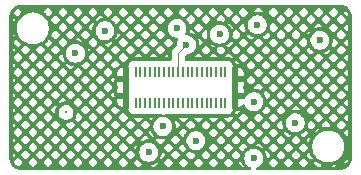
<source format=gbr>
%TF.GenerationSoftware,KiCad,Pcbnew,9.0.2*%
%TF.CreationDate,2025-06-09T11:48:46-05:00*%
%TF.ProjectId,ICEBATS384,49434542-4154-4533-9338-342e6b696361,rev?*%
%TF.SameCoordinates,Original*%
%TF.FileFunction,Copper,L4,Bot*%
%TF.FilePolarity,Positive*%
%FSLAX46Y46*%
G04 Gerber Fmt 4.6, Leading zero omitted, Abs format (unit mm)*
G04 Created by KiCad (PCBNEW 9.0.2) date 2025-06-09 11:48:46*
%MOMM*%
%LPD*%
G01*
G04 APERTURE LIST*
%TA.AperFunction,SMDPad,CuDef*%
%ADD10R,0.220000X0.900000*%
%TD*%
%TA.AperFunction,SMDPad,CuDef*%
%ADD11R,0.500000X0.850000*%
%TD*%
%TA.AperFunction,ViaPad*%
%ADD12C,0.250000*%
%TD*%
%TA.AperFunction,ViaPad*%
%ADD13C,0.600000*%
%TD*%
%TA.AperFunction,Conductor*%
%ADD14C,0.120000*%
%TD*%
G04 APERTURE END LIST*
D10*
%TO.P,J2,1,1*%
%TO.N,GND*%
X43800000Y-38685001D03*
%TO.P,J2,2,2*%
%TO.N,+3V3*%
X43400001Y-38685001D03*
%TO.P,J2,3,3*%
%TO.N,unconnected-(J2-Pad3)*%
X42999999Y-38685001D03*
%TO.P,J2,4,4*%
%TO.N,unconnected-(J2-Pad4)*%
X42600000Y-38685001D03*
%TO.P,J2,5,5*%
%TO.N,unconnected-(J2-Pad5)*%
X42200001Y-38685001D03*
%TO.P,J2,6,6*%
%TO.N,unconnected-(J2-Pad6)*%
X41799999Y-38685001D03*
%TO.P,J2,7,7*%
%TO.N,unconnected-(J2-Pad7)*%
X41400000Y-38685001D03*
%TO.P,J2,8,8*%
%TO.N,unconnected-(J2-Pad8)*%
X41000001Y-38685001D03*
%TO.P,J2,9,9*%
%TO.N,unconnected-(J2-Pad9)*%
X40600001Y-38685001D03*
%TO.P,J2,10,10*%
%TO.N,unconnected-(J2-Pad10)*%
X40200000Y-38685001D03*
%TO.P,J2,11,11*%
%TO.N,+1V2*%
X39800000Y-38685001D03*
%TO.P,J2,12,12*%
%TO.N,W_|HOLD*%
X39400001Y-38685001D03*
%TO.P,J2,13,13*%
%TO.N,F_CDONE*%
X38999999Y-38685001D03*
%TO.P,J2,14,14*%
%TO.N,F_|CRST*%
X38600000Y-38685001D03*
%TO.P,J2,15,15*%
%TO.N,CLOCK_EN*%
X38200001Y-38685001D03*
%TO.P,J2,16,16*%
%TO.N,F_IO32*%
X37799999Y-38685001D03*
%TO.P,J2,17,17*%
%TO.N,F_IO31*%
X37400000Y-38685001D03*
%TO.P,J2,18,18*%
%TO.N,F_IO30*%
X37000001Y-38685001D03*
%TO.P,J2,19,19*%
%TO.N,F_IO29*%
X36600002Y-38685001D03*
%TO.P,J2,20,20*%
%TO.N,GND*%
X36200000Y-38685001D03*
%TO.P,J2,21,21*%
X43800000Y-41314999D03*
%TO.P,J2,22,22*%
%TO.N,F_IO27*%
X43400001Y-41314999D03*
%TO.P,J2,23,23*%
%TO.N,F_IO26*%
X42999999Y-41314999D03*
%TO.P,J2,24,24*%
%TO.N,F_IO23*%
X42600000Y-41314999D03*
%TO.P,J2,25,25*%
%TO.N,F_IO22*%
X42200001Y-41314999D03*
%TO.P,J2,26,26*%
%TO.N,F_IO20*%
X41799999Y-41314999D03*
%TO.P,J2,27,27*%
%TO.N,F_IO19*%
X41400000Y-41314999D03*
%TO.P,J2,28,28*%
%TO.N,F_IO18*%
X41000001Y-41314999D03*
%TO.P,J2,29,29*%
%TO.N,F_IO15*%
X40600001Y-41314999D03*
%TO.P,J2,30,30*%
%TO.N,F_IO14*%
X40200000Y-41314999D03*
%TO.P,J2,31,31*%
%TO.N,F_IO13*%
X39800000Y-41314999D03*
%TO.P,J2,32,32*%
%TO.N,F_IO12*%
X39400001Y-41314999D03*
%TO.P,J2,33,33*%
%TO.N,F_IO8*%
X38999999Y-41314999D03*
%TO.P,J2,34,34*%
%TO.N,F_IO7*%
X38600000Y-41314999D03*
%TO.P,J2,35,35*%
%TO.N,F_IO6*%
X38200001Y-41314999D03*
%TO.P,J2,36,36*%
%TO.N,F_IO5*%
X37799999Y-41314999D03*
%TO.P,J2,37,37*%
%TO.N,F_IO2*%
X37400000Y-41314999D03*
%TO.P,J2,38,38*%
%TO.N,F_IO1*%
X37000001Y-41314999D03*
%TO.P,J2,39,39*%
%TO.N,+3V3*%
X36600002Y-41314999D03*
%TO.P,J2,40,40*%
%TO.N,GND*%
X36200000Y-41314999D03*
D11*
%TO.P,J2,P1,P1*%
X44600000Y-40740000D03*
%TO.P,J2,P2,P2*%
X35400009Y-40740000D03*
%TO.P,J2,P3,P3*%
X44600000Y-39260000D03*
%TO.P,J2,P4,P4*%
X35400009Y-39260000D03*
%TD*%
D12*
%TO.N,+3V3*%
X30300000Y-42100000D03*
D13*
%TO.N,+1V2*%
X40500000Y-36400000D03*
X31100000Y-37100000D03*
%TO.N,+3V3*%
X39700000Y-35000000D03*
X43300000Y-35500000D03*
X51800000Y-36000000D03*
X49700000Y-43000000D03*
X46200000Y-46000000D03*
X46200000Y-41200000D03*
X46500000Y-34700000D03*
X37300000Y-45500000D03*
X41300000Y-44500000D03*
X38500000Y-43300000D03*
X33600000Y-35200000D03*
%TD*%
D14*
%TO.N,+1V2*%
X39800000Y-37100000D02*
X40500000Y-36400000D01*
X39800000Y-38685001D02*
X39800000Y-37100000D01*
%TD*%
%TA.AperFunction,Conductor*%
%TO.N,GND*%
G36*
X53505394Y-33000972D02*
G01*
X53535721Y-33003625D01*
X53662755Y-33014739D01*
X53684035Y-33018491D01*
X53801188Y-33049882D01*
X53831369Y-33057969D01*
X53851681Y-33065362D01*
X53989915Y-33129822D01*
X54008633Y-33140629D01*
X54133582Y-33228119D01*
X54150140Y-33242013D01*
X54257986Y-33349859D01*
X54271880Y-33366417D01*
X54359370Y-33491366D01*
X54370177Y-33510084D01*
X54434637Y-33648318D01*
X54442030Y-33668630D01*
X54481507Y-33815961D01*
X54485260Y-33837246D01*
X54499028Y-33994605D01*
X54499500Y-34005413D01*
X54499500Y-45994586D01*
X54499028Y-46005394D01*
X54485260Y-46162753D01*
X54481507Y-46184038D01*
X54442030Y-46331369D01*
X54434637Y-46351681D01*
X54370177Y-46489915D01*
X54359370Y-46508633D01*
X54271880Y-46633582D01*
X54257986Y-46650140D01*
X54150140Y-46757986D01*
X54133582Y-46771880D01*
X54008633Y-46859370D01*
X53989915Y-46870177D01*
X53851681Y-46934637D01*
X53831369Y-46942030D01*
X53684038Y-46981507D01*
X53662753Y-46985260D01*
X53505395Y-46999028D01*
X53494587Y-46999500D01*
X46502190Y-46999500D01*
X46435151Y-46979815D01*
X46389396Y-46927011D01*
X46379452Y-46857853D01*
X46408477Y-46794297D01*
X46454738Y-46760939D01*
X46579172Y-46709397D01*
X46579172Y-46709396D01*
X46579179Y-46709394D01*
X46710289Y-46621789D01*
X46821789Y-46510289D01*
X46909394Y-46379179D01*
X46939821Y-46305721D01*
X47502264Y-46305721D01*
X47502264Y-46422200D01*
X47781564Y-46701500D01*
X47957843Y-46701500D01*
X48237143Y-46422200D01*
X48237143Y-46305721D01*
X48237142Y-46305720D01*
X48775057Y-46305720D01*
X48775057Y-46422200D01*
X49054356Y-46701500D01*
X49230635Y-46701500D01*
X49509935Y-46422200D01*
X49509935Y-46305721D01*
X49509934Y-46305720D01*
X50047849Y-46305720D01*
X50047849Y-46422200D01*
X50327148Y-46701500D01*
X50503428Y-46701500D01*
X50782727Y-46422200D01*
X50782727Y-46305720D01*
X51320641Y-46305720D01*
X51320641Y-46422200D01*
X51599941Y-46701500D01*
X51776219Y-46701500D01*
X51855196Y-46622522D01*
X52793755Y-46622522D01*
X52872733Y-46701500D01*
X53049012Y-46701500D01*
X53316264Y-46434247D01*
X53148485Y-46519735D01*
X53144109Y-46521857D01*
X53142324Y-46522680D01*
X53137857Y-46524635D01*
X53127041Y-46529115D01*
X53122497Y-46530892D01*
X53120656Y-46531571D01*
X53116066Y-46533163D01*
X52902763Y-46602469D01*
X52898118Y-46603878D01*
X52896229Y-46604411D01*
X52891510Y-46605643D01*
X52880125Y-46608377D01*
X52875356Y-46609424D01*
X52873430Y-46609807D01*
X52868643Y-46610661D01*
X52793755Y-46622522D01*
X51855196Y-46622522D01*
X51929688Y-46548029D01*
X51883934Y-46533163D01*
X51879344Y-46531571D01*
X51877503Y-46530892D01*
X51872959Y-46529115D01*
X51862143Y-46524635D01*
X51857676Y-46522680D01*
X51855891Y-46521857D01*
X51851515Y-46519735D01*
X51651679Y-46417914D01*
X51647353Y-46415600D01*
X51645640Y-46414640D01*
X51641476Y-46412199D01*
X51631493Y-46406082D01*
X51627393Y-46403458D01*
X51625760Y-46402367D01*
X51621760Y-46399579D01*
X51440312Y-46267750D01*
X51436437Y-46264817D01*
X51434893Y-46263600D01*
X51431109Y-46260495D01*
X51422207Y-46252890D01*
X51418615Y-46249699D01*
X51417174Y-46248368D01*
X51413629Y-46244960D01*
X51397515Y-46228846D01*
X51320641Y-46305720D01*
X50782727Y-46305720D01*
X50473528Y-45996521D01*
X50357048Y-45996521D01*
X50047849Y-46305720D01*
X49509934Y-46305720D01*
X49200735Y-45996521D01*
X49084256Y-45996521D01*
X48775057Y-46305720D01*
X48237142Y-46305720D01*
X47927943Y-45996521D01*
X47811464Y-45996521D01*
X47502264Y-46305721D01*
X46939821Y-46305721D01*
X46969737Y-46233497D01*
X47000500Y-46078842D01*
X47000500Y-45921158D01*
X47000500Y-45921155D01*
X47000499Y-45921153D01*
X46999044Y-45913839D01*
X46969737Y-45766503D01*
X46945428Y-45707816D01*
X46909397Y-45620827D01*
X46909390Y-45620814D01*
X46821789Y-45489711D01*
X46821786Y-45489707D01*
X46741037Y-45408958D01*
X47126234Y-45408958D01*
X47161239Y-45461346D01*
X47164502Y-45466499D01*
X47165764Y-45468605D01*
X47168759Y-45473893D01*
X47175659Y-45486803D01*
X47178404Y-45492257D01*
X47179453Y-45494476D01*
X47181909Y-45500019D01*
X47247854Y-45659225D01*
X47250053Y-45664927D01*
X47250879Y-45667237D01*
X47252779Y-45672989D01*
X47257029Y-45686998D01*
X47258646Y-45692839D01*
X47259243Y-45695220D01*
X47260583Y-45701187D01*
X47294202Y-45870199D01*
X47295245Y-45876211D01*
X47295605Y-45878640D01*
X47296348Y-45884663D01*
X47297783Y-45899231D01*
X47298232Y-45905326D01*
X47298352Y-45907778D01*
X47298500Y-45913839D01*
X47298500Y-46086161D01*
X47298452Y-46088098D01*
X47600747Y-45785804D01*
X47600747Y-45669325D01*
X48138660Y-45669325D01*
X48138660Y-45785804D01*
X48447860Y-46095004D01*
X48564339Y-46095004D01*
X48873539Y-45785804D01*
X48873539Y-45669325D01*
X48873538Y-45669324D01*
X49411453Y-45669324D01*
X49411453Y-45785804D01*
X49720652Y-46095004D01*
X49837131Y-46095004D01*
X50146331Y-45785804D01*
X50146331Y-45669325D01*
X50684245Y-45669325D01*
X50684245Y-45785804D01*
X50993445Y-46095004D01*
X51109924Y-46095004D01*
X51195635Y-46009292D01*
X51100421Y-45878240D01*
X51097633Y-45874240D01*
X51096542Y-45872607D01*
X51093918Y-45868507D01*
X51087801Y-45858524D01*
X51085360Y-45854360D01*
X51084400Y-45852647D01*
X51082086Y-45848321D01*
X50980265Y-45648485D01*
X50978143Y-45644109D01*
X50977320Y-45642324D01*
X50975365Y-45637857D01*
X50970885Y-45627041D01*
X50969108Y-45622497D01*
X50968429Y-45620656D01*
X50966837Y-45616066D01*
X50910596Y-45442973D01*
X50684245Y-45669325D01*
X50146331Y-45669325D01*
X49837131Y-45360125D01*
X49720652Y-45360125D01*
X49411453Y-45669324D01*
X48873538Y-45669324D01*
X48564339Y-45360125D01*
X48447860Y-45360125D01*
X48138660Y-45669325D01*
X47600747Y-45669325D01*
X47291547Y-45360125D01*
X47175069Y-45360125D01*
X47126234Y-45408958D01*
X46741037Y-45408958D01*
X46710292Y-45378213D01*
X46710288Y-45378210D01*
X46579185Y-45290609D01*
X46579172Y-45290602D01*
X46433501Y-45230264D01*
X46433489Y-45230261D01*
X46278845Y-45199500D01*
X46278842Y-45199500D01*
X46121158Y-45199500D01*
X46121155Y-45199500D01*
X45966510Y-45230261D01*
X45966498Y-45230264D01*
X45820827Y-45290602D01*
X45820814Y-45290609D01*
X45689711Y-45378210D01*
X45689707Y-45378213D01*
X45578213Y-45489707D01*
X45578210Y-45489711D01*
X45490609Y-45620814D01*
X45490602Y-45620827D01*
X45430264Y-45766498D01*
X45430261Y-45766510D01*
X45399500Y-45921153D01*
X45399500Y-46078846D01*
X45430261Y-46233489D01*
X45430264Y-46233501D01*
X45490602Y-46379172D01*
X45490609Y-46379185D01*
X45578210Y-46510288D01*
X45578213Y-46510292D01*
X45689707Y-46621786D01*
X45689711Y-46621789D01*
X45820814Y-46709390D01*
X45820827Y-46709397D01*
X45945262Y-46760939D01*
X45999666Y-46804779D01*
X46021731Y-46871074D01*
X46004452Y-46938773D01*
X45953315Y-46986384D01*
X45897810Y-46999500D01*
X26505413Y-46999500D01*
X26494605Y-46999028D01*
X26337246Y-46985260D01*
X26315961Y-46981507D01*
X26168630Y-46942030D01*
X26148318Y-46934637D01*
X26010084Y-46870177D01*
X25991366Y-46859370D01*
X25866417Y-46771880D01*
X25849859Y-46757986D01*
X25742013Y-46650140D01*
X25728119Y-46633582D01*
X25640629Y-46508633D01*
X25629822Y-46489915D01*
X25565362Y-46351681D01*
X25557969Y-46331369D01*
X25549646Y-46300306D01*
X25870211Y-46300306D01*
X25893465Y-46350174D01*
X25963497Y-46450190D01*
X26049807Y-46536500D01*
X26149824Y-46606532D01*
X26260461Y-46658123D01*
X26341923Y-46679951D01*
X26599675Y-46422200D01*
X26599675Y-46305721D01*
X27137589Y-46305721D01*
X27137589Y-46422200D01*
X27416889Y-46701500D01*
X27593168Y-46701500D01*
X27872467Y-46422200D01*
X27872467Y-46305721D01*
X28410381Y-46305721D01*
X28410381Y-46422200D01*
X28689681Y-46701500D01*
X28865960Y-46701500D01*
X29145260Y-46422200D01*
X29145260Y-46305721D01*
X29683173Y-46305721D01*
X29683173Y-46422200D01*
X29962473Y-46701500D01*
X30138752Y-46701500D01*
X30418052Y-46422200D01*
X30418052Y-46305721D01*
X30418051Y-46305720D01*
X30955966Y-46305720D01*
X30955966Y-46422200D01*
X31235265Y-46701500D01*
X31411544Y-46701500D01*
X31690844Y-46422200D01*
X31690844Y-46305721D01*
X32228758Y-46305721D01*
X32228758Y-46422200D01*
X32508058Y-46701500D01*
X32684337Y-46701500D01*
X32963636Y-46422200D01*
X32963636Y-46305721D01*
X33501550Y-46305721D01*
X33501550Y-46422200D01*
X33780850Y-46701500D01*
X33957129Y-46701500D01*
X34236429Y-46422200D01*
X34236429Y-46305721D01*
X34774342Y-46305721D01*
X34774342Y-46422200D01*
X35053642Y-46701500D01*
X35229921Y-46701500D01*
X35509221Y-46422200D01*
X35509221Y-46305721D01*
X36047134Y-46305721D01*
X36047134Y-46422200D01*
X36326434Y-46701500D01*
X36502713Y-46701500D01*
X36620319Y-46583894D01*
X37481620Y-46583894D01*
X37599226Y-46701500D01*
X37775505Y-46701500D01*
X38054805Y-46422200D01*
X38054805Y-46305721D01*
X38592719Y-46305721D01*
X38592719Y-46422200D01*
X38872019Y-46701500D01*
X39048298Y-46701500D01*
X39327597Y-46422200D01*
X39327597Y-46305721D01*
X39865511Y-46305721D01*
X39865511Y-46422200D01*
X40144811Y-46701500D01*
X40321090Y-46701500D01*
X40600390Y-46422200D01*
X40600390Y-46305721D01*
X41138303Y-46305721D01*
X41138303Y-46422200D01*
X41417603Y-46701500D01*
X41593882Y-46701500D01*
X41873182Y-46422200D01*
X41873182Y-46305721D01*
X41873181Y-46305720D01*
X42411096Y-46305720D01*
X42411096Y-46422200D01*
X42690395Y-46701500D01*
X42866674Y-46701500D01*
X43145974Y-46422200D01*
X43145974Y-46305721D01*
X43145973Y-46305720D01*
X43683888Y-46305720D01*
X43683888Y-46422200D01*
X43963187Y-46701500D01*
X44139466Y-46701500D01*
X44418766Y-46422200D01*
X44418766Y-46305721D01*
X44956680Y-46305721D01*
X44956680Y-46422200D01*
X45235980Y-46701500D01*
X45349628Y-46701500D01*
X45343211Y-46693681D01*
X45339478Y-46688898D01*
X45338015Y-46686926D01*
X45334499Y-46681935D01*
X45238761Y-46538654D01*
X45235498Y-46533501D01*
X45234236Y-46531395D01*
X45231241Y-46526107D01*
X45224341Y-46513197D01*
X45221596Y-46507743D01*
X45220547Y-46505524D01*
X45218091Y-46499981D01*
X45152146Y-46340775D01*
X45149947Y-46335073D01*
X45149121Y-46332763D01*
X45147221Y-46327011D01*
X45142971Y-46313002D01*
X45141354Y-46307161D01*
X45140757Y-46304780D01*
X45139417Y-46298813D01*
X45110244Y-46152156D01*
X44956680Y-46305721D01*
X44418766Y-46305721D01*
X44109566Y-45996521D01*
X43993087Y-45996521D01*
X43683888Y-46305720D01*
X43145973Y-46305720D01*
X42836774Y-45996521D01*
X42720295Y-45996521D01*
X42411096Y-46305720D01*
X41873181Y-46305720D01*
X41563982Y-45996521D01*
X41447503Y-45996521D01*
X41138303Y-46305721D01*
X40600390Y-46305721D01*
X40291190Y-45996521D01*
X40174711Y-45996521D01*
X39865511Y-46305721D01*
X39327597Y-46305721D01*
X39327597Y-46305720D01*
X39018398Y-45996521D01*
X38901919Y-45996521D01*
X38592719Y-46305721D01*
X38054805Y-46305721D01*
X38051298Y-46302214D01*
X38015831Y-46337682D01*
X38011433Y-46341870D01*
X38009614Y-46343519D01*
X38004996Y-46347503D01*
X37993681Y-46356789D01*
X37988898Y-46360522D01*
X37986926Y-46361985D01*
X37981935Y-46365501D01*
X37838654Y-46461239D01*
X37833501Y-46464502D01*
X37831395Y-46465764D01*
X37826107Y-46468759D01*
X37813197Y-46475659D01*
X37807743Y-46478404D01*
X37805524Y-46479453D01*
X37799981Y-46481909D01*
X37640775Y-46547854D01*
X37635073Y-46550053D01*
X37632763Y-46550879D01*
X37627011Y-46552779D01*
X37613002Y-46557029D01*
X37607161Y-46558646D01*
X37604780Y-46559243D01*
X37598813Y-46560583D01*
X37481620Y-46583894D01*
X36620319Y-46583894D01*
X36750332Y-46453880D01*
X36618065Y-46365501D01*
X36613074Y-46361985D01*
X36611102Y-46360522D01*
X36606319Y-46356789D01*
X36595004Y-46347503D01*
X36590386Y-46343519D01*
X36588567Y-46341870D01*
X36584169Y-46337682D01*
X36462318Y-46215831D01*
X36458130Y-46211433D01*
X36456481Y-46209614D01*
X36452497Y-46204996D01*
X36443211Y-46193681D01*
X36439478Y-46188898D01*
X36438015Y-46186926D01*
X36434499Y-46181935D01*
X36338761Y-46038654D01*
X36335498Y-46033501D01*
X36334236Y-46031395D01*
X36331241Y-46026107D01*
X36329676Y-46023178D01*
X36047134Y-46305721D01*
X35509221Y-46305721D01*
X35200021Y-45996521D01*
X35083542Y-45996521D01*
X34774342Y-46305721D01*
X34236429Y-46305721D01*
X33927229Y-45996521D01*
X33810750Y-45996521D01*
X33501550Y-46305721D01*
X32963636Y-46305721D01*
X32963636Y-46305720D01*
X32654437Y-45996521D01*
X32537958Y-45996521D01*
X32228758Y-46305721D01*
X31690844Y-46305721D01*
X31381644Y-45996521D01*
X31265165Y-45996521D01*
X30955966Y-46305720D01*
X30418051Y-46305720D01*
X30108852Y-45996521D01*
X29992373Y-45996521D01*
X29683173Y-46305721D01*
X29145260Y-46305721D01*
X28836060Y-45996521D01*
X28719581Y-45996521D01*
X28410381Y-46305721D01*
X27872467Y-46305721D01*
X27872467Y-46305720D01*
X27563268Y-45996521D01*
X27446789Y-45996521D01*
X27137589Y-46305721D01*
X26599675Y-46305721D01*
X26599675Y-46305720D01*
X26290476Y-45996521D01*
X26173997Y-45996521D01*
X25870211Y-46300306D01*
X25549646Y-46300306D01*
X25541454Y-46269735D01*
X25518491Y-46184035D01*
X25514739Y-46162752D01*
X25514065Y-46155051D01*
X25501655Y-46013197D01*
X25500972Y-46005393D01*
X25500500Y-45994586D01*
X25500500Y-45950583D01*
X25798500Y-45950583D01*
X25963279Y-45785804D01*
X25963279Y-45669325D01*
X26501193Y-45669325D01*
X26501193Y-45785804D01*
X26810393Y-46095004D01*
X26926872Y-46095004D01*
X27236071Y-45785804D01*
X27236071Y-45669325D01*
X27773985Y-45669325D01*
X27773985Y-45785804D01*
X28083185Y-46095004D01*
X28199664Y-46095004D01*
X28508864Y-45785804D01*
X28508864Y-45669325D01*
X29046777Y-45669325D01*
X29046777Y-45785804D01*
X29355977Y-46095004D01*
X29472456Y-46095004D01*
X29781656Y-45785804D01*
X29781656Y-45669325D01*
X29781655Y-45669324D01*
X30319570Y-45669324D01*
X30319570Y-45785804D01*
X30628769Y-46095004D01*
X30745248Y-46095004D01*
X31054448Y-45785804D01*
X31054448Y-45669325D01*
X31054447Y-45669324D01*
X31592362Y-45669324D01*
X31592362Y-45785804D01*
X31901561Y-46095004D01*
X32018041Y-46095004D01*
X32327240Y-45785804D01*
X32327240Y-45669325D01*
X32865154Y-45669325D01*
X32865154Y-45785804D01*
X33174354Y-46095004D01*
X33290833Y-46095004D01*
X33600032Y-45785804D01*
X33600032Y-45669325D01*
X34137946Y-45669325D01*
X34137946Y-45785804D01*
X34447146Y-46095004D01*
X34563625Y-46095004D01*
X34872825Y-45785804D01*
X34872825Y-45669325D01*
X35410738Y-45669325D01*
X35410738Y-45785804D01*
X35719938Y-46095004D01*
X35836417Y-46095004D01*
X36145617Y-45785804D01*
X36145617Y-45669325D01*
X35897445Y-45421153D01*
X36499500Y-45421153D01*
X36499500Y-45578846D01*
X36530261Y-45733489D01*
X36530264Y-45733501D01*
X36590602Y-45879172D01*
X36590609Y-45879185D01*
X36678210Y-46010288D01*
X36678213Y-46010292D01*
X36789707Y-46121786D01*
X36789711Y-46121789D01*
X36920814Y-46209390D01*
X36920827Y-46209397D01*
X37051687Y-46263600D01*
X37066503Y-46269737D01*
X37212677Y-46298813D01*
X37221153Y-46300499D01*
X37221156Y-46300500D01*
X37221158Y-46300500D01*
X37378844Y-46300500D01*
X37378845Y-46300499D01*
X37533497Y-46269737D01*
X37663639Y-46215831D01*
X37679172Y-46209397D01*
X37679172Y-46209396D01*
X37679179Y-46209394D01*
X37810289Y-46121789D01*
X37862213Y-46069865D01*
X38240383Y-46069865D01*
X38265522Y-46095004D01*
X38382002Y-46095004D01*
X38691201Y-45785804D01*
X38691201Y-45669325D01*
X39229115Y-45669325D01*
X39229115Y-45785804D01*
X39538315Y-46095004D01*
X39654794Y-46095004D01*
X39963993Y-45785804D01*
X39963993Y-45669324D01*
X40501907Y-45669324D01*
X40501907Y-45785804D01*
X40811107Y-46095004D01*
X40927586Y-46095004D01*
X41236786Y-45785804D01*
X41236786Y-45669325D01*
X41774699Y-45669325D01*
X41774699Y-45785804D01*
X42083899Y-46095004D01*
X42200378Y-46095004D01*
X42509578Y-45785804D01*
X42509578Y-45669325D01*
X42509577Y-45669324D01*
X43047492Y-45669324D01*
X43047492Y-45785804D01*
X43356691Y-46095004D01*
X43473170Y-46095004D01*
X43782370Y-45785804D01*
X43782370Y-45669325D01*
X43782369Y-45669324D01*
X44320284Y-45669324D01*
X44320284Y-45785804D01*
X44629483Y-46095004D01*
X44745963Y-46095004D01*
X45055162Y-45785804D01*
X45055162Y-45669324D01*
X44745963Y-45360125D01*
X44629483Y-45360125D01*
X44320284Y-45669324D01*
X43782369Y-45669324D01*
X43473170Y-45360125D01*
X43356691Y-45360125D01*
X43047492Y-45669324D01*
X42509577Y-45669324D01*
X42200378Y-45360125D01*
X42083899Y-45360125D01*
X41774699Y-45669325D01*
X41236786Y-45669325D01*
X41159543Y-45592082D01*
X41001187Y-45560583D01*
X40995220Y-45559243D01*
X40992839Y-45558646D01*
X40986998Y-45557029D01*
X40972989Y-45552779D01*
X40967237Y-45550879D01*
X40964927Y-45550053D01*
X40959225Y-45547854D01*
X40800019Y-45481909D01*
X40794476Y-45479453D01*
X40792257Y-45478404D01*
X40786803Y-45475659D01*
X40773893Y-45468759D01*
X40768605Y-45465764D01*
X40766499Y-45464502D01*
X40761346Y-45461239D01*
X40730561Y-45440669D01*
X40501907Y-45669324D01*
X39963993Y-45669324D01*
X39654794Y-45360125D01*
X39538315Y-45360125D01*
X39229115Y-45669325D01*
X38691201Y-45669325D01*
X38691201Y-45669324D01*
X38394648Y-45372771D01*
X38395245Y-45376211D01*
X38395605Y-45378640D01*
X38396348Y-45384663D01*
X38397783Y-45399231D01*
X38398232Y-45405326D01*
X38398352Y-45407778D01*
X38398500Y-45413839D01*
X38398500Y-45586161D01*
X38398352Y-45592222D01*
X38398232Y-45594674D01*
X38397783Y-45600769D01*
X38396348Y-45615337D01*
X38395605Y-45621360D01*
X38395245Y-45623789D01*
X38394202Y-45629801D01*
X38360583Y-45798813D01*
X38359243Y-45804780D01*
X38358646Y-45807161D01*
X38357029Y-45813002D01*
X38352779Y-45827011D01*
X38350879Y-45832763D01*
X38350053Y-45835073D01*
X38347854Y-45840775D01*
X38281909Y-45999981D01*
X38279453Y-46005524D01*
X38278404Y-46007743D01*
X38275659Y-46013197D01*
X38268759Y-46026107D01*
X38265764Y-46031395D01*
X38264502Y-46033501D01*
X38261239Y-46038654D01*
X38240383Y-46069865D01*
X37862213Y-46069865D01*
X37921789Y-46010289D01*
X38009394Y-45879179D01*
X38013815Y-45868507D01*
X38028620Y-45832763D01*
X38069737Y-45733497D01*
X38100500Y-45578842D01*
X38100500Y-45421158D01*
X38100500Y-45421155D01*
X38100499Y-45421153D01*
X38098073Y-45408958D01*
X38069737Y-45266503D01*
X38063587Y-45251655D01*
X38009397Y-45120827D01*
X38009390Y-45120814D01*
X37950667Y-45032929D01*
X38592719Y-45032929D01*
X38592719Y-45149408D01*
X38901919Y-45458608D01*
X39018398Y-45458608D01*
X39327597Y-45149408D01*
X39327597Y-45032929D01*
X39865511Y-45032929D01*
X39865511Y-45149408D01*
X40174711Y-45458608D01*
X40291190Y-45458608D01*
X40498142Y-45251655D01*
X40462318Y-45215831D01*
X40458130Y-45211433D01*
X40456481Y-45209614D01*
X40452497Y-45204996D01*
X40443211Y-45193681D01*
X40439478Y-45188898D01*
X40438015Y-45186926D01*
X40434499Y-45181935D01*
X40338761Y-45038654D01*
X40335498Y-45033501D01*
X40334236Y-45031395D01*
X40331241Y-45026107D01*
X40324341Y-45013197D01*
X40321596Y-45007743D01*
X40320547Y-45005524D01*
X40318091Y-44999981D01*
X40252146Y-44840775D01*
X40249947Y-44835073D01*
X40249121Y-44832763D01*
X40247221Y-44827011D01*
X40242971Y-44813002D01*
X40241354Y-44807161D01*
X40240757Y-44804780D01*
X40239417Y-44798813D01*
X40224482Y-44723729D01*
X40174711Y-44723729D01*
X39865511Y-45032929D01*
X39327597Y-45032929D01*
X39327597Y-45032928D01*
X39018398Y-44723729D01*
X38901919Y-44723729D01*
X38592719Y-45032929D01*
X37950667Y-45032929D01*
X37921789Y-44989711D01*
X37921786Y-44989707D01*
X37810292Y-44878213D01*
X37810288Y-44878210D01*
X37679185Y-44790609D01*
X37679172Y-44790602D01*
X37533501Y-44730264D01*
X37533489Y-44730261D01*
X37378845Y-44699500D01*
X37378842Y-44699500D01*
X37221158Y-44699500D01*
X37221155Y-44699500D01*
X37066510Y-44730261D01*
X37066498Y-44730264D01*
X36920827Y-44790602D01*
X36920814Y-44790609D01*
X36789711Y-44878210D01*
X36789707Y-44878213D01*
X36678213Y-44989707D01*
X36678210Y-44989711D01*
X36590609Y-45120814D01*
X36590602Y-45120827D01*
X36530264Y-45266498D01*
X36530261Y-45266510D01*
X36499500Y-45421153D01*
X35897445Y-45421153D01*
X35836417Y-45360125D01*
X35719938Y-45360125D01*
X35410738Y-45669325D01*
X34872825Y-45669325D01*
X34563625Y-45360125D01*
X34447146Y-45360125D01*
X34137946Y-45669325D01*
X33600032Y-45669325D01*
X33600032Y-45669324D01*
X33290833Y-45360125D01*
X33174354Y-45360125D01*
X32865154Y-45669325D01*
X32327240Y-45669325D01*
X32327240Y-45669324D01*
X32018041Y-45360125D01*
X31901561Y-45360125D01*
X31592362Y-45669324D01*
X31054447Y-45669324D01*
X30745248Y-45360125D01*
X30628769Y-45360125D01*
X30319570Y-45669324D01*
X29781655Y-45669324D01*
X29472456Y-45360125D01*
X29355977Y-45360125D01*
X29046777Y-45669325D01*
X28508864Y-45669325D01*
X28199664Y-45360125D01*
X28083185Y-45360125D01*
X27773985Y-45669325D01*
X27236071Y-45669325D01*
X27236071Y-45669324D01*
X26926872Y-45360125D01*
X26810393Y-45360125D01*
X26501193Y-45669325D01*
X25963279Y-45669325D01*
X25963279Y-45669324D01*
X25798500Y-45504545D01*
X25798500Y-45950583D01*
X25500500Y-45950583D01*
X25500500Y-45032929D01*
X25864797Y-45032929D01*
X25864797Y-45149408D01*
X26173997Y-45458608D01*
X26290476Y-45458608D01*
X26599675Y-45149408D01*
X26599675Y-45032929D01*
X27137589Y-45032929D01*
X27137589Y-45149408D01*
X27446789Y-45458608D01*
X27563268Y-45458608D01*
X27872467Y-45149408D01*
X27872467Y-45032929D01*
X28410381Y-45032929D01*
X28410381Y-45149408D01*
X28719581Y-45458608D01*
X28836060Y-45458608D01*
X29145260Y-45149408D01*
X29145260Y-45032929D01*
X29683173Y-45032929D01*
X29683173Y-45149408D01*
X29992373Y-45458608D01*
X30108852Y-45458608D01*
X30418052Y-45149408D01*
X30418052Y-45032929D01*
X30418051Y-45032928D01*
X30955966Y-45032928D01*
X30955966Y-45149408D01*
X31265165Y-45458608D01*
X31381644Y-45458608D01*
X31690844Y-45149408D01*
X31690844Y-45032929D01*
X32228758Y-45032929D01*
X32228758Y-45149408D01*
X32537958Y-45458608D01*
X32654437Y-45458608D01*
X32963636Y-45149408D01*
X32963636Y-45032929D01*
X33501550Y-45032929D01*
X33501550Y-45149408D01*
X33810750Y-45458608D01*
X33927229Y-45458608D01*
X34236429Y-45149408D01*
X34236429Y-45032929D01*
X34774342Y-45032929D01*
X34774342Y-45149408D01*
X35083542Y-45458608D01*
X35200021Y-45458608D01*
X35509221Y-45149408D01*
X35509221Y-45032929D01*
X36047134Y-45032929D01*
X36047134Y-45149408D01*
X36216105Y-45318379D01*
X36239417Y-45201187D01*
X36240757Y-45195220D01*
X36241354Y-45192839D01*
X36242971Y-45186998D01*
X36247221Y-45172989D01*
X36249121Y-45167237D01*
X36249947Y-45164927D01*
X36252146Y-45159225D01*
X36318091Y-45000019D01*
X36320547Y-44994476D01*
X36321596Y-44992257D01*
X36324341Y-44986803D01*
X36331241Y-44973893D01*
X36334236Y-44968605D01*
X36335498Y-44966499D01*
X36338761Y-44961346D01*
X36434499Y-44818065D01*
X36438015Y-44813074D01*
X36439478Y-44811102D01*
X36443211Y-44806319D01*
X36452497Y-44795004D01*
X36456481Y-44790386D01*
X36458130Y-44788567D01*
X36462318Y-44784169D01*
X36497785Y-44748701D01*
X36472813Y-44723729D01*
X36356334Y-44723729D01*
X36047134Y-45032929D01*
X35509221Y-45032929D01*
X35200021Y-44723729D01*
X35083542Y-44723729D01*
X34774342Y-45032929D01*
X34236429Y-45032929D01*
X33927229Y-44723729D01*
X33810750Y-44723729D01*
X33501550Y-45032929D01*
X32963636Y-45032929D01*
X32963636Y-45032928D01*
X32654437Y-44723729D01*
X32537958Y-44723729D01*
X32228758Y-45032929D01*
X31690844Y-45032929D01*
X31381644Y-44723729D01*
X31265165Y-44723729D01*
X30955966Y-45032928D01*
X30418051Y-45032928D01*
X30108852Y-44723729D01*
X29992373Y-44723729D01*
X29683173Y-45032929D01*
X29145260Y-45032929D01*
X28836060Y-44723729D01*
X28719581Y-44723729D01*
X28410381Y-45032929D01*
X27872467Y-45032929D01*
X27872467Y-45032928D01*
X27563268Y-44723729D01*
X27446789Y-44723729D01*
X27137589Y-45032929D01*
X26599675Y-45032929D01*
X26599675Y-45032928D01*
X26290476Y-44723729D01*
X26173997Y-44723729D01*
X25864797Y-45032929D01*
X25500500Y-45032929D01*
X25500500Y-44677791D01*
X25798500Y-44677791D01*
X25963279Y-44513012D01*
X25963279Y-44396533D01*
X26501193Y-44396533D01*
X26501193Y-44513012D01*
X26810393Y-44822212D01*
X26926872Y-44822212D01*
X27236071Y-44513012D01*
X27236071Y-44396533D01*
X27773985Y-44396533D01*
X27773985Y-44513012D01*
X28083185Y-44822212D01*
X28199664Y-44822212D01*
X28508864Y-44513012D01*
X28508864Y-44396533D01*
X29046777Y-44396533D01*
X29046777Y-44513012D01*
X29355977Y-44822212D01*
X29472456Y-44822212D01*
X29781656Y-44513012D01*
X29781656Y-44396533D01*
X29781655Y-44396532D01*
X30319570Y-44396532D01*
X30319570Y-44513012D01*
X30628769Y-44822212D01*
X30745248Y-44822212D01*
X31054448Y-44513012D01*
X31054448Y-44396533D01*
X31054447Y-44396532D01*
X31592362Y-44396532D01*
X31592362Y-44513012D01*
X31901561Y-44822212D01*
X32018041Y-44822212D01*
X32327240Y-44513012D01*
X32327240Y-44396533D01*
X32865154Y-44396533D01*
X32865154Y-44513012D01*
X33174354Y-44822212D01*
X33290833Y-44822212D01*
X33600032Y-44513012D01*
X33600032Y-44396533D01*
X34137946Y-44396533D01*
X34137946Y-44513012D01*
X34447146Y-44822212D01*
X34563625Y-44822212D01*
X34872825Y-44513012D01*
X34872825Y-44396533D01*
X35410738Y-44396533D01*
X35410738Y-44513012D01*
X35719938Y-44822212D01*
X35836417Y-44822212D01*
X36145617Y-44513012D01*
X36145617Y-44396533D01*
X36145616Y-44396532D01*
X36683531Y-44396532D01*
X36683531Y-44513011D01*
X36730135Y-44559615D01*
X36761347Y-44538761D01*
X36766499Y-44535498D01*
X36768605Y-44534236D01*
X36773893Y-44531241D01*
X36786803Y-44524341D01*
X36792257Y-44521596D01*
X36794476Y-44520547D01*
X36800019Y-44518091D01*
X36959225Y-44452146D01*
X36964927Y-44449947D01*
X36967237Y-44449121D01*
X36972989Y-44447221D01*
X36986998Y-44442971D01*
X36992839Y-44441354D01*
X36995220Y-44440757D01*
X37001187Y-44439417D01*
X37170199Y-44405798D01*
X37176211Y-44404755D01*
X37178640Y-44404395D01*
X37184663Y-44403652D01*
X37199231Y-44402217D01*
X37205326Y-44401768D01*
X37207778Y-44401648D01*
X37213839Y-44401500D01*
X37386161Y-44401500D01*
X37392222Y-44401648D01*
X37394674Y-44401768D01*
X37400769Y-44402217D01*
X37415337Y-44403652D01*
X37418409Y-44404030D01*
X37418409Y-44396533D01*
X37956323Y-44396533D01*
X37956323Y-44513012D01*
X38265522Y-44822212D01*
X38382002Y-44822212D01*
X38691201Y-44513012D01*
X38691201Y-44396533D01*
X39229115Y-44396533D01*
X39229115Y-44513012D01*
X39538315Y-44822212D01*
X39654794Y-44822212D01*
X39963993Y-44513012D01*
X39963993Y-44421153D01*
X40499500Y-44421153D01*
X40499500Y-44578846D01*
X40530261Y-44733489D01*
X40530264Y-44733501D01*
X40590602Y-44879172D01*
X40590609Y-44879185D01*
X40678210Y-45010288D01*
X40678213Y-45010292D01*
X40789707Y-45121786D01*
X40789711Y-45121789D01*
X40920814Y-45209390D01*
X40920827Y-45209397D01*
X41058683Y-45266498D01*
X41066503Y-45269737D01*
X41193528Y-45295004D01*
X41221153Y-45300499D01*
X41221156Y-45300500D01*
X41221158Y-45300500D01*
X41378844Y-45300500D01*
X41378845Y-45300499D01*
X41533497Y-45269737D01*
X41663639Y-45215831D01*
X41679172Y-45209397D01*
X41679172Y-45209396D01*
X41679179Y-45209394D01*
X41810289Y-45121789D01*
X41899150Y-45032928D01*
X42411096Y-45032928D01*
X42411096Y-45149408D01*
X42720295Y-45458608D01*
X42836774Y-45458608D01*
X43145974Y-45149408D01*
X43145974Y-45032929D01*
X43145973Y-45032928D01*
X43683888Y-45032928D01*
X43683888Y-45149408D01*
X43993087Y-45458608D01*
X44109566Y-45458608D01*
X44418766Y-45149408D01*
X44418766Y-45032929D01*
X44956680Y-45032929D01*
X44956680Y-45149408D01*
X45250720Y-45443448D01*
X45334499Y-45318065D01*
X45338015Y-45313074D01*
X45339478Y-45311102D01*
X45343211Y-45306319D01*
X45352497Y-45295004D01*
X45356481Y-45290386D01*
X45358130Y-45288567D01*
X45362318Y-45284169D01*
X45484169Y-45162318D01*
X45488567Y-45158130D01*
X45490386Y-45156481D01*
X45495004Y-45152497D01*
X45506319Y-45143211D01*
X45511102Y-45139478D01*
X45513074Y-45138015D01*
X45518065Y-45134499D01*
X45661346Y-45038761D01*
X45666499Y-45035498D01*
X45668605Y-45034236D01*
X45673893Y-45031241D01*
X45684305Y-45025676D01*
X45568873Y-44910244D01*
X46352156Y-44910244D01*
X46498813Y-44939417D01*
X46504780Y-44940757D01*
X46507161Y-44941354D01*
X46513002Y-44942971D01*
X46527011Y-44947221D01*
X46532763Y-44949121D01*
X46535073Y-44949947D01*
X46540775Y-44952146D01*
X46699981Y-45018091D01*
X46705524Y-45020547D01*
X46707743Y-45021596D01*
X46713197Y-45024341D01*
X46726107Y-45031241D01*
X46731395Y-45034236D01*
X46733501Y-45035498D01*
X46738654Y-45038761D01*
X46881935Y-45134499D01*
X46886926Y-45138015D01*
X46888898Y-45139478D01*
X46893681Y-45143211D01*
X46904996Y-45152497D01*
X46909614Y-45156481D01*
X46911433Y-45158130D01*
X46915831Y-45162318D01*
X46933636Y-45180123D01*
X46964351Y-45149408D01*
X46964351Y-45032929D01*
X47502264Y-45032929D01*
X47502264Y-45149408D01*
X47811464Y-45458608D01*
X47927943Y-45458608D01*
X48237143Y-45149408D01*
X48237143Y-45032929D01*
X48237142Y-45032928D01*
X48775057Y-45032928D01*
X48775057Y-45149408D01*
X49084256Y-45458608D01*
X49200735Y-45458608D01*
X49509935Y-45149408D01*
X49509935Y-45032929D01*
X49509934Y-45032928D01*
X50047849Y-45032928D01*
X50047849Y-45149408D01*
X50357048Y-45458608D01*
X50473528Y-45458608D01*
X50782727Y-45149408D01*
X50782727Y-45032928D01*
X50643512Y-44893713D01*
X51149500Y-44893713D01*
X51149500Y-45106286D01*
X51181939Y-45311102D01*
X51182754Y-45316243D01*
X51243937Y-45504545D01*
X51248444Y-45518414D01*
X51344951Y-45707820D01*
X51469890Y-45879786D01*
X51620213Y-46030109D01*
X51792179Y-46155048D01*
X51792181Y-46155049D01*
X51792184Y-46155051D01*
X51981588Y-46251557D01*
X52183757Y-46317246D01*
X52393713Y-46350500D01*
X52393714Y-46350500D01*
X52606286Y-46350500D01*
X52606287Y-46350500D01*
X52816243Y-46317246D01*
X52851713Y-46305721D01*
X53866225Y-46305721D01*
X53866225Y-46422200D01*
X53965358Y-46521333D01*
X54036500Y-46450190D01*
X54106532Y-46350173D01*
X54158123Y-46239536D01*
X54189719Y-46121616D01*
X54200666Y-45996521D01*
X54175425Y-45996521D01*
X53866225Y-46305721D01*
X52851713Y-46305721D01*
X53018412Y-46251557D01*
X53207816Y-46155051D01*
X53253836Y-46121616D01*
X53379786Y-46030109D01*
X53379788Y-46030106D01*
X53379792Y-46030104D01*
X53530104Y-45879792D01*
X53530106Y-45879788D01*
X53530109Y-45879786D01*
X53655048Y-45707820D01*
X53655047Y-45707820D01*
X53655051Y-45707816D01*
X53751557Y-45518412D01*
X53793494Y-45389345D01*
X54106162Y-45389345D01*
X54175425Y-45458608D01*
X54201500Y-45458608D01*
X54201500Y-44723729D01*
X54175426Y-44723729D01*
X54132145Y-44767008D01*
X54145746Y-44852876D01*
X54146411Y-44857679D01*
X54146642Y-44859628D01*
X54147121Y-44864490D01*
X54148040Y-44876162D01*
X54148328Y-44881035D01*
X54148405Y-44882998D01*
X54148500Y-44887858D01*
X54148500Y-45112142D01*
X54148405Y-45117002D01*
X54148328Y-45118965D01*
X54148040Y-45123838D01*
X54147121Y-45135510D01*
X54146642Y-45140372D01*
X54146411Y-45142321D01*
X54145746Y-45147124D01*
X54110661Y-45368643D01*
X54109807Y-45373430D01*
X54109424Y-45375356D01*
X54108377Y-45380125D01*
X54106162Y-45389345D01*
X53793494Y-45389345D01*
X53817246Y-45316243D01*
X53850500Y-45106287D01*
X53850500Y-44893713D01*
X53817246Y-44683757D01*
X53751557Y-44481588D01*
X53655051Y-44292184D01*
X53655049Y-44292181D01*
X53655048Y-44292179D01*
X53530109Y-44120213D01*
X53379786Y-43969890D01*
X53207820Y-43844951D01*
X53041363Y-43760137D01*
X53866225Y-43760137D01*
X53866225Y-43876615D01*
X54175425Y-44185815D01*
X54201500Y-44185815D01*
X54201500Y-43450937D01*
X54175425Y-43450937D01*
X53866225Y-43760137D01*
X53041363Y-43760137D01*
X53018414Y-43748444D01*
X53018413Y-43748443D01*
X53018412Y-43748443D01*
X52816243Y-43682754D01*
X52816241Y-43682753D01*
X52816240Y-43682753D01*
X52654957Y-43657208D01*
X52606287Y-43649500D01*
X52393713Y-43649500D01*
X52345042Y-43657208D01*
X52183760Y-43682753D01*
X51981585Y-43748444D01*
X51792179Y-43844951D01*
X51620213Y-43969890D01*
X51469890Y-44120213D01*
X51344951Y-44292179D01*
X51248444Y-44481585D01*
X51248443Y-44481587D01*
X51248443Y-44481588D01*
X51229866Y-44538761D01*
X51182753Y-44683760D01*
X51149500Y-44893713D01*
X50643512Y-44893713D01*
X50473528Y-44723729D01*
X50357048Y-44723729D01*
X50047849Y-45032928D01*
X49509934Y-45032928D01*
X49200735Y-44723729D01*
X49084256Y-44723729D01*
X48775057Y-45032928D01*
X48237142Y-45032928D01*
X47927943Y-44723729D01*
X47811464Y-44723729D01*
X47502264Y-45032929D01*
X46964351Y-45032929D01*
X46655151Y-44723729D01*
X46538672Y-44723729D01*
X46352156Y-44910244D01*
X45568873Y-44910244D01*
X45382359Y-44723729D01*
X45265880Y-44723729D01*
X44956680Y-45032929D01*
X44418766Y-45032929D01*
X44109566Y-44723729D01*
X43993087Y-44723729D01*
X43683888Y-45032928D01*
X43145973Y-45032928D01*
X42836774Y-44723729D01*
X42720295Y-44723729D01*
X42411096Y-45032928D01*
X41899150Y-45032928D01*
X41921789Y-45010289D01*
X42009394Y-44879179D01*
X42069737Y-44733497D01*
X42100500Y-44578842D01*
X42100500Y-44421158D01*
X42100500Y-44421155D01*
X42100499Y-44421153D01*
X42099044Y-44413839D01*
X42069737Y-44266503D01*
X42066649Y-44259047D01*
X42372092Y-44259047D01*
X42394202Y-44370199D01*
X42395245Y-44376211D01*
X42395605Y-44378640D01*
X42396348Y-44384663D01*
X42397783Y-44399231D01*
X42398232Y-44405326D01*
X42398352Y-44407778D01*
X42398500Y-44413839D01*
X42398500Y-44586161D01*
X42398352Y-44592222D01*
X42398232Y-44594674D01*
X42397783Y-44600769D01*
X42396348Y-44615337D01*
X42395605Y-44621360D01*
X42395245Y-44623789D01*
X42394498Y-44628091D01*
X42509578Y-44513012D01*
X42509578Y-44396533D01*
X42509577Y-44396532D01*
X43047492Y-44396532D01*
X43047492Y-44513012D01*
X43356691Y-44822212D01*
X43473170Y-44822212D01*
X43782370Y-44513012D01*
X43782370Y-44396533D01*
X43782369Y-44396532D01*
X44320284Y-44396532D01*
X44320284Y-44513012D01*
X44629483Y-44822212D01*
X44745963Y-44822212D01*
X45055162Y-44513012D01*
X45055162Y-44396533D01*
X45593076Y-44396533D01*
X45593076Y-44513012D01*
X45902276Y-44822212D01*
X46018755Y-44822212D01*
X46327954Y-44513012D01*
X46327954Y-44396533D01*
X46865868Y-44396533D01*
X46865868Y-44513012D01*
X47175068Y-44822212D01*
X47291547Y-44822212D01*
X47600747Y-44513012D01*
X47600747Y-44396533D01*
X48138660Y-44396533D01*
X48138660Y-44513012D01*
X48447860Y-44822212D01*
X48564339Y-44822212D01*
X48873539Y-44513012D01*
X48873539Y-44396533D01*
X48873538Y-44396532D01*
X49411453Y-44396532D01*
X49411453Y-44513012D01*
X49720652Y-44822212D01*
X49837131Y-44822212D01*
X50146331Y-44513012D01*
X50146331Y-44396533D01*
X50684245Y-44396533D01*
X50684245Y-44513012D01*
X50877477Y-44706244D01*
X50889339Y-44631357D01*
X50890193Y-44626570D01*
X50890576Y-44624644D01*
X50891623Y-44619875D01*
X50894357Y-44608490D01*
X50895589Y-44603771D01*
X50896122Y-44601882D01*
X50897531Y-44597237D01*
X50966837Y-44383934D01*
X50968429Y-44379344D01*
X50969108Y-44377503D01*
X50970885Y-44372959D01*
X50975365Y-44362143D01*
X50977320Y-44357676D01*
X50978143Y-44355891D01*
X50980265Y-44351515D01*
X51082086Y-44151679D01*
X51084400Y-44147353D01*
X51085360Y-44145640D01*
X51087801Y-44141476D01*
X51093918Y-44131493D01*
X51096542Y-44127393D01*
X51097633Y-44125760D01*
X51100420Y-44121760D01*
X51118906Y-44096315D01*
X51109924Y-44087333D01*
X50993445Y-44087333D01*
X50684245Y-44396533D01*
X50146331Y-44396533D01*
X49841644Y-44091846D01*
X49829802Y-44094202D01*
X49823789Y-44095245D01*
X49821360Y-44095605D01*
X49815337Y-44096348D01*
X49800769Y-44097783D01*
X49794674Y-44098232D01*
X49792222Y-44098352D01*
X49786161Y-44098500D01*
X49709485Y-44098500D01*
X49411453Y-44396532D01*
X48873538Y-44396532D01*
X48564339Y-44087333D01*
X48447860Y-44087333D01*
X48138660Y-44396533D01*
X47600747Y-44396533D01*
X47291547Y-44087333D01*
X47175068Y-44087333D01*
X46865868Y-44396533D01*
X46327954Y-44396533D01*
X46327954Y-44396532D01*
X46018755Y-44087333D01*
X45902276Y-44087333D01*
X45593076Y-44396533D01*
X45055162Y-44396533D01*
X45055162Y-44396532D01*
X44745963Y-44087333D01*
X44629483Y-44087333D01*
X44320284Y-44396532D01*
X43782369Y-44396532D01*
X43473170Y-44087333D01*
X43356691Y-44087333D01*
X43047492Y-44396532D01*
X42509577Y-44396532D01*
X42372092Y-44259047D01*
X42066649Y-44259047D01*
X42055343Y-44231753D01*
X42009397Y-44120827D01*
X42009390Y-44120814D01*
X41921789Y-43989711D01*
X41921786Y-43989707D01*
X41810292Y-43878213D01*
X41810288Y-43878210D01*
X41679185Y-43790609D01*
X41679172Y-43790602D01*
X41605619Y-43760136D01*
X42411096Y-43760136D01*
X42411096Y-43876616D01*
X42720295Y-44185815D01*
X42836774Y-44185815D01*
X43145974Y-43876615D01*
X43145974Y-43760137D01*
X43145973Y-43760136D01*
X43683888Y-43760136D01*
X43683888Y-43876616D01*
X43993087Y-44185815D01*
X44109566Y-44185815D01*
X44418766Y-43876615D01*
X44418766Y-43760137D01*
X44956680Y-43760137D01*
X44956680Y-43876615D01*
X45265880Y-44185815D01*
X45382359Y-44185815D01*
X45691558Y-43876616D01*
X45691558Y-43760137D01*
X46229472Y-43760137D01*
X46229472Y-43876615D01*
X46538672Y-44185815D01*
X46655151Y-44185815D01*
X46964351Y-43876615D01*
X46964351Y-43760137D01*
X47502264Y-43760137D01*
X47502264Y-43876615D01*
X47811464Y-44185815D01*
X47927943Y-44185815D01*
X48237143Y-43876615D01*
X48237143Y-43760137D01*
X48775057Y-43760137D01*
X48775057Y-43876616D01*
X49084256Y-44185815D01*
X49200735Y-44185815D01*
X49344708Y-44041841D01*
X49233137Y-43995627D01*
X50166860Y-43995627D01*
X50357048Y-44185815D01*
X50473528Y-44185815D01*
X50782727Y-43876616D01*
X50782727Y-43760137D01*
X51320641Y-43760137D01*
X51320641Y-43848028D01*
X51413629Y-43755040D01*
X51417174Y-43751632D01*
X51418615Y-43750301D01*
X51422207Y-43747110D01*
X51431109Y-43739505D01*
X51434893Y-43736400D01*
X51436437Y-43735183D01*
X51440312Y-43732250D01*
X51621760Y-43600421D01*
X51625760Y-43597633D01*
X51627393Y-43596542D01*
X51631493Y-43593918D01*
X51641476Y-43587801D01*
X51645640Y-43585360D01*
X51647353Y-43584400D01*
X51651679Y-43582086D01*
X51801256Y-43505873D01*
X51746320Y-43450937D01*
X51629841Y-43450937D01*
X51320641Y-43760137D01*
X50782727Y-43760137D01*
X50621186Y-43598596D01*
X50565501Y-43681935D01*
X50561985Y-43686926D01*
X50560522Y-43688898D01*
X50556789Y-43693681D01*
X50547503Y-43704996D01*
X50543519Y-43709614D01*
X50541870Y-43711433D01*
X50537682Y-43715831D01*
X50415831Y-43837682D01*
X50411433Y-43841870D01*
X50409614Y-43843519D01*
X50404996Y-43847503D01*
X50393681Y-43856789D01*
X50388898Y-43860522D01*
X50386926Y-43861985D01*
X50381935Y-43865501D01*
X50238654Y-43961239D01*
X50233501Y-43964502D01*
X50231395Y-43965764D01*
X50226107Y-43968759D01*
X50213197Y-43975659D01*
X50207743Y-43978404D01*
X50205524Y-43979453D01*
X50199981Y-43981909D01*
X50166860Y-43995627D01*
X49233137Y-43995627D01*
X49200019Y-43981909D01*
X49194476Y-43979453D01*
X49192257Y-43978404D01*
X49186803Y-43975659D01*
X49173893Y-43968759D01*
X49168605Y-43965764D01*
X49166499Y-43964502D01*
X49161346Y-43961239D01*
X49018065Y-43865501D01*
X49013074Y-43861985D01*
X49011102Y-43860522D01*
X49006319Y-43856789D01*
X48995004Y-43847503D01*
X48990386Y-43843519D01*
X48988567Y-43841870D01*
X48984169Y-43837682D01*
X48862318Y-43715831D01*
X48858130Y-43711433D01*
X48856481Y-43709614D01*
X48852497Y-43704996D01*
X48843211Y-43693681D01*
X48842466Y-43692727D01*
X48775057Y-43760137D01*
X48237143Y-43760137D01*
X47927943Y-43450937D01*
X47811464Y-43450937D01*
X47502264Y-43760137D01*
X46964351Y-43760137D01*
X46655151Y-43450937D01*
X46538672Y-43450937D01*
X46229472Y-43760137D01*
X45691558Y-43760137D01*
X45691558Y-43760136D01*
X45382359Y-43450937D01*
X45265880Y-43450937D01*
X44956680Y-43760137D01*
X44418766Y-43760137D01*
X44109566Y-43450937D01*
X43993087Y-43450937D01*
X43683888Y-43760136D01*
X43145973Y-43760136D01*
X42836774Y-43450937D01*
X42720295Y-43450937D01*
X42411096Y-43760136D01*
X41605619Y-43760136D01*
X41533501Y-43730264D01*
X41533489Y-43730261D01*
X41378845Y-43699500D01*
X41378842Y-43699500D01*
X41221158Y-43699500D01*
X41221155Y-43699500D01*
X41066510Y-43730261D01*
X41066498Y-43730264D01*
X40920827Y-43790602D01*
X40920814Y-43790609D01*
X40789711Y-43878210D01*
X40789707Y-43878213D01*
X40678213Y-43989707D01*
X40678210Y-43989711D01*
X40590609Y-44120814D01*
X40590602Y-44120827D01*
X40530264Y-44266498D01*
X40530261Y-44266510D01*
X40499500Y-44421153D01*
X39963993Y-44421153D01*
X39963993Y-44396532D01*
X39654794Y-44087333D01*
X39538315Y-44087333D01*
X39229115Y-44396533D01*
X38691201Y-44396533D01*
X38679069Y-44384401D01*
X38629802Y-44394202D01*
X38623789Y-44395245D01*
X38621360Y-44395605D01*
X38615337Y-44396348D01*
X38600769Y-44397783D01*
X38594674Y-44398232D01*
X38592222Y-44398352D01*
X38586161Y-44398500D01*
X38413839Y-44398500D01*
X38407778Y-44398352D01*
X38405326Y-44398232D01*
X38399231Y-44397783D01*
X38384663Y-44396348D01*
X38378640Y-44395605D01*
X38376211Y-44395245D01*
X38370199Y-44394202D01*
X38201187Y-44360583D01*
X38195220Y-44359243D01*
X38192839Y-44358646D01*
X38186998Y-44357029D01*
X38172989Y-44352779D01*
X38167237Y-44350879D01*
X38164927Y-44350053D01*
X38159225Y-44347854D01*
X38050172Y-44302683D01*
X37956323Y-44396533D01*
X37418409Y-44396533D01*
X37109209Y-44087333D01*
X36992730Y-44087333D01*
X36683531Y-44396532D01*
X36145616Y-44396532D01*
X35836417Y-44087333D01*
X35719938Y-44087333D01*
X35410738Y-44396533D01*
X34872825Y-44396533D01*
X34563625Y-44087333D01*
X34447146Y-44087333D01*
X34137946Y-44396533D01*
X33600032Y-44396533D01*
X33600032Y-44396532D01*
X33290833Y-44087333D01*
X33174354Y-44087333D01*
X32865154Y-44396533D01*
X32327240Y-44396533D01*
X32327240Y-44396532D01*
X32018041Y-44087333D01*
X31901561Y-44087333D01*
X31592362Y-44396532D01*
X31054447Y-44396532D01*
X30745248Y-44087333D01*
X30628769Y-44087333D01*
X30319570Y-44396532D01*
X29781655Y-44396532D01*
X29472456Y-44087333D01*
X29355977Y-44087333D01*
X29046777Y-44396533D01*
X28508864Y-44396533D01*
X28199664Y-44087333D01*
X28083185Y-44087333D01*
X27773985Y-44396533D01*
X27236071Y-44396533D01*
X27236071Y-44396532D01*
X26926872Y-44087333D01*
X26810393Y-44087333D01*
X26501193Y-44396533D01*
X25963279Y-44396533D01*
X25963279Y-44396532D01*
X25798500Y-44231753D01*
X25798500Y-44677791D01*
X25500500Y-44677791D01*
X25500500Y-43760137D01*
X25864797Y-43760137D01*
X25864797Y-43876615D01*
X26173997Y-44185815D01*
X26290476Y-44185815D01*
X26599675Y-43876616D01*
X26599675Y-43760137D01*
X27137589Y-43760137D01*
X27137589Y-43876615D01*
X27446789Y-44185815D01*
X27563268Y-44185815D01*
X27872467Y-43876616D01*
X27872467Y-43760137D01*
X28410381Y-43760137D01*
X28410381Y-43876615D01*
X28719581Y-44185815D01*
X28836060Y-44185815D01*
X29145260Y-43876615D01*
X29145260Y-43760137D01*
X29683173Y-43760137D01*
X29683173Y-43876615D01*
X29992373Y-44185815D01*
X30108852Y-44185815D01*
X30418052Y-43876615D01*
X30418052Y-43760137D01*
X30418051Y-43760136D01*
X30955966Y-43760136D01*
X30955966Y-43876616D01*
X31265165Y-44185815D01*
X31381644Y-44185815D01*
X31690844Y-43876615D01*
X31690844Y-43760137D01*
X32228758Y-43760137D01*
X32228758Y-43876615D01*
X32537958Y-44185815D01*
X32654437Y-44185815D01*
X32963636Y-43876616D01*
X32963636Y-43760137D01*
X33501550Y-43760137D01*
X33501550Y-43876615D01*
X33810750Y-44185815D01*
X33927229Y-44185815D01*
X34236429Y-43876615D01*
X34236429Y-43760137D01*
X34774342Y-43760137D01*
X34774342Y-43876615D01*
X35083542Y-44185815D01*
X35200021Y-44185815D01*
X35509221Y-43876615D01*
X35509221Y-43760137D01*
X36047134Y-43760137D01*
X36047134Y-43876615D01*
X36356334Y-44185815D01*
X36472813Y-44185815D01*
X36782013Y-43876615D01*
X36782013Y-43760137D01*
X36782012Y-43760136D01*
X37319927Y-43760136D01*
X37319927Y-43876616D01*
X37629126Y-44185815D01*
X37745605Y-44185815D01*
X37789082Y-44142337D01*
X37788567Y-44141870D01*
X37784169Y-44137682D01*
X37662318Y-44015831D01*
X37658130Y-44011433D01*
X37656481Y-44009614D01*
X37652497Y-44004996D01*
X37643211Y-43993681D01*
X37639478Y-43988898D01*
X37638015Y-43986926D01*
X37634499Y-43981935D01*
X37538761Y-43838654D01*
X37535498Y-43833501D01*
X37534236Y-43831395D01*
X37531241Y-43826107D01*
X37524341Y-43813197D01*
X37521596Y-43807743D01*
X37520547Y-43805524D01*
X37518091Y-43799981D01*
X37452146Y-43640775D01*
X37449947Y-43635073D01*
X37449121Y-43632763D01*
X37448668Y-43631394D01*
X37319927Y-43760136D01*
X36782012Y-43760136D01*
X36472813Y-43450937D01*
X36356334Y-43450937D01*
X36047134Y-43760137D01*
X35509221Y-43760137D01*
X35200021Y-43450937D01*
X35083542Y-43450937D01*
X34774342Y-43760137D01*
X34236429Y-43760137D01*
X33927229Y-43450937D01*
X33810750Y-43450937D01*
X33501550Y-43760137D01*
X32963636Y-43760137D01*
X32963636Y-43760136D01*
X32654437Y-43450937D01*
X32537958Y-43450937D01*
X32228758Y-43760137D01*
X31690844Y-43760137D01*
X31381644Y-43450937D01*
X31265165Y-43450937D01*
X30955966Y-43760136D01*
X30418051Y-43760136D01*
X30108852Y-43450937D01*
X29992373Y-43450937D01*
X29683173Y-43760137D01*
X29145260Y-43760137D01*
X28836060Y-43450937D01*
X28719581Y-43450937D01*
X28410381Y-43760137D01*
X27872467Y-43760137D01*
X27872467Y-43760136D01*
X27563268Y-43450937D01*
X27446789Y-43450937D01*
X27137589Y-43760137D01*
X26599675Y-43760137D01*
X26599675Y-43760136D01*
X26290476Y-43450937D01*
X26173997Y-43450937D01*
X25864797Y-43760137D01*
X25500500Y-43760137D01*
X25500500Y-43404999D01*
X25798500Y-43404999D01*
X25963279Y-43240220D01*
X25963279Y-43123741D01*
X26501193Y-43123741D01*
X26501193Y-43240219D01*
X26810393Y-43549419D01*
X26926872Y-43549419D01*
X27236071Y-43240220D01*
X27236071Y-43123741D01*
X27773985Y-43123741D01*
X27773985Y-43240219D01*
X28083185Y-43549419D01*
X28199664Y-43549419D01*
X28508864Y-43240219D01*
X28508864Y-43123741D01*
X29046777Y-43123741D01*
X29046777Y-43240219D01*
X29355977Y-43549419D01*
X29472456Y-43549419D01*
X29781656Y-43240219D01*
X29781656Y-43123741D01*
X30319570Y-43123741D01*
X30319570Y-43240220D01*
X30628769Y-43549419D01*
X30745248Y-43549419D01*
X31054448Y-43240219D01*
X31054448Y-43123741D01*
X31054447Y-43123740D01*
X31592362Y-43123740D01*
X31592362Y-43240220D01*
X31901561Y-43549419D01*
X32018041Y-43549419D01*
X32327240Y-43240220D01*
X32327240Y-43123741D01*
X32865154Y-43123741D01*
X32865154Y-43240219D01*
X33174354Y-43549419D01*
X33290833Y-43549419D01*
X33600032Y-43240220D01*
X33600032Y-43123741D01*
X34137946Y-43123741D01*
X34137946Y-43240219D01*
X34447146Y-43549419D01*
X34563625Y-43549419D01*
X34872825Y-43240219D01*
X34872825Y-43123741D01*
X35410738Y-43123741D01*
X35410738Y-43240219D01*
X35719938Y-43549419D01*
X35836417Y-43549419D01*
X36145617Y-43240219D01*
X36145617Y-43123741D01*
X36145616Y-43123740D01*
X36683531Y-43123740D01*
X36683531Y-43240220D01*
X36992730Y-43549419D01*
X37109209Y-43549419D01*
X37401500Y-43257128D01*
X37401500Y-43213839D01*
X37401648Y-43207778D01*
X37401768Y-43205326D01*
X37402217Y-43199231D01*
X37403652Y-43184663D01*
X37404395Y-43178640D01*
X37404755Y-43176211D01*
X37405798Y-43170199D01*
X37415598Y-43120930D01*
X37109209Y-42814541D01*
X36992730Y-42814541D01*
X36683531Y-43123740D01*
X36145616Y-43123740D01*
X35836417Y-42814541D01*
X35719938Y-42814541D01*
X35410738Y-43123741D01*
X34872825Y-43123741D01*
X34563625Y-42814541D01*
X34447146Y-42814541D01*
X34137946Y-43123741D01*
X33600032Y-43123741D01*
X33600032Y-43123740D01*
X33290833Y-42814541D01*
X33174354Y-42814541D01*
X32865154Y-43123741D01*
X32327240Y-43123741D01*
X32327240Y-43123740D01*
X32018041Y-42814541D01*
X31901561Y-42814541D01*
X31592362Y-43123740D01*
X31054447Y-43123740D01*
X30804377Y-42873670D01*
X30755761Y-42906156D01*
X30750608Y-42909419D01*
X30748502Y-42910681D01*
X30743214Y-42913676D01*
X30730304Y-42920576D01*
X30724850Y-42923321D01*
X30722631Y-42924370D01*
X30717088Y-42926826D01*
X30589730Y-42979580D01*
X30584056Y-42981769D01*
X30581745Y-42982596D01*
X30575957Y-42984508D01*
X30561948Y-42988757D01*
X30556103Y-42990375D01*
X30553721Y-42990972D01*
X30547766Y-42992309D01*
X30426975Y-43016335D01*
X30319570Y-43123741D01*
X29781656Y-43123741D01*
X29472456Y-42814541D01*
X29355977Y-42814541D01*
X29046777Y-43123741D01*
X28508864Y-43123741D01*
X28199664Y-42814541D01*
X28083185Y-42814541D01*
X27773985Y-43123741D01*
X27236071Y-43123741D01*
X27236071Y-43123740D01*
X26926872Y-42814541D01*
X26810393Y-42814541D01*
X26501193Y-43123741D01*
X25963279Y-43123741D01*
X25963279Y-43123740D01*
X25798500Y-42958961D01*
X25798500Y-43404999D01*
X25500500Y-43404999D01*
X25500500Y-42487345D01*
X25864797Y-42487345D01*
X25864797Y-42603823D01*
X26173997Y-42913023D01*
X26290476Y-42913023D01*
X26599675Y-42603824D01*
X26599675Y-42487345D01*
X27137589Y-42487345D01*
X27137589Y-42603823D01*
X27446789Y-42913023D01*
X27563268Y-42913023D01*
X27872467Y-42603824D01*
X27872467Y-42487345D01*
X28410381Y-42487345D01*
X28410381Y-42603823D01*
X28719581Y-42913023D01*
X28836060Y-42913023D01*
X29145260Y-42603823D01*
X29145260Y-42487345D01*
X28836060Y-42178145D01*
X28719581Y-42178145D01*
X28410381Y-42487345D01*
X27872467Y-42487345D01*
X27872467Y-42487344D01*
X27563268Y-42178145D01*
X27446789Y-42178145D01*
X27137589Y-42487345D01*
X26599675Y-42487345D01*
X26599675Y-42487344D01*
X26290476Y-42178145D01*
X26173997Y-42178145D01*
X25864797Y-42487345D01*
X25500500Y-42487345D01*
X25500500Y-42132207D01*
X25798500Y-42132207D01*
X25963279Y-41967428D01*
X25963279Y-41850948D01*
X26501193Y-41850948D01*
X26501193Y-41967427D01*
X26810393Y-42276627D01*
X26926872Y-42276627D01*
X27236071Y-41967428D01*
X27236071Y-41850948D01*
X27773985Y-41850948D01*
X27773985Y-41967427D01*
X28083185Y-42276627D01*
X28199664Y-42276627D01*
X28508864Y-41967427D01*
X28508864Y-41850948D01*
X29046777Y-41850948D01*
X29046777Y-41967427D01*
X29355977Y-42276627D01*
X29393541Y-42276627D01*
X29380798Y-42212563D01*
X29379756Y-42206559D01*
X29379396Y-42204131D01*
X29378652Y-42198100D01*
X29377217Y-42183533D01*
X29376768Y-42177438D01*
X29376648Y-42174986D01*
X29376500Y-42168925D01*
X29376500Y-42038389D01*
X29674500Y-42038389D01*
X29674500Y-42161610D01*
X29696290Y-42271155D01*
X29698537Y-42282452D01*
X29701913Y-42290602D01*
X29745687Y-42396283D01*
X29745692Y-42396292D01*
X29814141Y-42498732D01*
X29814144Y-42498736D01*
X29901263Y-42585855D01*
X29901267Y-42585858D01*
X30003707Y-42654307D01*
X30003713Y-42654310D01*
X30003714Y-42654311D01*
X30117548Y-42701463D01*
X30238389Y-42725499D01*
X30238393Y-42725500D01*
X30238394Y-42725500D01*
X30361607Y-42725500D01*
X30361608Y-42725499D01*
X30482452Y-42701463D01*
X30547512Y-42674514D01*
X31026656Y-42674514D01*
X31265165Y-42913023D01*
X31381644Y-42913023D01*
X31690844Y-42603823D01*
X31690844Y-42487345D01*
X32228758Y-42487345D01*
X32228758Y-42603823D01*
X32537958Y-42913023D01*
X32654437Y-42913023D01*
X32963636Y-42603824D01*
X32963636Y-42487345D01*
X33501550Y-42487345D01*
X33501550Y-42603823D01*
X33810750Y-42913023D01*
X33927229Y-42913023D01*
X34236429Y-42603823D01*
X34236429Y-42487345D01*
X34774342Y-42487345D01*
X34774342Y-42603823D01*
X35083542Y-42913023D01*
X35200021Y-42913023D01*
X35509221Y-42603823D01*
X35509221Y-42562999D01*
X36047134Y-42562999D01*
X36047134Y-42603823D01*
X36356334Y-42913023D01*
X36472813Y-42913023D01*
X36782013Y-42603823D01*
X36782013Y-42563498D01*
X37319927Y-42563498D01*
X37319927Y-42603824D01*
X37517514Y-42801411D01*
X37518091Y-42800019D01*
X37520547Y-42794476D01*
X37521596Y-42792257D01*
X37524341Y-42786803D01*
X37531241Y-42773893D01*
X37534236Y-42768605D01*
X37535498Y-42766499D01*
X37538761Y-42761346D01*
X37634499Y-42618065D01*
X37638015Y-42613074D01*
X37639478Y-42611102D01*
X37643211Y-42606319D01*
X37652497Y-42595004D01*
X37656481Y-42590386D01*
X37658130Y-42588567D01*
X37662318Y-42584169D01*
X37682988Y-42563498D01*
X37638135Y-42563499D01*
X37634805Y-42563454D01*
X37633465Y-42563418D01*
X37630146Y-42563285D01*
X37622175Y-42562857D01*
X37618902Y-42562637D01*
X37617569Y-42562530D01*
X37614228Y-42562217D01*
X37599993Y-42560685D01*
X37585769Y-42562216D01*
X37582428Y-42562529D01*
X37581095Y-42562636D01*
X37577823Y-42562856D01*
X37569854Y-42563284D01*
X37566534Y-42563417D01*
X37565194Y-42563453D01*
X37561864Y-42563498D01*
X37319927Y-42563498D01*
X36782013Y-42563498D01*
X36782013Y-42562562D01*
X36781097Y-42562636D01*
X36777825Y-42562856D01*
X36769856Y-42563284D01*
X36766536Y-42563417D01*
X36765196Y-42563453D01*
X36761866Y-42563498D01*
X36438138Y-42563499D01*
X36434808Y-42563454D01*
X36433468Y-42563418D01*
X36430149Y-42563285D01*
X36422179Y-42562857D01*
X36418914Y-42562638D01*
X36417580Y-42562531D01*
X36414232Y-42562217D01*
X36397654Y-42560433D01*
X36385727Y-42561717D01*
X36382377Y-42562031D01*
X36381043Y-42562138D01*
X36377778Y-42562357D01*
X36369808Y-42562785D01*
X36366489Y-42562918D01*
X36365149Y-42562954D01*
X36361819Y-42562999D01*
X36047134Y-42562999D01*
X35509221Y-42562999D01*
X35509221Y-42487345D01*
X35200021Y-42178145D01*
X35083542Y-42178145D01*
X34774342Y-42487345D01*
X34236429Y-42487345D01*
X33927229Y-42178145D01*
X33810750Y-42178145D01*
X33501550Y-42487345D01*
X32963636Y-42487345D01*
X32963636Y-42487344D01*
X32654437Y-42178145D01*
X32537958Y-42178145D01*
X32228758Y-42487345D01*
X31690844Y-42487345D01*
X31381644Y-42178145D01*
X31265165Y-42178145D01*
X31216335Y-42226974D01*
X31192309Y-42347766D01*
X31190972Y-42353721D01*
X31190375Y-42356103D01*
X31188757Y-42361948D01*
X31184508Y-42375957D01*
X31182596Y-42381745D01*
X31181769Y-42384056D01*
X31179580Y-42389730D01*
X31126826Y-42517088D01*
X31124370Y-42522631D01*
X31123321Y-42524850D01*
X31120576Y-42530304D01*
X31113676Y-42543214D01*
X31110681Y-42548502D01*
X31109419Y-42550608D01*
X31106156Y-42555761D01*
X31029570Y-42670379D01*
X31026656Y-42674514D01*
X30547512Y-42674514D01*
X30596286Y-42654311D01*
X30698733Y-42585858D01*
X30785858Y-42498733D01*
X30854311Y-42396286D01*
X30901463Y-42282452D01*
X30925500Y-42161606D01*
X30925500Y-42038394D01*
X30901463Y-41917548D01*
X30873876Y-41850948D01*
X31592362Y-41850948D01*
X31592362Y-41967428D01*
X31901561Y-42276627D01*
X32018041Y-42276627D01*
X32327240Y-41967428D01*
X32327240Y-41850948D01*
X32865154Y-41850948D01*
X32865154Y-41967427D01*
X33174354Y-42276627D01*
X33290833Y-42276627D01*
X33600032Y-41967428D01*
X33600032Y-41850948D01*
X34137946Y-41850948D01*
X34137946Y-41967427D01*
X34447146Y-42276627D01*
X34563625Y-42276627D01*
X34872825Y-41967427D01*
X34872825Y-41913317D01*
X34793797Y-41883841D01*
X34785642Y-41880463D01*
X34782393Y-41878980D01*
X34774453Y-41875007D01*
X34755750Y-41864794D01*
X34748144Y-41860282D01*
X34745139Y-41858351D01*
X34737863Y-41853298D01*
X34605705Y-41754364D01*
X34598807Y-41748806D01*
X34596108Y-41746467D01*
X34589636Y-41740440D01*
X34574569Y-41725373D01*
X34568542Y-41718901D01*
X34566203Y-41716202D01*
X34560645Y-41709304D01*
X34461711Y-41577146D01*
X34456658Y-41569870D01*
X34454727Y-41566865D01*
X34450215Y-41559259D01*
X34442946Y-41545948D01*
X34137946Y-41850948D01*
X33600032Y-41850948D01*
X33290833Y-41541749D01*
X33174354Y-41541749D01*
X32865154Y-41850948D01*
X32327240Y-41850948D01*
X32018041Y-41541749D01*
X31901561Y-41541749D01*
X31592362Y-41850948D01*
X30873876Y-41850948D01*
X30854311Y-41803714D01*
X30854310Y-41803713D01*
X30854307Y-41803707D01*
X30785858Y-41701267D01*
X30785855Y-41701263D01*
X30698736Y-41614144D01*
X30698732Y-41614141D01*
X30596292Y-41545692D01*
X30596283Y-41545687D01*
X30482454Y-41498538D01*
X30482455Y-41498538D01*
X30482452Y-41498537D01*
X30482448Y-41498536D01*
X30482444Y-41498535D01*
X30361610Y-41474500D01*
X30361606Y-41474500D01*
X30238394Y-41474500D01*
X30238389Y-41474500D01*
X30117555Y-41498535D01*
X30117545Y-41498538D01*
X30003716Y-41545687D01*
X30003707Y-41545692D01*
X29901267Y-41614141D01*
X29901263Y-41614144D01*
X29814144Y-41701263D01*
X29814141Y-41701267D01*
X29745692Y-41803707D01*
X29745687Y-41803716D01*
X29698538Y-41917545D01*
X29698535Y-41917555D01*
X29674500Y-42038389D01*
X29376500Y-42038389D01*
X29376500Y-42031075D01*
X29376648Y-42025014D01*
X29376768Y-42022562D01*
X29377217Y-42016467D01*
X29378652Y-42001900D01*
X29379396Y-41995869D01*
X29379756Y-41993441D01*
X29380798Y-41987437D01*
X29407691Y-41852234D01*
X29409028Y-41846279D01*
X29409625Y-41843897D01*
X29411243Y-41838052D01*
X29415492Y-41824043D01*
X29417404Y-41818255D01*
X29418231Y-41815944D01*
X29420420Y-41810270D01*
X29473174Y-41682912D01*
X29475630Y-41677369D01*
X29476679Y-41675150D01*
X29479424Y-41669696D01*
X29486324Y-41656786D01*
X29489319Y-41651498D01*
X29490581Y-41649392D01*
X29493844Y-41644239D01*
X29526329Y-41595622D01*
X29472456Y-41541749D01*
X29355977Y-41541749D01*
X29046777Y-41850948D01*
X28508864Y-41850948D01*
X28199664Y-41541749D01*
X28083185Y-41541749D01*
X27773985Y-41850948D01*
X27236071Y-41850948D01*
X26926872Y-41541749D01*
X26810393Y-41541749D01*
X26501193Y-41850948D01*
X25963279Y-41850948D01*
X25798500Y-41686169D01*
X25798500Y-42132207D01*
X25500500Y-42132207D01*
X25500500Y-41214552D01*
X25864797Y-41214552D01*
X25864797Y-41331031D01*
X26173997Y-41640231D01*
X26290476Y-41640231D01*
X26599675Y-41331031D01*
X26599675Y-41214552D01*
X27137589Y-41214552D01*
X27137589Y-41331031D01*
X27446789Y-41640231D01*
X27563268Y-41640231D01*
X27872467Y-41331031D01*
X27872467Y-41214552D01*
X28410381Y-41214552D01*
X28410381Y-41331031D01*
X28719581Y-41640231D01*
X28836060Y-41640231D01*
X29145260Y-41331031D01*
X29145260Y-41214552D01*
X29683173Y-41214552D01*
X29683173Y-41331031D01*
X29725485Y-41373343D01*
X29729621Y-41370430D01*
X29844239Y-41293844D01*
X29849392Y-41290581D01*
X29851498Y-41289319D01*
X29856786Y-41286324D01*
X29869696Y-41279424D01*
X29875150Y-41276679D01*
X29877369Y-41275630D01*
X29882912Y-41273174D01*
X30010270Y-41220420D01*
X30015944Y-41218231D01*
X30018255Y-41217404D01*
X30024043Y-41215492D01*
X30027142Y-41214552D01*
X30955966Y-41214552D01*
X30955966Y-41331031D01*
X31265165Y-41640231D01*
X31381644Y-41640231D01*
X31690844Y-41331031D01*
X31690844Y-41214552D01*
X32228758Y-41214552D01*
X32228758Y-41331031D01*
X32537958Y-41640231D01*
X32654437Y-41640231D01*
X32963636Y-41331031D01*
X32963636Y-41214552D01*
X33501550Y-41214552D01*
X33501550Y-41331031D01*
X33810750Y-41640231D01*
X33927229Y-41640231D01*
X34236429Y-41331031D01*
X34236429Y-41214552D01*
X34234721Y-41212844D01*
X34650009Y-41212844D01*
X34656410Y-41272372D01*
X34656412Y-41272379D01*
X34706654Y-41407086D01*
X34706658Y-41407093D01*
X34792818Y-41522187D01*
X34792821Y-41522190D01*
X34907915Y-41608350D01*
X34907922Y-41608354D01*
X35042629Y-41658596D01*
X35042636Y-41658598D01*
X35102164Y-41664999D01*
X35102181Y-41665000D01*
X35150009Y-41665000D01*
X35150009Y-40990000D01*
X34650009Y-40990000D01*
X34650009Y-41212844D01*
X34234721Y-41212844D01*
X33927229Y-40905353D01*
X33810750Y-40905353D01*
X33501550Y-41214552D01*
X32963636Y-41214552D01*
X32654437Y-40905353D01*
X32537958Y-40905353D01*
X32228758Y-41214552D01*
X31690844Y-41214552D01*
X31381644Y-40905353D01*
X31265165Y-40905353D01*
X30955966Y-41214552D01*
X30027142Y-41214552D01*
X30038052Y-41211243D01*
X30043897Y-41209625D01*
X30046279Y-41209028D01*
X30052234Y-41207691D01*
X30187437Y-41180798D01*
X30193441Y-41179756D01*
X30195869Y-41179396D01*
X30201900Y-41178652D01*
X30216467Y-41177217D01*
X30222562Y-41176768D01*
X30225014Y-41176648D01*
X30231075Y-41176500D01*
X30368925Y-41176500D01*
X30374986Y-41176648D01*
X30377438Y-41176768D01*
X30380492Y-41176993D01*
X30108852Y-40905353D01*
X29992373Y-40905353D01*
X29683173Y-41214552D01*
X29145260Y-41214552D01*
X28836060Y-40905353D01*
X28719581Y-40905353D01*
X28410381Y-41214552D01*
X27872467Y-41214552D01*
X27563268Y-40905353D01*
X27446789Y-40905353D01*
X27137589Y-41214552D01*
X26599675Y-41214552D01*
X26290476Y-40905353D01*
X26173997Y-40905353D01*
X25864797Y-41214552D01*
X25500500Y-41214552D01*
X25500500Y-40859414D01*
X25798500Y-40859414D01*
X25963279Y-40694635D01*
X25963279Y-40578156D01*
X26501193Y-40578156D01*
X26501193Y-40694635D01*
X26810393Y-41003835D01*
X26926872Y-41003835D01*
X27236071Y-40694635D01*
X27236071Y-40578156D01*
X27773985Y-40578156D01*
X27773985Y-40694635D01*
X28083185Y-41003835D01*
X28199664Y-41003835D01*
X28508864Y-40694635D01*
X28508864Y-40578156D01*
X29046777Y-40578156D01*
X29046777Y-40694635D01*
X29355977Y-41003835D01*
X29472456Y-41003835D01*
X29781656Y-40694635D01*
X29781656Y-40578156D01*
X30319570Y-40578156D01*
X30319570Y-40694635D01*
X30628769Y-41003835D01*
X30745248Y-41003835D01*
X31054448Y-40694635D01*
X31054448Y-40578156D01*
X31592362Y-40578156D01*
X31592362Y-40694635D01*
X31901561Y-41003835D01*
X32018041Y-41003835D01*
X32327240Y-40694635D01*
X32327240Y-40578156D01*
X32865154Y-40578156D01*
X32865154Y-40694635D01*
X33174354Y-41003835D01*
X33290833Y-41003835D01*
X33600032Y-40694635D01*
X33600032Y-40578156D01*
X34137946Y-40578156D01*
X34137946Y-40694635D01*
X34355326Y-40912015D01*
X34361448Y-40881239D01*
X34369060Y-40862862D01*
X34395940Y-40822634D01*
X34478574Y-40740000D01*
X34395940Y-40657366D01*
X34369060Y-40617138D01*
X34361448Y-40598761D01*
X34352009Y-40551308D01*
X34352009Y-40364093D01*
X34137946Y-40578156D01*
X33600032Y-40578156D01*
X33290833Y-40268957D01*
X33174354Y-40268957D01*
X32865154Y-40578156D01*
X32327240Y-40578156D01*
X32018041Y-40268957D01*
X31901561Y-40268957D01*
X31592362Y-40578156D01*
X31054448Y-40578156D01*
X30745248Y-40268957D01*
X30628769Y-40268957D01*
X30319570Y-40578156D01*
X29781656Y-40578156D01*
X29472456Y-40268957D01*
X29355977Y-40268957D01*
X29046777Y-40578156D01*
X28508864Y-40578156D01*
X28199664Y-40268957D01*
X28083185Y-40268957D01*
X27773985Y-40578156D01*
X27236071Y-40578156D01*
X26926872Y-40268957D01*
X26810393Y-40268957D01*
X26501193Y-40578156D01*
X25963279Y-40578156D01*
X25798500Y-40413377D01*
X25798500Y-40859414D01*
X25500500Y-40859414D01*
X25500500Y-39941760D01*
X25864797Y-39941760D01*
X25864797Y-40058239D01*
X26173997Y-40367439D01*
X26290476Y-40367439D01*
X26599675Y-40058239D01*
X26599675Y-39941760D01*
X27137589Y-39941760D01*
X27137589Y-40058239D01*
X27446789Y-40367439D01*
X27563268Y-40367439D01*
X27872467Y-40058239D01*
X27872467Y-39941760D01*
X28410381Y-39941760D01*
X28410381Y-40058239D01*
X28719581Y-40367439D01*
X28836060Y-40367439D01*
X29145260Y-40058239D01*
X29145260Y-39941760D01*
X29683173Y-39941760D01*
X29683173Y-40058239D01*
X29992373Y-40367439D01*
X30108852Y-40367439D01*
X30418052Y-40058239D01*
X30418052Y-39941760D01*
X30418051Y-39941759D01*
X30955966Y-39941759D01*
X30955966Y-40058239D01*
X31265165Y-40367439D01*
X31381644Y-40367439D01*
X31690844Y-40058239D01*
X31690844Y-39941760D01*
X32228758Y-39941760D01*
X32228758Y-40058239D01*
X32537958Y-40367439D01*
X32654437Y-40367439D01*
X32963636Y-40058239D01*
X32963636Y-39941760D01*
X33501550Y-39941760D01*
X33501550Y-40058239D01*
X33810750Y-40367439D01*
X33927229Y-40367439D01*
X34236429Y-40058239D01*
X34236429Y-39941760D01*
X34027513Y-39732844D01*
X34650009Y-39732844D01*
X34656410Y-39792372D01*
X34656412Y-39792379D01*
X34706654Y-39927086D01*
X34710906Y-39934872D01*
X34709350Y-39935721D01*
X34730025Y-39991153D01*
X34715173Y-40059426D01*
X34707495Y-40071373D01*
X34706654Y-40072913D01*
X34656412Y-40207620D01*
X34656410Y-40207627D01*
X34650009Y-40267155D01*
X34650009Y-40490000D01*
X35150009Y-40490000D01*
X35150009Y-39510000D01*
X34650009Y-39510000D01*
X34650009Y-39732844D01*
X34027513Y-39732844D01*
X33927229Y-39632560D01*
X33810750Y-39632560D01*
X33501550Y-39941760D01*
X32963636Y-39941760D01*
X32963636Y-39941759D01*
X32654437Y-39632560D01*
X32537958Y-39632560D01*
X32228758Y-39941760D01*
X31690844Y-39941760D01*
X31381644Y-39632560D01*
X31265165Y-39632560D01*
X30955966Y-39941759D01*
X30418051Y-39941759D01*
X30108852Y-39632560D01*
X29992373Y-39632560D01*
X29683173Y-39941760D01*
X29145260Y-39941760D01*
X28836060Y-39632560D01*
X28719581Y-39632560D01*
X28410381Y-39941760D01*
X27872467Y-39941760D01*
X27872467Y-39941759D01*
X27563268Y-39632560D01*
X27446789Y-39632560D01*
X27137589Y-39941760D01*
X26599675Y-39941760D01*
X26599675Y-39941759D01*
X26290476Y-39632560D01*
X26173997Y-39632560D01*
X25864797Y-39941760D01*
X25500500Y-39941760D01*
X25500500Y-39586622D01*
X25798500Y-39586622D01*
X25963279Y-39421843D01*
X25963279Y-39305364D01*
X26501193Y-39305364D01*
X26501193Y-39421843D01*
X26810393Y-39731043D01*
X26926872Y-39731043D01*
X27236071Y-39421843D01*
X27236071Y-39305364D01*
X27773985Y-39305364D01*
X27773985Y-39421843D01*
X28083185Y-39731043D01*
X28199664Y-39731043D01*
X28508864Y-39421843D01*
X28508864Y-39305364D01*
X29046777Y-39305364D01*
X29046777Y-39421843D01*
X29355977Y-39731043D01*
X29472456Y-39731043D01*
X29781656Y-39421843D01*
X29781656Y-39305364D01*
X29781655Y-39305363D01*
X30319570Y-39305363D01*
X30319570Y-39421843D01*
X30628769Y-39731043D01*
X30745248Y-39731043D01*
X31054448Y-39421843D01*
X31054448Y-39305364D01*
X31054447Y-39305363D01*
X31592362Y-39305363D01*
X31592362Y-39421843D01*
X31901561Y-39731043D01*
X32018041Y-39731043D01*
X32327240Y-39421843D01*
X32327240Y-39305364D01*
X32865154Y-39305364D01*
X32865154Y-39421843D01*
X33174354Y-39731043D01*
X33290833Y-39731043D01*
X33600032Y-39421843D01*
X33600032Y-39305364D01*
X34137946Y-39305364D01*
X34137946Y-39421843D01*
X34352009Y-39635906D01*
X34352009Y-39448692D01*
X34361448Y-39401239D01*
X34369060Y-39382862D01*
X34395940Y-39342634D01*
X34478574Y-39260000D01*
X34395940Y-39177366D01*
X34369060Y-39137138D01*
X34361448Y-39118761D01*
X34355326Y-39087983D01*
X34137946Y-39305364D01*
X33600032Y-39305364D01*
X33600032Y-39305363D01*
X33290833Y-38996164D01*
X33174354Y-38996164D01*
X32865154Y-39305364D01*
X32327240Y-39305364D01*
X32327240Y-39305363D01*
X32018041Y-38996164D01*
X31901561Y-38996164D01*
X31592362Y-39305363D01*
X31054447Y-39305363D01*
X30745248Y-38996164D01*
X30628769Y-38996164D01*
X30319570Y-39305363D01*
X29781655Y-39305363D01*
X29472456Y-38996164D01*
X29355977Y-38996164D01*
X29046777Y-39305364D01*
X28508864Y-39305364D01*
X28199664Y-38996164D01*
X28083185Y-38996164D01*
X27773985Y-39305364D01*
X27236071Y-39305364D01*
X27236071Y-39305363D01*
X26926872Y-38996164D01*
X26810393Y-38996164D01*
X26501193Y-39305364D01*
X25963279Y-39305364D01*
X25963279Y-39305363D01*
X25798500Y-39140584D01*
X25798500Y-39586622D01*
X25500500Y-39586622D01*
X25500500Y-38668968D01*
X25864797Y-38668968D01*
X25864797Y-38785447D01*
X26173997Y-39094647D01*
X26290476Y-39094647D01*
X26599675Y-38785447D01*
X26599675Y-38668968D01*
X27137589Y-38668968D01*
X27137589Y-38785447D01*
X27446789Y-39094647D01*
X27563268Y-39094647D01*
X27872467Y-38785447D01*
X27872467Y-38668968D01*
X28410381Y-38668968D01*
X28410381Y-38785447D01*
X28719581Y-39094647D01*
X28836060Y-39094647D01*
X29145260Y-38785447D01*
X29145260Y-38668968D01*
X29683173Y-38668968D01*
X29683173Y-38785447D01*
X29992373Y-39094647D01*
X30108852Y-39094647D01*
X30418052Y-38785447D01*
X30418052Y-38668968D01*
X30418051Y-38668967D01*
X30955966Y-38668967D01*
X30955966Y-38785447D01*
X31265165Y-39094647D01*
X31381644Y-39094647D01*
X31690844Y-38785447D01*
X31690844Y-38668968D01*
X32228758Y-38668968D01*
X32228758Y-38785447D01*
X32537958Y-39094647D01*
X32654437Y-39094647D01*
X32963636Y-38785447D01*
X32963636Y-38668968D01*
X33501550Y-38668968D01*
X33501550Y-38785447D01*
X33810750Y-39094647D01*
X33927229Y-39094647D01*
X34234721Y-38787155D01*
X34650009Y-38787155D01*
X34650009Y-39010000D01*
X35150009Y-39010000D01*
X35150009Y-38335000D01*
X35102164Y-38335000D01*
X35042636Y-38341401D01*
X35042629Y-38341403D01*
X34907922Y-38391645D01*
X34907915Y-38391649D01*
X34792821Y-38477809D01*
X34792818Y-38477812D01*
X34706658Y-38592906D01*
X34706654Y-38592913D01*
X34656412Y-38727620D01*
X34656410Y-38727627D01*
X34650009Y-38787155D01*
X34234721Y-38787155D01*
X34236429Y-38785447D01*
X34236429Y-38668968D01*
X33927229Y-38359768D01*
X33810750Y-38359768D01*
X33501550Y-38668968D01*
X32963636Y-38668968D01*
X32963636Y-38668967D01*
X32654437Y-38359768D01*
X32537958Y-38359768D01*
X32228758Y-38668968D01*
X31690844Y-38668968D01*
X31381644Y-38359768D01*
X31265165Y-38359768D01*
X30955966Y-38668967D01*
X30418051Y-38668967D01*
X30108852Y-38359768D01*
X29992373Y-38359768D01*
X29683173Y-38668968D01*
X29145260Y-38668968D01*
X28836060Y-38359768D01*
X28719581Y-38359768D01*
X28410381Y-38668968D01*
X27872467Y-38668968D01*
X27872467Y-38668967D01*
X27563268Y-38359768D01*
X27446789Y-38359768D01*
X27137589Y-38668968D01*
X26599675Y-38668968D01*
X26599675Y-38668967D01*
X26290476Y-38359768D01*
X26173997Y-38359768D01*
X25864797Y-38668968D01*
X25500500Y-38668968D01*
X25500500Y-38313830D01*
X25798500Y-38313830D01*
X25963279Y-38149051D01*
X25963279Y-38032572D01*
X26501193Y-38032572D01*
X26501193Y-38149051D01*
X26810393Y-38458251D01*
X26926872Y-38458251D01*
X27236071Y-38149051D01*
X27236071Y-38032572D01*
X27773985Y-38032572D01*
X27773985Y-38149051D01*
X28083185Y-38458251D01*
X28199664Y-38458251D01*
X28508864Y-38149051D01*
X28508864Y-38032572D01*
X29046777Y-38032572D01*
X29046777Y-38149051D01*
X29355977Y-38458251D01*
X29472456Y-38458251D01*
X29781656Y-38149051D01*
X29781656Y-38032572D01*
X29781655Y-38032571D01*
X30319570Y-38032571D01*
X30319570Y-38149051D01*
X30628769Y-38458251D01*
X30745248Y-38458251D01*
X31005271Y-38198227D01*
X30999231Y-38197783D01*
X30984663Y-38196348D01*
X30978640Y-38195605D01*
X30976211Y-38195245D01*
X30970199Y-38194202D01*
X30801187Y-38160583D01*
X30795220Y-38159243D01*
X30792839Y-38158646D01*
X30786998Y-38157029D01*
X30772989Y-38152779D01*
X30767237Y-38150879D01*
X30764927Y-38150053D01*
X30759225Y-38147854D01*
X30607636Y-38085064D01*
X31592362Y-38085064D01*
X31592362Y-38149051D01*
X31901561Y-38458251D01*
X32018041Y-38458251D01*
X32327240Y-38149051D01*
X32327240Y-38032572D01*
X32865154Y-38032572D01*
X32865154Y-38149051D01*
X33174354Y-38458251D01*
X33290833Y-38458251D01*
X33600032Y-38149051D01*
X33600032Y-38032572D01*
X34137946Y-38032572D01*
X34137946Y-38149051D01*
X34442946Y-38454051D01*
X34450215Y-38440741D01*
X34454727Y-38433135D01*
X34456658Y-38430130D01*
X34461711Y-38422854D01*
X34560645Y-38290696D01*
X34566203Y-38283798D01*
X34568542Y-38281099D01*
X34574569Y-38274627D01*
X34589636Y-38259560D01*
X34596108Y-38253533D01*
X34598807Y-38251194D01*
X34605705Y-38245636D01*
X34683824Y-38187156D01*
X35590000Y-38187156D01*
X35590000Y-38205000D01*
X35613690Y-38228690D01*
X35647175Y-38290013D01*
X35650009Y-38316371D01*
X35650009Y-41683629D01*
X35630324Y-41750668D01*
X35613690Y-41771310D01*
X35590000Y-41795000D01*
X35590000Y-41812843D01*
X35596401Y-41872371D01*
X35596403Y-41872378D01*
X35646645Y-42007085D01*
X35646649Y-42007092D01*
X35732809Y-42122186D01*
X35732812Y-42122189D01*
X35847906Y-42208349D01*
X35847913Y-42208353D01*
X35982620Y-42258595D01*
X35982627Y-42258597D01*
X36042155Y-42264998D01*
X36042172Y-42264999D01*
X36357819Y-42264999D01*
X36357833Y-42264998D01*
X36384396Y-42262142D01*
X36410906Y-42262142D01*
X36442129Y-42265499D01*
X36757874Y-42265498D01*
X36786745Y-42262394D01*
X36813251Y-42262394D01*
X36842128Y-42265499D01*
X37157873Y-42265498D01*
X37186744Y-42262394D01*
X37213250Y-42262394D01*
X37242127Y-42265499D01*
X37557872Y-42265498D01*
X37586743Y-42262394D01*
X37613249Y-42262394D01*
X37642126Y-42265499D01*
X37957871Y-42265498D01*
X37957874Y-42265497D01*
X37957882Y-42265497D01*
X37974775Y-42263680D01*
X37986743Y-42262394D01*
X38013251Y-42262394D01*
X38042128Y-42265499D01*
X38338571Y-42265498D01*
X38405610Y-42285182D01*
X38451365Y-42337986D01*
X38461309Y-42407145D01*
X38432284Y-42470700D01*
X38373506Y-42508475D01*
X38362763Y-42511115D01*
X38266508Y-42530261D01*
X38266498Y-42530264D01*
X38120827Y-42590602D01*
X38120814Y-42590609D01*
X37989711Y-42678210D01*
X37989707Y-42678213D01*
X37878213Y-42789707D01*
X37878210Y-42789711D01*
X37790609Y-42920814D01*
X37790602Y-42920827D01*
X37730264Y-43066498D01*
X37730261Y-43066510D01*
X37699500Y-43221153D01*
X37699500Y-43378846D01*
X37730261Y-43533489D01*
X37730264Y-43533501D01*
X37790602Y-43679172D01*
X37790609Y-43679185D01*
X37878210Y-43810288D01*
X37878213Y-43810292D01*
X37989707Y-43921786D01*
X37989711Y-43921789D01*
X38120814Y-44009390D01*
X38120827Y-44009397D01*
X38266498Y-44069735D01*
X38266503Y-44069737D01*
X38421153Y-44100499D01*
X38421156Y-44100500D01*
X38421158Y-44100500D01*
X38578844Y-44100500D01*
X38578845Y-44100499D01*
X38733497Y-44069737D01*
X38863639Y-44015831D01*
X38879172Y-44009397D01*
X38879172Y-44009396D01*
X38879179Y-44009394D01*
X39010289Y-43921789D01*
X39121789Y-43810289D01*
X39155300Y-43760137D01*
X39865511Y-43760137D01*
X39865511Y-43876615D01*
X40174711Y-44185815D01*
X40243330Y-44185815D01*
X40247221Y-44172989D01*
X40249121Y-44167237D01*
X40249947Y-44164927D01*
X40252146Y-44159225D01*
X40318091Y-44000019D01*
X40320547Y-43994476D01*
X40321596Y-43992257D01*
X40324341Y-43986803D01*
X40331241Y-43973893D01*
X40334236Y-43968605D01*
X40335498Y-43966499D01*
X40338761Y-43961346D01*
X40434499Y-43818065D01*
X40438015Y-43813074D01*
X40439478Y-43811102D01*
X40443211Y-43806319D01*
X40452497Y-43795004D01*
X40456481Y-43790386D01*
X40458130Y-43788567D01*
X40462318Y-43784169D01*
X40543370Y-43703117D01*
X40291190Y-43450937D01*
X40174711Y-43450937D01*
X39865511Y-43760137D01*
X39155300Y-43760137D01*
X39209394Y-43679179D01*
X39269737Y-43533497D01*
X39300500Y-43378842D01*
X39300500Y-43221158D01*
X39300500Y-43221155D01*
X39300499Y-43221153D01*
X39299044Y-43213839D01*
X39269737Y-43066503D01*
X39246120Y-43009486D01*
X39209397Y-42920827D01*
X39209390Y-42920814D01*
X39162189Y-42850173D01*
X39502683Y-42850173D01*
X39547854Y-42959225D01*
X39550053Y-42964927D01*
X39550879Y-42967237D01*
X39552779Y-42972989D01*
X39557029Y-42986998D01*
X39558646Y-42992839D01*
X39559243Y-42995220D01*
X39560583Y-43001187D01*
X39594202Y-43170199D01*
X39595245Y-43176211D01*
X39595605Y-43178640D01*
X39596348Y-43184663D01*
X39597783Y-43199231D01*
X39598232Y-43205326D01*
X39598352Y-43207778D01*
X39598500Y-43213839D01*
X39598500Y-43386161D01*
X39598352Y-43392222D01*
X39598232Y-43394674D01*
X39597783Y-43400769D01*
X39596348Y-43415337D01*
X39595605Y-43421360D01*
X39595245Y-43423789D01*
X39594202Y-43429801D01*
X39570408Y-43549419D01*
X39654794Y-43549419D01*
X39963993Y-43240220D01*
X39963993Y-43123741D01*
X40501907Y-43123741D01*
X40501907Y-43240219D01*
X40786298Y-43524610D01*
X40786803Y-43524341D01*
X40792257Y-43521596D01*
X40794476Y-43520547D01*
X40800019Y-43518091D01*
X40959225Y-43452146D01*
X40964927Y-43449947D01*
X40967237Y-43449121D01*
X40972989Y-43447221D01*
X40986998Y-43442971D01*
X40992839Y-43441354D01*
X40995220Y-43440757D01*
X41001185Y-43439417D01*
X41046625Y-43430377D01*
X41236786Y-43240218D01*
X41236786Y-43123741D01*
X41774699Y-43123741D01*
X41774699Y-43240219D01*
X42083899Y-43549419D01*
X42200378Y-43549419D01*
X42509578Y-43240219D01*
X42509578Y-43123741D01*
X42509577Y-43123740D01*
X43047492Y-43123740D01*
X43047492Y-43240220D01*
X43356691Y-43549419D01*
X43473170Y-43549419D01*
X43782370Y-43240219D01*
X43782370Y-43123741D01*
X43782369Y-43123740D01*
X44320284Y-43123740D01*
X44320284Y-43240220D01*
X44629483Y-43549419D01*
X44745963Y-43549419D01*
X45055162Y-43240220D01*
X45055162Y-43123741D01*
X45593076Y-43123741D01*
X45593076Y-43240219D01*
X45902276Y-43549419D01*
X46018755Y-43549419D01*
X46327954Y-43240220D01*
X46327954Y-43123741D01*
X46865868Y-43123741D01*
X46865868Y-43240219D01*
X47175068Y-43549419D01*
X47291547Y-43549419D01*
X47600747Y-43240219D01*
X47600747Y-43123741D01*
X48138660Y-43123741D01*
X48138660Y-43240219D01*
X48447860Y-43549419D01*
X48564339Y-43549419D01*
X48687538Y-43426219D01*
X48652146Y-43340775D01*
X48649947Y-43335073D01*
X48649121Y-43332763D01*
X48647221Y-43327011D01*
X48642971Y-43313002D01*
X48641354Y-43307161D01*
X48640757Y-43304780D01*
X48639417Y-43298813D01*
X48605798Y-43129801D01*
X48604755Y-43123789D01*
X48604395Y-43121360D01*
X48603652Y-43115337D01*
X48602217Y-43100769D01*
X48601768Y-43094674D01*
X48601648Y-43092222D01*
X48601500Y-43086161D01*
X48601500Y-42921153D01*
X48899500Y-42921153D01*
X48899500Y-43078846D01*
X48930261Y-43233489D01*
X48930264Y-43233501D01*
X48990602Y-43379172D01*
X48990609Y-43379185D01*
X49078210Y-43510288D01*
X49078213Y-43510292D01*
X49189707Y-43621786D01*
X49189711Y-43621789D01*
X49320814Y-43709390D01*
X49320827Y-43709397D01*
X49422793Y-43751632D01*
X49466503Y-43769737D01*
X49593528Y-43795004D01*
X49621153Y-43800499D01*
X49621156Y-43800500D01*
X49621158Y-43800500D01*
X49778844Y-43800500D01*
X49778845Y-43800499D01*
X49933497Y-43769737D01*
X50063639Y-43715831D01*
X50079172Y-43709397D01*
X50079172Y-43709396D01*
X50079179Y-43709394D01*
X50210289Y-43621789D01*
X50321789Y-43510289D01*
X50409394Y-43379179D01*
X50436805Y-43313003D01*
X50757028Y-43313003D01*
X50993445Y-43549419D01*
X51109924Y-43549419D01*
X51419123Y-43240220D01*
X51419123Y-43123741D01*
X51957037Y-43123741D01*
X51957037Y-43240219D01*
X52110654Y-43393837D01*
X52119875Y-43391623D01*
X52124644Y-43390576D01*
X52126570Y-43390193D01*
X52131357Y-43389339D01*
X52352876Y-43354254D01*
X52357679Y-43353589D01*
X52359628Y-43353358D01*
X52364490Y-43352879D01*
X52376162Y-43351960D01*
X52381035Y-43351672D01*
X52382998Y-43351595D01*
X52387858Y-43351500D01*
X52580634Y-43351500D01*
X52691915Y-43240219D01*
X52691915Y-43123741D01*
X53229829Y-43123741D01*
X53229829Y-43240219D01*
X53539029Y-43549419D01*
X53655508Y-43549419D01*
X53964708Y-43240219D01*
X53964708Y-43123741D01*
X53655508Y-42814541D01*
X53539029Y-42814541D01*
X53229829Y-43123741D01*
X52691915Y-43123741D01*
X52691915Y-43123740D01*
X52382716Y-42814541D01*
X52266237Y-42814541D01*
X51957037Y-43123741D01*
X51419123Y-43123741D01*
X51419123Y-43123740D01*
X51109924Y-42814541D01*
X50993445Y-42814541D01*
X50798500Y-43009486D01*
X50798500Y-43086161D01*
X50798352Y-43092222D01*
X50798232Y-43094674D01*
X50797783Y-43100769D01*
X50796348Y-43115337D01*
X50795605Y-43121360D01*
X50795245Y-43123789D01*
X50794202Y-43129801D01*
X50760583Y-43298813D01*
X50759243Y-43304780D01*
X50758646Y-43307161D01*
X50757029Y-43313002D01*
X50757028Y-43313003D01*
X50436805Y-43313003D01*
X50469737Y-43233497D01*
X50500500Y-43078842D01*
X50500500Y-42921158D01*
X50500500Y-42921155D01*
X50500499Y-42921153D01*
X50498165Y-42909419D01*
X50469737Y-42766503D01*
X50442796Y-42701461D01*
X50409397Y-42620827D01*
X50409390Y-42620814D01*
X50321789Y-42489711D01*
X50321786Y-42489707D01*
X50210292Y-42378213D01*
X50210288Y-42378210D01*
X50079185Y-42290609D01*
X50079172Y-42290602D01*
X49933501Y-42230264D01*
X49933489Y-42230261D01*
X49778845Y-42199500D01*
X49778842Y-42199500D01*
X49621158Y-42199500D01*
X49621155Y-42199500D01*
X49466510Y-42230261D01*
X49466498Y-42230264D01*
X49320827Y-42290602D01*
X49320814Y-42290609D01*
X49189711Y-42378210D01*
X49189707Y-42378213D01*
X49078213Y-42489707D01*
X49078210Y-42489711D01*
X48990609Y-42620814D01*
X48990602Y-42620827D01*
X48930264Y-42766498D01*
X48930261Y-42766510D01*
X48899500Y-42921153D01*
X48601500Y-42921153D01*
X48601500Y-42913839D01*
X48601648Y-42907778D01*
X48601768Y-42905326D01*
X48602217Y-42899231D01*
X48603652Y-42884663D01*
X48604395Y-42878640D01*
X48604755Y-42876211D01*
X48605798Y-42870199D01*
X48608153Y-42858355D01*
X48564339Y-42814541D01*
X48447860Y-42814541D01*
X48138660Y-43123741D01*
X47600747Y-43123741D01*
X47291547Y-42814541D01*
X47175068Y-42814541D01*
X46865868Y-43123741D01*
X46327954Y-43123741D01*
X46327954Y-43123740D01*
X46018755Y-42814541D01*
X45902276Y-42814541D01*
X45593076Y-43123741D01*
X45055162Y-43123741D01*
X45055162Y-43123740D01*
X44745963Y-42814541D01*
X44629483Y-42814541D01*
X44320284Y-43123740D01*
X43782369Y-43123740D01*
X43473170Y-42814541D01*
X43356691Y-42814541D01*
X43047492Y-43123740D01*
X42509577Y-43123740D01*
X42200378Y-42814541D01*
X42083899Y-42814541D01*
X41774699Y-43123741D01*
X41236786Y-43123741D01*
X40927586Y-42814541D01*
X40811107Y-42814541D01*
X40501907Y-43123741D01*
X39963993Y-43123741D01*
X39963993Y-43123740D01*
X39654794Y-42814541D01*
X39538316Y-42814541D01*
X39502683Y-42850173D01*
X39162189Y-42850173D01*
X39121789Y-42789711D01*
X39121786Y-42789707D01*
X39010292Y-42678213D01*
X39010288Y-42678210D01*
X38879185Y-42590609D01*
X38879172Y-42590602D01*
X38813736Y-42563498D01*
X39865511Y-42563498D01*
X39865511Y-42603823D01*
X40174711Y-42913023D01*
X40291190Y-42913023D01*
X40600390Y-42603823D01*
X40600390Y-42563498D01*
X41138303Y-42563498D01*
X41138303Y-42603823D01*
X41447503Y-42913023D01*
X41563982Y-42913023D01*
X41873182Y-42603823D01*
X41873182Y-42563498D01*
X41638135Y-42563499D01*
X41634805Y-42563454D01*
X41633465Y-42563418D01*
X41630146Y-42563285D01*
X41622175Y-42562857D01*
X41618902Y-42562637D01*
X41617569Y-42562530D01*
X41614228Y-42562217D01*
X41611087Y-42561879D01*
X42411096Y-42561879D01*
X42411096Y-42603824D01*
X42720295Y-42913023D01*
X42836774Y-42913023D01*
X43145974Y-42603823D01*
X43145974Y-42563498D01*
X42838135Y-42563499D01*
X42834805Y-42563454D01*
X42833465Y-42563418D01*
X42830146Y-42563285D01*
X42824820Y-42562999D01*
X43683888Y-42562999D01*
X43683888Y-42603824D01*
X43993087Y-42913023D01*
X44109566Y-42913023D01*
X44418766Y-42603823D01*
X44418766Y-42487345D01*
X44956680Y-42487345D01*
X44956680Y-42603823D01*
X45265880Y-42913023D01*
X45382359Y-42913023D01*
X45691558Y-42603824D01*
X45691558Y-42487344D01*
X46229472Y-42487344D01*
X46229472Y-42603823D01*
X46538672Y-42913023D01*
X46655151Y-42913023D01*
X46964351Y-42603823D01*
X46964351Y-42487345D01*
X47502264Y-42487345D01*
X47502264Y-42603823D01*
X47811464Y-42913023D01*
X47927943Y-42913023D01*
X48237143Y-42603823D01*
X48237143Y-42487345D01*
X47927943Y-42178145D01*
X47811464Y-42178145D01*
X47502264Y-42487345D01*
X46964351Y-42487345D01*
X46670942Y-42193936D01*
X46540775Y-42247854D01*
X46535073Y-42250053D01*
X46532763Y-42250879D01*
X46527011Y-42252779D01*
X46513002Y-42257029D01*
X46507161Y-42258646D01*
X46504780Y-42259243D01*
X46498813Y-42260583D01*
X46445660Y-42271155D01*
X46229472Y-42487344D01*
X45691558Y-42487344D01*
X45382359Y-42178145D01*
X45265880Y-42178145D01*
X44956680Y-42487345D01*
X44418766Y-42487345D01*
X44357930Y-42426509D01*
X44322147Y-42453297D01*
X44314870Y-42458350D01*
X44311865Y-42460281D01*
X44304259Y-42464793D01*
X44285556Y-42475006D01*
X44277616Y-42478979D01*
X44274367Y-42480462D01*
X44266212Y-42483840D01*
X44112784Y-42541066D01*
X44105423Y-42543551D01*
X44102431Y-42544458D01*
X44094968Y-42546469D01*
X44076830Y-42550754D01*
X44069278Y-42552292D01*
X44066199Y-42552820D01*
X44058496Y-42553893D01*
X43985715Y-42561718D01*
X43982444Y-42562026D01*
X43981107Y-42562134D01*
X43977742Y-42562360D01*
X43969773Y-42562786D01*
X43966494Y-42562918D01*
X43965158Y-42562954D01*
X43961818Y-42562999D01*
X43683888Y-42562999D01*
X42824820Y-42562999D01*
X42822175Y-42562857D01*
X42818902Y-42562637D01*
X42817569Y-42562530D01*
X42814228Y-42562217D01*
X42799993Y-42560685D01*
X42785769Y-42562216D01*
X42782428Y-42562529D01*
X42781095Y-42562636D01*
X42777823Y-42562856D01*
X42769854Y-42563284D01*
X42766534Y-42563417D01*
X42765194Y-42563453D01*
X42761864Y-42563498D01*
X42438136Y-42563499D01*
X42434806Y-42563454D01*
X42433466Y-42563418D01*
X42430147Y-42563285D01*
X42422176Y-42562857D01*
X42418903Y-42562637D01*
X42417570Y-42562530D01*
X42414229Y-42562217D01*
X42411096Y-42561879D01*
X41611087Y-42561879D01*
X41599993Y-42560685D01*
X41585769Y-42562216D01*
X41582428Y-42562529D01*
X41581095Y-42562636D01*
X41577823Y-42562856D01*
X41569854Y-42563284D01*
X41566534Y-42563417D01*
X41565194Y-42563453D01*
X41561864Y-42563498D01*
X41238136Y-42563499D01*
X41234806Y-42563454D01*
X41233466Y-42563418D01*
X41230147Y-42563285D01*
X41222176Y-42562857D01*
X41218903Y-42562637D01*
X41217570Y-42562530D01*
X41214229Y-42562217D01*
X41199994Y-42560685D01*
X41185770Y-42562216D01*
X41182429Y-42562529D01*
X41181096Y-42562636D01*
X41177824Y-42562856D01*
X41169855Y-42563284D01*
X41166535Y-42563417D01*
X41165195Y-42563453D01*
X41161865Y-42563498D01*
X41138303Y-42563498D01*
X40600390Y-42563498D01*
X40438137Y-42563499D01*
X40434807Y-42563454D01*
X40433467Y-42563418D01*
X40430148Y-42563285D01*
X40422177Y-42562857D01*
X40418904Y-42562637D01*
X40417571Y-42562530D01*
X40414232Y-42562217D01*
X40399998Y-42560686D01*
X40385759Y-42562217D01*
X40382434Y-42562529D01*
X40381102Y-42562636D01*
X40377823Y-42562856D01*
X40369854Y-42563284D01*
X40366534Y-42563417D01*
X40365194Y-42563453D01*
X40361864Y-42563498D01*
X40038136Y-42563499D01*
X40034806Y-42563454D01*
X40033466Y-42563418D01*
X40030147Y-42563285D01*
X40022176Y-42562857D01*
X40018903Y-42562637D01*
X40017570Y-42562530D01*
X40014231Y-42562217D01*
X39999998Y-42560686D01*
X39985759Y-42562217D01*
X39982434Y-42562529D01*
X39981102Y-42562636D01*
X39977823Y-42562856D01*
X39969854Y-42563284D01*
X39966534Y-42563417D01*
X39965194Y-42563453D01*
X39961864Y-42563498D01*
X39865511Y-42563498D01*
X38813736Y-42563498D01*
X38733501Y-42530264D01*
X38733491Y-42530261D01*
X38637237Y-42511115D01*
X38575326Y-42478730D01*
X38540752Y-42418014D01*
X38544492Y-42348245D01*
X38585359Y-42291573D01*
X38650377Y-42265991D01*
X38661422Y-42265498D01*
X38757872Y-42265498D01*
X38786743Y-42262394D01*
X38813249Y-42262394D01*
X38842126Y-42265499D01*
X39157871Y-42265498D01*
X39157874Y-42265497D01*
X39157882Y-42265497D01*
X39174775Y-42263680D01*
X39186743Y-42262394D01*
X39213251Y-42262394D01*
X39242128Y-42265499D01*
X39557873Y-42265498D01*
X39586744Y-42262394D01*
X39613250Y-42262394D01*
X39642127Y-42265499D01*
X39957872Y-42265498D01*
X39986752Y-42262393D01*
X40013250Y-42262393D01*
X40042127Y-42265499D01*
X40357872Y-42265498D01*
X40386752Y-42262393D01*
X40413250Y-42262393D01*
X40442128Y-42265499D01*
X40757873Y-42265498D01*
X40786753Y-42262393D01*
X40813251Y-42262393D01*
X40842128Y-42265499D01*
X41157873Y-42265498D01*
X41186744Y-42262394D01*
X41213250Y-42262394D01*
X41242127Y-42265499D01*
X41557872Y-42265498D01*
X41586743Y-42262394D01*
X41613249Y-42262394D01*
X41642126Y-42265499D01*
X41957871Y-42265498D01*
X41957874Y-42265497D01*
X41957882Y-42265497D01*
X41974775Y-42263680D01*
X41986743Y-42262394D01*
X42013251Y-42262394D01*
X42042128Y-42265499D01*
X42357873Y-42265498D01*
X42386744Y-42262394D01*
X42413250Y-42262394D01*
X42442127Y-42265499D01*
X42757872Y-42265498D01*
X42786743Y-42262394D01*
X42813249Y-42262394D01*
X42842126Y-42265499D01*
X43157871Y-42265498D01*
X43157874Y-42265497D01*
X43157882Y-42265497D01*
X43174775Y-42263680D01*
X43186743Y-42262394D01*
X43213251Y-42262394D01*
X43242128Y-42265499D01*
X43557873Y-42265498D01*
X43557874Y-42265497D01*
X43557886Y-42265497D01*
X43580111Y-42263107D01*
X43589092Y-42262142D01*
X43615605Y-42262142D01*
X43642167Y-42264998D01*
X43642182Y-42264999D01*
X43957828Y-42264999D01*
X43957844Y-42264998D01*
X44017372Y-42258597D01*
X44017379Y-42258595D01*
X44131039Y-42216203D01*
X44569059Y-42216203D01*
X44629483Y-42276627D01*
X44745963Y-42276627D01*
X44995054Y-42027536D01*
X46925976Y-42027536D01*
X47175068Y-42276627D01*
X47291547Y-42276627D01*
X47600747Y-41967427D01*
X47600747Y-41850948D01*
X48138660Y-41850948D01*
X48138660Y-41967427D01*
X48447860Y-42276627D01*
X48564339Y-42276627D01*
X48662821Y-42178145D01*
X50431658Y-42178145D01*
X50537682Y-42284169D01*
X50541870Y-42288567D01*
X50543519Y-42290386D01*
X50547503Y-42295004D01*
X50556789Y-42306319D01*
X50560522Y-42311102D01*
X50561985Y-42313074D01*
X50565501Y-42318065D01*
X50661239Y-42461346D01*
X50664502Y-42466499D01*
X50665764Y-42468605D01*
X50668759Y-42473893D01*
X50675659Y-42486803D01*
X50678404Y-42492257D01*
X50679453Y-42494476D01*
X50681909Y-42500019D01*
X50741841Y-42644709D01*
X50782727Y-42603823D01*
X50782727Y-42487345D01*
X51320641Y-42487345D01*
X51320641Y-42603823D01*
X51629841Y-42913023D01*
X51746320Y-42913023D01*
X52055519Y-42603824D01*
X52055519Y-42487345D01*
X52593433Y-42487345D01*
X52593433Y-42603823D01*
X52902633Y-42913023D01*
X53019112Y-42913023D01*
X53328312Y-42603823D01*
X53328312Y-42487345D01*
X53866225Y-42487345D01*
X53866225Y-42603823D01*
X54175425Y-42913023D01*
X54201500Y-42913023D01*
X54201500Y-42178145D01*
X54175425Y-42178145D01*
X53866225Y-42487345D01*
X53328312Y-42487345D01*
X53019112Y-42178145D01*
X52902633Y-42178145D01*
X52593433Y-42487345D01*
X52055519Y-42487345D01*
X52055519Y-42487344D01*
X51746320Y-42178145D01*
X51629841Y-42178145D01*
X51320641Y-42487345D01*
X50782727Y-42487345D01*
X50782727Y-42487344D01*
X50473528Y-42178145D01*
X50431658Y-42178145D01*
X48662821Y-42178145D01*
X48873539Y-41967427D01*
X48873539Y-41850948D01*
X49411453Y-41850948D01*
X49411453Y-41937374D01*
X49570199Y-41905798D01*
X49576211Y-41904755D01*
X49578640Y-41904395D01*
X49584663Y-41903652D01*
X49599231Y-41902217D01*
X49605326Y-41901768D01*
X49607778Y-41901648D01*
X49613839Y-41901500D01*
X49786161Y-41901500D01*
X49792222Y-41901648D01*
X49794674Y-41901768D01*
X49800769Y-41902217D01*
X49815337Y-41903652D01*
X49821360Y-41904395D01*
X49823789Y-41904755D01*
X49829801Y-41905798D01*
X49998813Y-41939417D01*
X50004780Y-41940757D01*
X50007161Y-41941354D01*
X50013002Y-41942971D01*
X50027011Y-41947221D01*
X50032763Y-41949121D01*
X50035073Y-41949947D01*
X50040775Y-41952146D01*
X50126219Y-41987538D01*
X50146331Y-41967426D01*
X50146331Y-41850948D01*
X50684245Y-41850948D01*
X50684245Y-41967427D01*
X50993445Y-42276627D01*
X51109924Y-42276627D01*
X51419123Y-41967428D01*
X51419123Y-41850948D01*
X51957037Y-41850948D01*
X51957037Y-41967427D01*
X52266237Y-42276627D01*
X52382716Y-42276627D01*
X52691915Y-41967428D01*
X52691915Y-41850948D01*
X53229829Y-41850948D01*
X53229829Y-41967427D01*
X53539029Y-42276627D01*
X53655508Y-42276627D01*
X53964708Y-41967427D01*
X53964708Y-41850948D01*
X53655508Y-41541749D01*
X53539029Y-41541749D01*
X53229829Y-41850948D01*
X52691915Y-41850948D01*
X52382716Y-41541749D01*
X52266237Y-41541749D01*
X51957037Y-41850948D01*
X51419123Y-41850948D01*
X51109924Y-41541749D01*
X50993445Y-41541749D01*
X50684245Y-41850948D01*
X50146331Y-41850948D01*
X49837131Y-41541749D01*
X49720652Y-41541749D01*
X49411453Y-41850948D01*
X48873539Y-41850948D01*
X48564339Y-41541749D01*
X48447860Y-41541749D01*
X48138660Y-41850948D01*
X47600747Y-41850948D01*
X47291547Y-41541749D01*
X47247451Y-41541749D01*
X47181909Y-41699981D01*
X47179453Y-41705524D01*
X47178404Y-41707743D01*
X47175659Y-41713197D01*
X47168759Y-41726107D01*
X47165764Y-41731395D01*
X47164502Y-41733501D01*
X47161239Y-41738654D01*
X47065501Y-41881935D01*
X47061985Y-41886926D01*
X47060522Y-41888898D01*
X47056789Y-41893681D01*
X47047503Y-41904996D01*
X47043519Y-41909614D01*
X47041870Y-41911433D01*
X47037682Y-41915831D01*
X46925976Y-42027536D01*
X44995054Y-42027536D01*
X45055162Y-41967428D01*
X45055162Y-41940179D01*
X45052784Y-41941066D01*
X45045423Y-41943552D01*
X45042431Y-41944459D01*
X45034968Y-41946470D01*
X45016830Y-41950755D01*
X45009278Y-41952293D01*
X45006199Y-41952821D01*
X44998496Y-41953894D01*
X44925715Y-41961719D01*
X44922444Y-41962027D01*
X44921107Y-41962135D01*
X44917742Y-41962361D01*
X44909773Y-41962787D01*
X44906494Y-41962919D01*
X44905158Y-41962955D01*
X44901818Y-41963000D01*
X44788692Y-41963000D01*
X44741239Y-41953561D01*
X44722862Y-41945949D01*
X44696470Y-41928314D01*
X44695755Y-41931829D01*
X44691470Y-41949967D01*
X44689459Y-41957430D01*
X44688552Y-41960422D01*
X44686067Y-41967783D01*
X44628841Y-42121211D01*
X44625463Y-42129366D01*
X44623980Y-42132615D01*
X44620007Y-42140555D01*
X44609794Y-42159258D01*
X44605282Y-42166864D01*
X44603351Y-42169869D01*
X44598298Y-42177146D01*
X44569059Y-42216203D01*
X44131039Y-42216203D01*
X44152086Y-42208353D01*
X44152093Y-42208349D01*
X44267187Y-42122189D01*
X44267190Y-42122186D01*
X44353350Y-42007092D01*
X44353354Y-42007085D01*
X44403596Y-41872378D01*
X44403598Y-41872371D01*
X44409999Y-41812843D01*
X44410000Y-41812826D01*
X44410000Y-41795000D01*
X44386319Y-41771319D01*
X44352834Y-41709996D01*
X44350000Y-41683638D01*
X44350000Y-40990000D01*
X44850000Y-40990000D01*
X44850000Y-41665000D01*
X44897828Y-41665000D01*
X44897844Y-41664999D01*
X44957372Y-41658598D01*
X44957379Y-41658596D01*
X45092086Y-41608354D01*
X45092093Y-41608350D01*
X45207186Y-41522191D01*
X45243954Y-41473076D01*
X45299888Y-41431205D01*
X45369579Y-41426221D01*
X45430902Y-41459706D01*
X45457782Y-41499935D01*
X45490602Y-41579172D01*
X45490609Y-41579185D01*
X45578210Y-41710288D01*
X45578213Y-41710292D01*
X45689707Y-41821786D01*
X45689711Y-41821789D01*
X45820814Y-41909390D01*
X45820827Y-41909397D01*
X45966498Y-41969735D01*
X45966503Y-41969737D01*
X46097877Y-41995869D01*
X46121153Y-42000499D01*
X46121156Y-42000500D01*
X46121158Y-42000500D01*
X46278844Y-42000500D01*
X46278845Y-42000499D01*
X46433497Y-41969737D01*
X46546166Y-41923067D01*
X46579172Y-41909397D01*
X46579172Y-41909396D01*
X46579179Y-41909394D01*
X46710289Y-41821789D01*
X46821789Y-41710289D01*
X46909394Y-41579179D01*
X46969737Y-41433497D01*
X47000500Y-41278842D01*
X47000500Y-41214552D01*
X47502264Y-41214552D01*
X47502264Y-41331031D01*
X47811464Y-41640231D01*
X47927943Y-41640231D01*
X48237143Y-41331031D01*
X48237143Y-41214552D01*
X48775057Y-41214552D01*
X48775057Y-41331031D01*
X49084256Y-41640231D01*
X49200735Y-41640231D01*
X49509935Y-41331031D01*
X49509935Y-41214552D01*
X50047849Y-41214552D01*
X50047849Y-41331031D01*
X50357048Y-41640231D01*
X50473528Y-41640231D01*
X50782727Y-41331031D01*
X50782727Y-41214552D01*
X51320641Y-41214552D01*
X51320641Y-41331031D01*
X51629841Y-41640231D01*
X51746320Y-41640231D01*
X52055519Y-41331031D01*
X52055519Y-41214552D01*
X52593433Y-41214552D01*
X52593433Y-41331031D01*
X52902633Y-41640231D01*
X53019112Y-41640231D01*
X53328312Y-41331031D01*
X53328312Y-41214552D01*
X53866225Y-41214552D01*
X53866225Y-41331031D01*
X54175425Y-41640231D01*
X54201500Y-41640231D01*
X54201500Y-40905353D01*
X54175425Y-40905353D01*
X53866225Y-41214552D01*
X53328312Y-41214552D01*
X53019112Y-40905353D01*
X52902633Y-40905353D01*
X52593433Y-41214552D01*
X52055519Y-41214552D01*
X51746320Y-40905353D01*
X51629841Y-40905353D01*
X51320641Y-41214552D01*
X50782727Y-41214552D01*
X50473528Y-40905353D01*
X50357048Y-40905353D01*
X50047849Y-41214552D01*
X49509935Y-41214552D01*
X49200735Y-40905353D01*
X49084256Y-40905353D01*
X48775057Y-41214552D01*
X48237143Y-41214552D01*
X47927943Y-40905353D01*
X47811464Y-40905353D01*
X47502264Y-41214552D01*
X47000500Y-41214552D01*
X47000500Y-41121158D01*
X47000500Y-41121155D01*
X47000499Y-41121153D01*
X46969738Y-40966510D01*
X46969737Y-40966503D01*
X46944408Y-40905353D01*
X46909397Y-40820827D01*
X46909390Y-40820814D01*
X46821789Y-40689711D01*
X46821786Y-40689707D01*
X46710292Y-40578213D01*
X46710288Y-40578210D01*
X46579185Y-40490609D01*
X46579172Y-40490602D01*
X46469693Y-40445255D01*
X46998768Y-40445255D01*
X47037682Y-40484169D01*
X47041870Y-40488567D01*
X47043519Y-40490386D01*
X47047503Y-40495004D01*
X47056789Y-40506319D01*
X47060522Y-40511102D01*
X47061985Y-40513074D01*
X47065501Y-40518065D01*
X47161239Y-40661346D01*
X47164502Y-40666499D01*
X47165764Y-40668605D01*
X47168759Y-40673893D01*
X47175659Y-40686803D01*
X47178404Y-40692257D01*
X47179453Y-40694476D01*
X47181909Y-40700019D01*
X47247854Y-40859225D01*
X47250053Y-40864927D01*
X47250879Y-40867237D01*
X47252779Y-40872989D01*
X47257029Y-40886998D01*
X47258646Y-40892839D01*
X47259243Y-40895220D01*
X47260583Y-40901187D01*
X47281001Y-41003835D01*
X47291547Y-41003835D01*
X47600747Y-40694635D01*
X47600747Y-40578156D01*
X48138660Y-40578156D01*
X48138660Y-40694635D01*
X48447860Y-41003835D01*
X48564339Y-41003835D01*
X48873539Y-40694635D01*
X48873539Y-40578156D01*
X49411453Y-40578156D01*
X49411453Y-40694635D01*
X49720652Y-41003835D01*
X49837131Y-41003835D01*
X50146331Y-40694635D01*
X50146331Y-40578156D01*
X50684245Y-40578156D01*
X50684245Y-40694635D01*
X50993445Y-41003835D01*
X51109924Y-41003835D01*
X51419123Y-40694635D01*
X51419123Y-40578156D01*
X51957037Y-40578156D01*
X51957037Y-40694635D01*
X52266237Y-41003835D01*
X52382716Y-41003835D01*
X52691915Y-40694635D01*
X52691915Y-40578156D01*
X53229829Y-40578156D01*
X53229829Y-40694635D01*
X53539029Y-41003835D01*
X53655508Y-41003835D01*
X53964708Y-40694635D01*
X53964708Y-40578156D01*
X53655508Y-40268957D01*
X53539029Y-40268957D01*
X53229829Y-40578156D01*
X52691915Y-40578156D01*
X52382716Y-40268957D01*
X52266237Y-40268957D01*
X51957037Y-40578156D01*
X51419123Y-40578156D01*
X51109924Y-40268957D01*
X50993445Y-40268957D01*
X50684245Y-40578156D01*
X50146331Y-40578156D01*
X49837131Y-40268957D01*
X49720652Y-40268957D01*
X49411453Y-40578156D01*
X48873539Y-40578156D01*
X48564339Y-40268957D01*
X48447860Y-40268957D01*
X48138660Y-40578156D01*
X47600747Y-40578156D01*
X47291547Y-40268957D01*
X47175068Y-40268957D01*
X46998768Y-40445255D01*
X46469693Y-40445255D01*
X46433501Y-40430264D01*
X46433489Y-40430261D01*
X46278845Y-40399500D01*
X46278842Y-40399500D01*
X46121158Y-40399500D01*
X46121155Y-40399500D01*
X45966510Y-40430261D01*
X45966498Y-40430264D01*
X45820827Y-40490602D01*
X45820814Y-40490609D01*
X45689711Y-40578210D01*
X45689707Y-40578213D01*
X45578213Y-40689707D01*
X45578210Y-40689711D01*
X45490609Y-40820814D01*
X45490602Y-40820827D01*
X45452237Y-40913452D01*
X45408397Y-40967856D01*
X45342103Y-40989921D01*
X45337676Y-40990000D01*
X44850000Y-40990000D01*
X44350000Y-40990000D01*
X44350000Y-40490000D01*
X44850000Y-40490000D01*
X45350000Y-40490000D01*
X45350000Y-40267172D01*
X45349999Y-40267155D01*
X45343598Y-40207627D01*
X45343597Y-40207623D01*
X45293350Y-40072906D01*
X45289101Y-40065124D01*
X45290658Y-40064273D01*
X45269984Y-40008857D01*
X45284574Y-39941760D01*
X46229472Y-39941760D01*
X46229472Y-40058239D01*
X46272733Y-40101500D01*
X46286161Y-40101500D01*
X46292222Y-40101648D01*
X46294674Y-40101768D01*
X46300769Y-40102217D01*
X46315337Y-40103652D01*
X46321360Y-40104395D01*
X46323789Y-40104755D01*
X46329801Y-40105798D01*
X46498813Y-40139417D01*
X46504780Y-40140757D01*
X46507161Y-40141354D01*
X46513002Y-40142971D01*
X46527011Y-40147221D01*
X46532763Y-40149121D01*
X46535073Y-40149947D01*
X46540775Y-40152146D01*
X46699981Y-40218091D01*
X46705524Y-40220547D01*
X46707743Y-40221596D01*
X46713197Y-40224341D01*
X46726107Y-40231241D01*
X46731395Y-40234236D01*
X46733501Y-40235498D01*
X46738654Y-40238761D01*
X46765733Y-40256855D01*
X46964351Y-40058238D01*
X46964351Y-39941760D01*
X47502264Y-39941760D01*
X47502264Y-40058239D01*
X47811464Y-40367439D01*
X47927943Y-40367439D01*
X48237143Y-40058239D01*
X48237143Y-39941760D01*
X48237142Y-39941759D01*
X48775057Y-39941759D01*
X48775057Y-40058239D01*
X49084256Y-40367439D01*
X49200735Y-40367439D01*
X49509935Y-40058239D01*
X49509935Y-39941760D01*
X49509934Y-39941759D01*
X50047849Y-39941759D01*
X50047849Y-40058239D01*
X50357048Y-40367439D01*
X50473528Y-40367439D01*
X50782727Y-40058239D01*
X50782727Y-39941760D01*
X51320641Y-39941760D01*
X51320641Y-40058239D01*
X51629841Y-40367439D01*
X51746320Y-40367439D01*
X52055519Y-40058239D01*
X52055519Y-39941760D01*
X52593433Y-39941760D01*
X52593433Y-40058239D01*
X52902633Y-40367439D01*
X53019112Y-40367439D01*
X53328312Y-40058239D01*
X53328312Y-39941760D01*
X53866225Y-39941760D01*
X53866225Y-40058239D01*
X54175425Y-40367439D01*
X54201500Y-40367439D01*
X54201500Y-39632560D01*
X54175425Y-39632560D01*
X53866225Y-39941760D01*
X53328312Y-39941760D01*
X53019112Y-39632560D01*
X52902633Y-39632560D01*
X52593433Y-39941760D01*
X52055519Y-39941760D01*
X52055519Y-39941759D01*
X51746320Y-39632560D01*
X51629841Y-39632560D01*
X51320641Y-39941760D01*
X50782727Y-39941760D01*
X50782727Y-39941759D01*
X50473528Y-39632560D01*
X50357048Y-39632560D01*
X50047849Y-39941759D01*
X49509934Y-39941759D01*
X49200735Y-39632560D01*
X49084256Y-39632560D01*
X48775057Y-39941759D01*
X48237142Y-39941759D01*
X47927943Y-39632560D01*
X47811464Y-39632560D01*
X47502264Y-39941760D01*
X46964351Y-39941760D01*
X46655151Y-39632560D01*
X46538672Y-39632560D01*
X46229472Y-39941760D01*
X45284574Y-39941760D01*
X45284830Y-39940583D01*
X45292514Y-39928625D01*
X45293350Y-39927093D01*
X45343597Y-39792376D01*
X45343598Y-39792372D01*
X45349999Y-39732844D01*
X45350000Y-39732827D01*
X45350000Y-39510000D01*
X44850000Y-39510000D01*
X44850000Y-40490000D01*
X44350000Y-40490000D01*
X44350000Y-39305364D01*
X45593076Y-39305364D01*
X45593076Y-39331641D01*
X45604069Y-39342634D01*
X45630949Y-39382862D01*
X45638561Y-39401239D01*
X45648000Y-39448692D01*
X45648000Y-39476767D01*
X45902276Y-39731043D01*
X46018755Y-39731043D01*
X46327954Y-39421843D01*
X46327954Y-39305364D01*
X46865868Y-39305364D01*
X46865868Y-39421843D01*
X47175068Y-39731043D01*
X47291547Y-39731043D01*
X47600747Y-39421843D01*
X47600747Y-39305364D01*
X48138660Y-39305364D01*
X48138660Y-39421843D01*
X48447860Y-39731043D01*
X48564339Y-39731043D01*
X48873539Y-39421843D01*
X48873539Y-39305364D01*
X48873538Y-39305363D01*
X49411453Y-39305363D01*
X49411453Y-39421843D01*
X49720652Y-39731043D01*
X49837131Y-39731043D01*
X50146331Y-39421843D01*
X50146331Y-39305364D01*
X50684245Y-39305364D01*
X50684245Y-39421843D01*
X50993445Y-39731043D01*
X51109924Y-39731043D01*
X51419123Y-39421843D01*
X51419123Y-39305364D01*
X51957037Y-39305364D01*
X51957037Y-39421843D01*
X52266237Y-39731043D01*
X52382716Y-39731043D01*
X52691915Y-39421843D01*
X52691915Y-39305364D01*
X53229829Y-39305364D01*
X53229829Y-39421843D01*
X53539029Y-39731043D01*
X53655508Y-39731043D01*
X53964708Y-39421843D01*
X53964708Y-39305364D01*
X53655508Y-38996164D01*
X53539029Y-38996164D01*
X53229829Y-39305364D01*
X52691915Y-39305364D01*
X52691915Y-39305363D01*
X52382716Y-38996164D01*
X52266237Y-38996164D01*
X51957037Y-39305364D01*
X51419123Y-39305364D01*
X51419123Y-39305363D01*
X51109924Y-38996164D01*
X50993445Y-38996164D01*
X50684245Y-39305364D01*
X50146331Y-39305364D01*
X49837131Y-38996164D01*
X49720652Y-38996164D01*
X49411453Y-39305363D01*
X48873538Y-39305363D01*
X48564339Y-38996164D01*
X48447860Y-38996164D01*
X48138660Y-39305364D01*
X47600747Y-39305364D01*
X47291547Y-38996164D01*
X47175068Y-38996164D01*
X46865868Y-39305364D01*
X46327954Y-39305364D01*
X46327954Y-39305363D01*
X46018755Y-38996164D01*
X45902276Y-38996164D01*
X45593076Y-39305364D01*
X44350000Y-39305364D01*
X44350000Y-39010000D01*
X44850000Y-39010000D01*
X45350000Y-39010000D01*
X45350000Y-38787172D01*
X45349999Y-38787155D01*
X45343598Y-38727627D01*
X45343596Y-38727620D01*
X45293354Y-38592913D01*
X45293350Y-38592906D01*
X45288465Y-38586381D01*
X45608971Y-38586381D01*
X45626067Y-38632216D01*
X45628552Y-38639577D01*
X45629459Y-38642569D01*
X45631470Y-38650032D01*
X45635755Y-38668170D01*
X45637293Y-38675722D01*
X45637821Y-38678801D01*
X45638894Y-38686504D01*
X45646719Y-38759285D01*
X45647027Y-38762556D01*
X45647135Y-38763893D01*
X45647361Y-38767258D01*
X45647787Y-38775227D01*
X45647919Y-38778506D01*
X45647955Y-38779842D01*
X45648000Y-38783182D01*
X45648000Y-38829005D01*
X45691558Y-38785447D01*
X45691558Y-38668968D01*
X46229472Y-38668968D01*
X46229472Y-38785447D01*
X46538672Y-39094647D01*
X46655151Y-39094647D01*
X46964351Y-38785447D01*
X46964351Y-38668968D01*
X47502264Y-38668968D01*
X47502264Y-38785447D01*
X47811464Y-39094647D01*
X47927943Y-39094647D01*
X48237143Y-38785447D01*
X48237143Y-38668968D01*
X48237142Y-38668967D01*
X48775057Y-38668967D01*
X48775057Y-38785447D01*
X49084256Y-39094647D01*
X49200735Y-39094647D01*
X49509935Y-38785447D01*
X49509935Y-38668968D01*
X49509934Y-38668967D01*
X50047849Y-38668967D01*
X50047849Y-38785447D01*
X50357048Y-39094647D01*
X50473528Y-39094647D01*
X50782727Y-38785447D01*
X50782727Y-38668968D01*
X51320641Y-38668968D01*
X51320641Y-38785447D01*
X51629841Y-39094647D01*
X51746320Y-39094647D01*
X52055519Y-38785447D01*
X52055519Y-38668968D01*
X52593433Y-38668968D01*
X52593433Y-38785447D01*
X52902633Y-39094647D01*
X53019112Y-39094647D01*
X53328312Y-38785447D01*
X53328312Y-38668968D01*
X53866225Y-38668968D01*
X53866225Y-38785447D01*
X54175425Y-39094647D01*
X54201500Y-39094647D01*
X54201500Y-38359768D01*
X54175425Y-38359768D01*
X53866225Y-38668968D01*
X53328312Y-38668968D01*
X53019112Y-38359768D01*
X52902633Y-38359768D01*
X52593433Y-38668968D01*
X52055519Y-38668968D01*
X52055519Y-38668967D01*
X51746320Y-38359768D01*
X51629841Y-38359768D01*
X51320641Y-38668968D01*
X50782727Y-38668968D01*
X50782727Y-38668967D01*
X50473528Y-38359768D01*
X50357048Y-38359768D01*
X50047849Y-38668967D01*
X49509934Y-38668967D01*
X49200735Y-38359768D01*
X49084256Y-38359768D01*
X48775057Y-38668967D01*
X48237142Y-38668967D01*
X47927943Y-38359768D01*
X47811464Y-38359768D01*
X47502264Y-38668968D01*
X46964351Y-38668968D01*
X46655151Y-38359768D01*
X46538672Y-38359768D01*
X46229472Y-38668968D01*
X45691558Y-38668968D01*
X45691558Y-38668967D01*
X45608971Y-38586381D01*
X45288465Y-38586381D01*
X45207190Y-38477812D01*
X45207187Y-38477809D01*
X45092093Y-38391649D01*
X45092086Y-38391645D01*
X44957379Y-38341403D01*
X44957372Y-38341401D01*
X44897844Y-38335000D01*
X44850000Y-38335000D01*
X44850000Y-39010000D01*
X44350000Y-39010000D01*
X44350000Y-38316362D01*
X44369685Y-38249323D01*
X44386319Y-38228681D01*
X44410000Y-38205000D01*
X44410000Y-38187173D01*
X44409999Y-38187156D01*
X44403598Y-38127628D01*
X44403596Y-38127621D01*
X44353354Y-37992914D01*
X44353350Y-37992907D01*
X44267190Y-37877813D01*
X44267187Y-37877810D01*
X44152093Y-37791650D01*
X44152086Y-37791646D01*
X44131039Y-37783796D01*
X44569058Y-37783796D01*
X44598298Y-37822855D01*
X44603351Y-37830131D01*
X44605282Y-37833136D01*
X44609794Y-37840742D01*
X44620007Y-37859445D01*
X44623980Y-37867385D01*
X44625463Y-37870634D01*
X44628841Y-37878789D01*
X44686067Y-38032217D01*
X44688552Y-38039578D01*
X44689459Y-38042570D01*
X44691470Y-38050033D01*
X44695755Y-38068171D01*
X44696470Y-38071685D01*
X44722862Y-38054051D01*
X44741239Y-38046439D01*
X44788692Y-38037000D01*
X44901818Y-38037000D01*
X44905158Y-38037045D01*
X44906494Y-38037081D01*
X44909773Y-38037213D01*
X44917742Y-38037639D01*
X44921107Y-38037865D01*
X44922444Y-38037973D01*
X44925715Y-38038281D01*
X44998496Y-38046106D01*
X45006199Y-38047179D01*
X45009278Y-38047707D01*
X45016830Y-38049245D01*
X45034968Y-38053530D01*
X45042431Y-38055541D01*
X45045423Y-38056448D01*
X45052784Y-38058933D01*
X45055162Y-38059819D01*
X45055162Y-38032572D01*
X45593076Y-38032572D01*
X45593076Y-38149051D01*
X45902276Y-38458251D01*
X46018755Y-38458251D01*
X46327954Y-38149051D01*
X46327954Y-38032572D01*
X46865868Y-38032572D01*
X46865868Y-38149051D01*
X47175068Y-38458251D01*
X47291547Y-38458251D01*
X47600747Y-38149051D01*
X47600747Y-38032572D01*
X48138660Y-38032572D01*
X48138660Y-38149051D01*
X48447860Y-38458251D01*
X48564339Y-38458251D01*
X48873539Y-38149051D01*
X48873539Y-38032572D01*
X48873538Y-38032571D01*
X49411453Y-38032571D01*
X49411453Y-38149051D01*
X49720652Y-38458251D01*
X49837131Y-38458251D01*
X50146331Y-38149051D01*
X50146331Y-38032572D01*
X50684245Y-38032572D01*
X50684245Y-38149051D01*
X50993445Y-38458251D01*
X51109924Y-38458251D01*
X51419123Y-38149051D01*
X51419123Y-38032572D01*
X51957037Y-38032572D01*
X51957037Y-38149051D01*
X52266237Y-38458251D01*
X52382716Y-38458251D01*
X52691915Y-38149051D01*
X52691915Y-38032572D01*
X53229829Y-38032572D01*
X53229829Y-38149051D01*
X53539029Y-38458251D01*
X53655508Y-38458251D01*
X53964708Y-38149051D01*
X53964708Y-38032572D01*
X53655508Y-37723372D01*
X53539029Y-37723372D01*
X53229829Y-38032572D01*
X52691915Y-38032572D01*
X52691915Y-38032571D01*
X52382716Y-37723372D01*
X52266237Y-37723372D01*
X51957037Y-38032572D01*
X51419123Y-38032572D01*
X51419123Y-38032571D01*
X51109924Y-37723372D01*
X50993445Y-37723372D01*
X50684245Y-38032572D01*
X50146331Y-38032572D01*
X49837131Y-37723372D01*
X49720652Y-37723372D01*
X49411453Y-38032571D01*
X48873538Y-38032571D01*
X48564339Y-37723372D01*
X48447860Y-37723372D01*
X48138660Y-38032572D01*
X47600747Y-38032572D01*
X47291547Y-37723372D01*
X47175068Y-37723372D01*
X46865868Y-38032572D01*
X46327954Y-38032572D01*
X46327954Y-38032571D01*
X46018755Y-37723372D01*
X45902276Y-37723372D01*
X45593076Y-38032572D01*
X45055162Y-38032572D01*
X45055162Y-38032571D01*
X44745963Y-37723372D01*
X44629483Y-37723372D01*
X44569058Y-37783796D01*
X44131039Y-37783796D01*
X44017379Y-37741404D01*
X44017372Y-37741402D01*
X43957844Y-37735001D01*
X43642165Y-37735001D01*
X43615599Y-37737857D01*
X43589093Y-37737857D01*
X43557874Y-37734501D01*
X43242132Y-37734501D01*
X43242120Y-37734502D01*
X43213254Y-37737605D01*
X43186750Y-37737605D01*
X43157873Y-37734501D01*
X42842130Y-37734501D01*
X42842118Y-37734502D01*
X42813254Y-37737605D01*
X42786749Y-37737605D01*
X42757874Y-37734501D01*
X42442131Y-37734501D01*
X42442119Y-37734502D01*
X42413255Y-37737605D01*
X42386750Y-37737605D01*
X42357875Y-37734501D01*
X42042132Y-37734501D01*
X42042120Y-37734502D01*
X42013254Y-37737605D01*
X41986750Y-37737605D01*
X41957873Y-37734501D01*
X41642130Y-37734501D01*
X41642118Y-37734502D01*
X41613254Y-37737605D01*
X41586749Y-37737605D01*
X41557874Y-37734501D01*
X41242131Y-37734501D01*
X41242119Y-37734502D01*
X41213255Y-37737605D01*
X41186750Y-37737605D01*
X41157875Y-37734501D01*
X40842132Y-37734501D01*
X40842120Y-37734502D01*
X40813255Y-37737605D01*
X40786750Y-37737605D01*
X40757876Y-37734501D01*
X40484500Y-37734501D01*
X40417461Y-37714816D01*
X40371706Y-37662012D01*
X40360500Y-37610501D01*
X40360500Y-37396176D01*
X41138303Y-37396176D01*
X41138303Y-37436501D01*
X41161862Y-37436501D01*
X41165200Y-37436546D01*
X41166537Y-37436582D01*
X41169817Y-37436714D01*
X41177787Y-37437140D01*
X41181160Y-37437366D01*
X41182496Y-37437474D01*
X41185754Y-37437781D01*
X41200002Y-37439312D01*
X41214254Y-37437781D01*
X41217501Y-37437476D01*
X41218836Y-37437368D01*
X41222215Y-37437141D01*
X41230183Y-37436715D01*
X41233463Y-37436583D01*
X41234799Y-37436547D01*
X41238139Y-37436502D01*
X41561861Y-37436501D01*
X41565199Y-37436546D01*
X41566536Y-37436582D01*
X41569816Y-37436714D01*
X41577786Y-37437140D01*
X41581159Y-37437366D01*
X41582495Y-37437474D01*
X41585753Y-37437781D01*
X41600001Y-37439312D01*
X41614253Y-37437781D01*
X41617500Y-37437476D01*
X41618835Y-37437368D01*
X41622214Y-37437141D01*
X41630182Y-37436715D01*
X41633462Y-37436583D01*
X41634798Y-37436547D01*
X41638138Y-37436502D01*
X41873182Y-37436501D01*
X41873182Y-37396176D01*
X41873181Y-37396175D01*
X42411096Y-37396175D01*
X42411096Y-37438120D01*
X42414254Y-37437781D01*
X42417501Y-37437476D01*
X42418836Y-37437368D01*
X42422215Y-37437141D01*
X42430183Y-37436715D01*
X42433463Y-37436583D01*
X42434799Y-37436547D01*
X42438139Y-37436502D01*
X42761861Y-37436501D01*
X42765199Y-37436546D01*
X42766536Y-37436582D01*
X42769816Y-37436714D01*
X42777786Y-37437140D01*
X42781159Y-37437366D01*
X42782495Y-37437474D01*
X42785753Y-37437781D01*
X42800001Y-37439312D01*
X42814253Y-37437781D01*
X42817500Y-37437476D01*
X42818835Y-37437368D01*
X42822214Y-37437141D01*
X42830182Y-37436715D01*
X42833462Y-37436583D01*
X42834798Y-37436547D01*
X42838138Y-37436502D01*
X43145974Y-37436501D01*
X43145974Y-37396176D01*
X43145973Y-37396175D01*
X43683888Y-37396175D01*
X43683888Y-37437001D01*
X43961818Y-37437001D01*
X43965158Y-37437046D01*
X43966494Y-37437082D01*
X43969773Y-37437214D01*
X43977742Y-37437640D01*
X43981107Y-37437866D01*
X43982444Y-37437974D01*
X43985715Y-37438282D01*
X44058496Y-37446107D01*
X44066199Y-37447180D01*
X44069278Y-37447708D01*
X44076830Y-37449246D01*
X44094968Y-37453531D01*
X44102431Y-37455542D01*
X44105423Y-37456449D01*
X44112784Y-37458934D01*
X44266212Y-37516160D01*
X44274367Y-37519538D01*
X44277616Y-37521021D01*
X44285556Y-37524994D01*
X44304259Y-37535207D01*
X44311865Y-37539719D01*
X44314870Y-37541650D01*
X44322146Y-37546702D01*
X44357930Y-37573490D01*
X44418766Y-37512654D01*
X44418766Y-37396176D01*
X44956680Y-37396176D01*
X44956680Y-37512654D01*
X45265880Y-37821854D01*
X45382359Y-37821854D01*
X45691558Y-37512655D01*
X45691558Y-37396176D01*
X46229472Y-37396176D01*
X46229472Y-37512654D01*
X46538672Y-37821854D01*
X46655151Y-37821854D01*
X46964351Y-37512654D01*
X46964351Y-37396176D01*
X47502264Y-37396176D01*
X47502264Y-37512654D01*
X47811464Y-37821854D01*
X47927943Y-37821854D01*
X48237143Y-37512654D01*
X48237143Y-37396176D01*
X48237142Y-37396175D01*
X48775057Y-37396175D01*
X48775057Y-37512655D01*
X49084256Y-37821854D01*
X49200735Y-37821854D01*
X49509935Y-37512654D01*
X49509935Y-37396176D01*
X49509934Y-37396175D01*
X50047849Y-37396175D01*
X50047849Y-37512655D01*
X50357048Y-37821854D01*
X50473528Y-37821854D01*
X50782727Y-37512655D01*
X50782727Y-37396176D01*
X51320641Y-37396176D01*
X51320641Y-37512654D01*
X51629841Y-37821854D01*
X51746320Y-37821854D01*
X52055519Y-37512655D01*
X52055519Y-37396176D01*
X52593433Y-37396176D01*
X52593433Y-37512654D01*
X52902633Y-37821854D01*
X53019112Y-37821854D01*
X53328312Y-37512654D01*
X53328312Y-37396176D01*
X53866225Y-37396176D01*
X53866225Y-37512654D01*
X54175425Y-37821854D01*
X54201500Y-37821854D01*
X54201500Y-37086976D01*
X54175425Y-37086976D01*
X53866225Y-37396176D01*
X53328312Y-37396176D01*
X53019112Y-37086976D01*
X52902633Y-37086976D01*
X52593433Y-37396176D01*
X52055519Y-37396176D01*
X52055519Y-37396175D01*
X51757844Y-37098500D01*
X51713839Y-37098500D01*
X51707778Y-37098352D01*
X51705326Y-37098232D01*
X51699231Y-37097783D01*
X51684663Y-37096348D01*
X51678640Y-37095605D01*
X51676211Y-37095245D01*
X51670198Y-37094202D01*
X51633871Y-37086976D01*
X51629841Y-37086976D01*
X51320641Y-37396176D01*
X50782727Y-37396176D01*
X50782727Y-37396175D01*
X50473528Y-37086976D01*
X50357048Y-37086976D01*
X50047849Y-37396175D01*
X49509934Y-37396175D01*
X49200735Y-37086976D01*
X49084256Y-37086976D01*
X48775057Y-37396175D01*
X48237142Y-37396175D01*
X47927943Y-37086976D01*
X47811464Y-37086976D01*
X47502264Y-37396176D01*
X46964351Y-37396176D01*
X46655151Y-37086976D01*
X46538672Y-37086976D01*
X46229472Y-37396176D01*
X45691558Y-37396176D01*
X45691558Y-37396175D01*
X45382359Y-37086976D01*
X45265880Y-37086976D01*
X44956680Y-37396176D01*
X44418766Y-37396176D01*
X44109566Y-37086976D01*
X43993087Y-37086976D01*
X43683888Y-37396175D01*
X43145973Y-37396175D01*
X42836774Y-37086976D01*
X42720295Y-37086976D01*
X42411096Y-37396175D01*
X41873181Y-37396175D01*
X41563982Y-37086976D01*
X41447503Y-37086976D01*
X41138303Y-37396176D01*
X40360500Y-37396176D01*
X40360500Y-37383528D01*
X40380185Y-37316489D01*
X40396819Y-37295847D01*
X40455847Y-37236819D01*
X40517170Y-37203334D01*
X40543528Y-37200500D01*
X40578844Y-37200500D01*
X40578845Y-37200499D01*
X40733497Y-37169737D01*
X40879179Y-37109394D01*
X41010289Y-37021789D01*
X41121789Y-36910289D01*
X41209394Y-36779179D01*
X41217429Y-36759780D01*
X41774699Y-36759780D01*
X41774699Y-36876258D01*
X42083899Y-37185458D01*
X42200378Y-37185458D01*
X42509578Y-36876258D01*
X42509578Y-36759780D01*
X42509577Y-36759779D01*
X43047492Y-36759779D01*
X43047492Y-36876259D01*
X43356691Y-37185458D01*
X43473170Y-37185458D01*
X43782370Y-36876258D01*
X43782370Y-36759780D01*
X43782369Y-36759779D01*
X44320284Y-36759779D01*
X44320284Y-36876259D01*
X44629483Y-37185458D01*
X44745963Y-37185458D01*
X45055162Y-36876259D01*
X45055162Y-36759780D01*
X45593076Y-36759780D01*
X45593076Y-36876258D01*
X45902276Y-37185458D01*
X46018755Y-37185458D01*
X46327954Y-36876259D01*
X46327954Y-36759780D01*
X46865868Y-36759780D01*
X46865868Y-36876258D01*
X47175068Y-37185458D01*
X47291547Y-37185458D01*
X47600747Y-36876258D01*
X47600747Y-36759780D01*
X48138660Y-36759780D01*
X48138660Y-36876258D01*
X48447860Y-37185458D01*
X48564339Y-37185458D01*
X48873539Y-36876258D01*
X48873539Y-36759780D01*
X48873538Y-36759779D01*
X49411453Y-36759779D01*
X49411453Y-36876259D01*
X49720652Y-37185458D01*
X49837131Y-37185458D01*
X50146331Y-36876258D01*
X50146331Y-36759780D01*
X50146330Y-36759779D01*
X50684245Y-36759779D01*
X50684245Y-36876258D01*
X50993445Y-37185458D01*
X51109924Y-37185458D01*
X51244228Y-37051153D01*
X52131931Y-37051153D01*
X52266237Y-37185458D01*
X52382716Y-37185458D01*
X52691915Y-36876259D01*
X52691915Y-36759780D01*
X53229829Y-36759780D01*
X53229829Y-36876258D01*
X53539029Y-37185458D01*
X53655508Y-37185458D01*
X53964708Y-36876258D01*
X53964708Y-36759780D01*
X53655508Y-36450580D01*
X53539029Y-36450580D01*
X53229829Y-36759780D01*
X52691915Y-36759780D01*
X52691915Y-36759779D01*
X52642677Y-36710542D01*
X52641870Y-36711433D01*
X52637682Y-36715831D01*
X52515831Y-36837682D01*
X52511433Y-36841870D01*
X52509614Y-36843519D01*
X52504996Y-36847503D01*
X52493681Y-36856789D01*
X52488898Y-36860522D01*
X52486926Y-36861985D01*
X52481935Y-36865501D01*
X52338654Y-36961239D01*
X52333501Y-36964502D01*
X52331395Y-36965764D01*
X52326107Y-36968759D01*
X52313197Y-36975659D01*
X52307743Y-36978404D01*
X52305524Y-36979453D01*
X52299981Y-36981909D01*
X52140775Y-37047854D01*
X52135073Y-37050053D01*
X52132763Y-37050879D01*
X52131931Y-37051153D01*
X51244228Y-37051153D01*
X51309531Y-36985849D01*
X51300019Y-36981909D01*
X51294476Y-36979453D01*
X51292257Y-36978404D01*
X51286803Y-36975659D01*
X51273893Y-36968759D01*
X51268605Y-36965764D01*
X51266499Y-36964502D01*
X51261346Y-36961239D01*
X51118065Y-36865501D01*
X51113074Y-36861985D01*
X51111102Y-36860522D01*
X51106319Y-36856789D01*
X51095004Y-36847503D01*
X51090386Y-36843519D01*
X51088567Y-36841870D01*
X51084169Y-36837682D01*
X50962318Y-36715831D01*
X50958130Y-36711433D01*
X50956481Y-36709614D01*
X50952497Y-36704996D01*
X50943211Y-36693681D01*
X50939478Y-36688898D01*
X50938015Y-36686926D01*
X50934499Y-36681935D01*
X50865441Y-36578583D01*
X50684245Y-36759779D01*
X50146330Y-36759779D01*
X49837131Y-36450580D01*
X49720652Y-36450580D01*
X49411453Y-36759779D01*
X48873538Y-36759779D01*
X48564339Y-36450580D01*
X48447860Y-36450580D01*
X48138660Y-36759780D01*
X47600747Y-36759780D01*
X47291547Y-36450580D01*
X47175068Y-36450580D01*
X46865868Y-36759780D01*
X46327954Y-36759780D01*
X46327954Y-36759779D01*
X46018755Y-36450580D01*
X45902276Y-36450580D01*
X45593076Y-36759780D01*
X45055162Y-36759780D01*
X45055162Y-36759779D01*
X44745963Y-36450580D01*
X44629483Y-36450580D01*
X44320284Y-36759779D01*
X43782369Y-36759779D01*
X43585767Y-36563177D01*
X43429801Y-36594202D01*
X43423789Y-36595245D01*
X43421360Y-36595605D01*
X43415337Y-36596348D01*
X43400769Y-36597783D01*
X43394674Y-36598232D01*
X43392222Y-36598352D01*
X43386161Y-36598500D01*
X43213839Y-36598500D01*
X43208891Y-36598379D01*
X43047492Y-36759779D01*
X42509577Y-36759779D01*
X42200378Y-36450580D01*
X42083899Y-36450580D01*
X41774699Y-36759780D01*
X41217429Y-36759780D01*
X41269737Y-36633497D01*
X41300500Y-36478842D01*
X41300500Y-36321158D01*
X41300500Y-36321155D01*
X41300499Y-36321153D01*
X41298878Y-36313002D01*
X41269737Y-36166503D01*
X41267557Y-36161239D01*
X41209397Y-36020827D01*
X41209390Y-36020814D01*
X41121789Y-35889711D01*
X41121786Y-35889707D01*
X41056919Y-35824840D01*
X41436846Y-35824840D01*
X41461239Y-35861346D01*
X41464502Y-35866499D01*
X41465764Y-35868605D01*
X41468759Y-35873893D01*
X41475659Y-35886803D01*
X41478404Y-35892257D01*
X41479453Y-35894476D01*
X41481909Y-35900019D01*
X41547854Y-36059225D01*
X41550053Y-36064927D01*
X41550879Y-36067237D01*
X41552779Y-36072989D01*
X41557029Y-36086998D01*
X41558646Y-36092839D01*
X41559243Y-36095220D01*
X41560583Y-36101187D01*
X41594202Y-36270199D01*
X41595245Y-36276211D01*
X41595605Y-36278640D01*
X41596348Y-36284663D01*
X41597783Y-36299231D01*
X41598232Y-36305326D01*
X41598352Y-36307778D01*
X41598500Y-36313839D01*
X41598500Y-36486161D01*
X41598352Y-36492222D01*
X41598232Y-36494674D01*
X41597783Y-36500769D01*
X41596348Y-36515337D01*
X41596156Y-36516887D01*
X41873181Y-36239863D01*
X42411096Y-36239863D01*
X42720295Y-36549062D01*
X42836774Y-36549062D01*
X42873493Y-36512342D01*
X42800019Y-36481909D01*
X42794476Y-36479453D01*
X42792257Y-36478404D01*
X42786803Y-36475659D01*
X42773893Y-36468759D01*
X42768605Y-36465764D01*
X42766499Y-36464502D01*
X42761346Y-36461239D01*
X42721415Y-36434558D01*
X43878583Y-36434558D01*
X43993087Y-36549062D01*
X44109566Y-36549062D01*
X44418766Y-36239862D01*
X44418766Y-36123383D01*
X44956680Y-36123383D01*
X44956680Y-36239862D01*
X45265880Y-36549062D01*
X45382359Y-36549062D01*
X45691558Y-36239863D01*
X45691558Y-36123383D01*
X46229472Y-36123383D01*
X46229472Y-36239862D01*
X46538672Y-36549062D01*
X46655151Y-36549062D01*
X46964351Y-36239862D01*
X46964351Y-36123383D01*
X47502264Y-36123383D01*
X47502264Y-36239862D01*
X47811464Y-36549062D01*
X47927943Y-36549062D01*
X48237143Y-36239862D01*
X48237143Y-36123383D01*
X48775057Y-36123383D01*
X48775057Y-36239863D01*
X49084256Y-36549062D01*
X49200735Y-36549062D01*
X49509935Y-36239862D01*
X49509935Y-36123383D01*
X50047849Y-36123383D01*
X50047849Y-36239863D01*
X50357048Y-36549062D01*
X50473528Y-36549062D01*
X50736821Y-36285767D01*
X50705798Y-36129801D01*
X50704755Y-36123789D01*
X50704395Y-36121360D01*
X50703652Y-36115337D01*
X50702217Y-36100769D01*
X50701768Y-36094674D01*
X50701648Y-36092222D01*
X50701500Y-36086161D01*
X50701500Y-36042156D01*
X50580497Y-35921153D01*
X50999500Y-35921153D01*
X50999500Y-36078846D01*
X51030261Y-36233489D01*
X51030264Y-36233501D01*
X51090602Y-36379172D01*
X51090609Y-36379185D01*
X51178210Y-36510288D01*
X51178213Y-36510292D01*
X51289707Y-36621786D01*
X51289711Y-36621789D01*
X51420814Y-36709390D01*
X51420827Y-36709397D01*
X51560467Y-36767237D01*
X51566503Y-36769737D01*
X51682644Y-36792839D01*
X51721153Y-36800499D01*
X51721156Y-36800500D01*
X51721158Y-36800500D01*
X51878844Y-36800500D01*
X51878845Y-36800499D01*
X52033497Y-36769737D01*
X52151592Y-36720821D01*
X52179172Y-36709397D01*
X52179172Y-36709396D01*
X52179179Y-36709394D01*
X52310289Y-36621789D01*
X52421789Y-36510289D01*
X52462527Y-36449321D01*
X52802892Y-36449321D01*
X52902633Y-36549062D01*
X53019112Y-36549062D01*
X53328312Y-36239862D01*
X53328312Y-36123383D01*
X53866225Y-36123383D01*
X53866225Y-36239862D01*
X54175425Y-36549062D01*
X54201500Y-36549062D01*
X54201500Y-35814184D01*
X54175425Y-35814184D01*
X53866225Y-36123383D01*
X53328312Y-36123383D01*
X53019112Y-35814184D01*
X52902634Y-35814184D01*
X52886307Y-35830510D01*
X52894202Y-35870198D01*
X52895245Y-35876211D01*
X52895605Y-35878640D01*
X52896348Y-35884663D01*
X52897783Y-35899231D01*
X52898232Y-35905326D01*
X52898352Y-35907778D01*
X52898500Y-35913839D01*
X52898500Y-36086161D01*
X52898352Y-36092222D01*
X52898232Y-36094674D01*
X52897783Y-36100769D01*
X52896348Y-36115337D01*
X52895605Y-36121360D01*
X52895245Y-36123789D01*
X52894202Y-36129801D01*
X52860583Y-36298813D01*
X52859243Y-36304780D01*
X52858646Y-36307161D01*
X52857029Y-36313002D01*
X52852779Y-36327011D01*
X52850879Y-36332763D01*
X52850053Y-36335073D01*
X52847854Y-36340775D01*
X52802892Y-36449321D01*
X52462527Y-36449321D01*
X52509394Y-36379179D01*
X52569737Y-36233497D01*
X52600500Y-36078842D01*
X52600500Y-35921158D01*
X52600500Y-35921155D01*
X52600499Y-35921153D01*
X52598142Y-35909305D01*
X52569737Y-35766503D01*
X52562923Y-35750053D01*
X52509397Y-35620827D01*
X52509390Y-35620814D01*
X52421789Y-35489711D01*
X52421786Y-35489707D01*
X52419066Y-35486987D01*
X53229829Y-35486987D01*
X53229829Y-35603466D01*
X53539029Y-35912666D01*
X53655508Y-35912666D01*
X53964708Y-35603466D01*
X53964708Y-35486987D01*
X53655508Y-35177788D01*
X53539029Y-35177788D01*
X53229829Y-35486987D01*
X52419066Y-35486987D01*
X52310292Y-35378213D01*
X52310288Y-35378210D01*
X52179185Y-35290609D01*
X52179172Y-35290602D01*
X52033501Y-35230264D01*
X52033489Y-35230261D01*
X51878845Y-35199500D01*
X51878842Y-35199500D01*
X51721158Y-35199500D01*
X51721155Y-35199500D01*
X51566510Y-35230261D01*
X51566498Y-35230264D01*
X51420827Y-35290602D01*
X51420814Y-35290609D01*
X51289711Y-35378210D01*
X51289707Y-35378213D01*
X51178213Y-35489707D01*
X51178210Y-35489711D01*
X51090609Y-35620814D01*
X51090602Y-35620827D01*
X51030264Y-35766498D01*
X51030261Y-35766510D01*
X50999500Y-35921153D01*
X50580497Y-35921153D01*
X50473528Y-35814184D01*
X50357048Y-35814184D01*
X50047849Y-36123383D01*
X49509935Y-36123383D01*
X49200735Y-35814184D01*
X49084256Y-35814184D01*
X48775057Y-36123383D01*
X48237143Y-36123383D01*
X47927943Y-35814184D01*
X47811464Y-35814184D01*
X47502264Y-36123383D01*
X46964351Y-36123383D01*
X46655151Y-35814184D01*
X46538672Y-35814184D01*
X46229472Y-36123383D01*
X45691558Y-36123383D01*
X45382359Y-35814184D01*
X45265880Y-35814184D01*
X44956680Y-36123383D01*
X44418766Y-36123383D01*
X44285849Y-35990467D01*
X44281909Y-35999981D01*
X44279453Y-36005524D01*
X44278404Y-36007743D01*
X44275659Y-36013197D01*
X44268759Y-36026107D01*
X44265764Y-36031395D01*
X44264502Y-36033501D01*
X44261239Y-36038654D01*
X44165501Y-36181935D01*
X44161985Y-36186926D01*
X44160522Y-36188898D01*
X44156789Y-36193681D01*
X44147503Y-36204996D01*
X44143519Y-36209614D01*
X44141870Y-36211433D01*
X44137682Y-36215831D01*
X44015831Y-36337682D01*
X44011433Y-36341870D01*
X44009614Y-36343519D01*
X44004996Y-36347503D01*
X43993681Y-36356789D01*
X43988898Y-36360522D01*
X43986926Y-36361985D01*
X43981935Y-36365501D01*
X43878583Y-36434558D01*
X42721415Y-36434558D01*
X42618065Y-36365501D01*
X42613074Y-36361985D01*
X42611102Y-36360522D01*
X42606319Y-36356789D01*
X42595004Y-36347503D01*
X42590386Y-36343519D01*
X42588567Y-36341870D01*
X42584169Y-36337682D01*
X42462318Y-36215831D01*
X42458130Y-36211433D01*
X42456481Y-36209614D01*
X42452497Y-36204996D01*
X42443211Y-36193681D01*
X42439478Y-36188898D01*
X42438015Y-36186926D01*
X42434499Y-36181935D01*
X42411096Y-36146910D01*
X42411096Y-36239863D01*
X41873181Y-36239863D01*
X41873182Y-36239862D01*
X41873182Y-36123383D01*
X41563982Y-35814184D01*
X41447504Y-35814184D01*
X41436846Y-35824840D01*
X41056919Y-35824840D01*
X41010292Y-35778213D01*
X41010288Y-35778210D01*
X40879185Y-35690609D01*
X40879172Y-35690602D01*
X40733501Y-35630264D01*
X40733489Y-35630261D01*
X40578845Y-35599500D01*
X40578842Y-35599500D01*
X40494168Y-35599500D01*
X40427129Y-35579815D01*
X40381374Y-35527011D01*
X40371430Y-35457853D01*
X40391067Y-35406608D01*
X40409389Y-35379187D01*
X40409390Y-35379184D01*
X40409394Y-35379179D01*
X40429740Y-35330059D01*
X40751771Y-35330059D01*
X40798813Y-35339417D01*
X40804780Y-35340757D01*
X40807161Y-35341354D01*
X40813002Y-35342971D01*
X40827011Y-35347221D01*
X40832763Y-35349121D01*
X40835073Y-35349947D01*
X40840775Y-35352146D01*
X40999981Y-35418091D01*
X41005524Y-35420547D01*
X41007743Y-35421596D01*
X41013197Y-35424341D01*
X41026107Y-35431241D01*
X41031395Y-35434236D01*
X41033501Y-35435498D01*
X41038654Y-35438761D01*
X41181935Y-35534499D01*
X41186926Y-35538015D01*
X41188898Y-35539478D01*
X41193681Y-35543211D01*
X41204996Y-35552497D01*
X41209614Y-35556481D01*
X41211433Y-35558130D01*
X41215831Y-35562318D01*
X41236786Y-35583273D01*
X41236786Y-35486987D01*
X41774699Y-35486987D01*
X41774699Y-35603466D01*
X42083899Y-35912666D01*
X42200377Y-35912666D01*
X42258039Y-35855002D01*
X42252146Y-35840774D01*
X42249947Y-35835073D01*
X42249121Y-35832763D01*
X42247221Y-35827011D01*
X42242971Y-35813002D01*
X42241354Y-35807161D01*
X42240757Y-35804780D01*
X42239417Y-35798813D01*
X42205798Y-35629801D01*
X42204755Y-35623789D01*
X42204395Y-35621360D01*
X42203652Y-35615337D01*
X42202217Y-35600769D01*
X42201768Y-35594674D01*
X42201648Y-35592222D01*
X42201500Y-35586161D01*
X42201500Y-35421153D01*
X42499500Y-35421153D01*
X42499500Y-35578846D01*
X42530261Y-35733489D01*
X42530264Y-35733501D01*
X42590602Y-35879172D01*
X42590609Y-35879185D01*
X42678210Y-36010288D01*
X42678213Y-36010292D01*
X42789707Y-36121786D01*
X42789711Y-36121789D01*
X42920814Y-36209390D01*
X42920827Y-36209397D01*
X43044403Y-36260583D01*
X43066503Y-36269737D01*
X43212677Y-36298813D01*
X43221153Y-36300499D01*
X43221156Y-36300500D01*
X43221158Y-36300500D01*
X43378844Y-36300500D01*
X43378845Y-36300499D01*
X43533497Y-36269737D01*
X43663639Y-36215831D01*
X43679172Y-36209397D01*
X43679172Y-36209396D01*
X43679179Y-36209394D01*
X43810289Y-36121789D01*
X43921789Y-36010289D01*
X44009394Y-35879179D01*
X44069737Y-35733497D01*
X44082469Y-35669489D01*
X44386307Y-35669489D01*
X44629483Y-35912666D01*
X44745963Y-35912666D01*
X45055162Y-35603466D01*
X45055162Y-35486987D01*
X45055161Y-35486986D01*
X45593076Y-35486986D01*
X45593076Y-35603466D01*
X45902276Y-35912666D01*
X46018755Y-35912666D01*
X46177325Y-35754094D01*
X46172989Y-35752779D01*
X46167237Y-35750879D01*
X46164927Y-35750053D01*
X46159225Y-35747854D01*
X46039383Y-35698214D01*
X46960616Y-35698214D01*
X47175068Y-35912666D01*
X47291547Y-35912666D01*
X47600747Y-35603466D01*
X47600747Y-35486987D01*
X48138660Y-35486987D01*
X48138660Y-35603466D01*
X48447860Y-35912666D01*
X48564339Y-35912666D01*
X48873539Y-35603466D01*
X48873539Y-35486987D01*
X49411453Y-35486987D01*
X49411453Y-35603466D01*
X49720652Y-35912666D01*
X49837131Y-35912666D01*
X50146331Y-35603466D01*
X50146331Y-35486987D01*
X50684245Y-35486987D01*
X50684245Y-35603466D01*
X50748846Y-35668067D01*
X50749121Y-35667237D01*
X50749947Y-35664927D01*
X50752146Y-35659225D01*
X50818091Y-35500019D01*
X50820547Y-35494476D01*
X50821596Y-35492257D01*
X50824341Y-35486803D01*
X50831241Y-35473893D01*
X50834236Y-35468605D01*
X50835498Y-35466499D01*
X50838761Y-35461346D01*
X50934499Y-35318065D01*
X50938015Y-35313074D01*
X50939478Y-35311102D01*
X50943211Y-35306319D01*
X50952497Y-35295004D01*
X50956481Y-35290386D01*
X50958130Y-35288567D01*
X50962318Y-35284169D01*
X51068699Y-35177788D01*
X50993445Y-35177788D01*
X50684245Y-35486987D01*
X50146331Y-35486987D01*
X49837131Y-35177788D01*
X49720652Y-35177788D01*
X49411453Y-35486987D01*
X48873539Y-35486987D01*
X48564339Y-35177788D01*
X48447860Y-35177788D01*
X48138660Y-35486987D01*
X47600747Y-35486987D01*
X47417649Y-35303890D01*
X47365501Y-35381935D01*
X47361985Y-35386926D01*
X47360522Y-35388898D01*
X47356789Y-35393681D01*
X47347503Y-35404996D01*
X47343519Y-35409614D01*
X47341870Y-35411433D01*
X47337682Y-35415831D01*
X47215831Y-35537682D01*
X47211433Y-35541870D01*
X47209614Y-35543519D01*
X47204996Y-35547503D01*
X47193681Y-35556789D01*
X47188898Y-35560522D01*
X47186926Y-35561985D01*
X47181935Y-35565501D01*
X47038654Y-35661239D01*
X47033501Y-35664502D01*
X47031395Y-35665764D01*
X47026107Y-35668759D01*
X47013197Y-35675659D01*
X47007743Y-35678404D01*
X47005524Y-35679453D01*
X46999981Y-35681909D01*
X46960616Y-35698214D01*
X46039383Y-35698214D01*
X46000019Y-35681909D01*
X45994476Y-35679453D01*
X45992257Y-35678404D01*
X45986803Y-35675659D01*
X45973893Y-35668759D01*
X45968605Y-35665764D01*
X45966499Y-35664502D01*
X45961346Y-35661239D01*
X45818065Y-35565501D01*
X45813074Y-35561985D01*
X45811102Y-35560522D01*
X45806319Y-35556789D01*
X45795004Y-35547503D01*
X45790386Y-35543519D01*
X45788567Y-35541870D01*
X45784169Y-35537682D01*
X45663274Y-35416787D01*
X45593076Y-35486986D01*
X45055161Y-35486986D01*
X44745963Y-35177788D01*
X44629483Y-35177788D01*
X44398379Y-35408890D01*
X44398500Y-35413839D01*
X44398500Y-35586161D01*
X44398352Y-35592222D01*
X44398232Y-35594674D01*
X44397783Y-35600769D01*
X44396348Y-35615337D01*
X44395605Y-35621360D01*
X44395245Y-35623789D01*
X44394202Y-35629803D01*
X44386307Y-35669489D01*
X44082469Y-35669489D01*
X44100500Y-35578842D01*
X44100500Y-35421158D01*
X44100500Y-35421155D01*
X44100499Y-35421153D01*
X44098060Y-35408890D01*
X44069737Y-35266503D01*
X44056062Y-35233489D01*
X44009397Y-35120827D01*
X44009390Y-35120814D01*
X43921789Y-34989711D01*
X43921786Y-34989707D01*
X43810292Y-34878213D01*
X43810288Y-34878210D01*
X43679185Y-34790609D01*
X43679172Y-34790602D01*
X43533501Y-34730264D01*
X43533489Y-34730261D01*
X43378845Y-34699500D01*
X43378842Y-34699500D01*
X43221158Y-34699500D01*
X43221155Y-34699500D01*
X43066510Y-34730261D01*
X43066498Y-34730264D01*
X42920827Y-34790602D01*
X42920814Y-34790609D01*
X42789711Y-34878210D01*
X42789707Y-34878213D01*
X42678213Y-34989707D01*
X42678210Y-34989711D01*
X42590609Y-35120814D01*
X42590602Y-35120827D01*
X42530264Y-35266498D01*
X42530261Y-35266510D01*
X42499500Y-35421153D01*
X42201500Y-35421153D01*
X42201500Y-35413839D01*
X42201648Y-35407778D01*
X42201768Y-35405326D01*
X42202217Y-35399231D01*
X42203652Y-35384663D01*
X42204395Y-35378640D01*
X42204755Y-35376211D01*
X42205798Y-35370199D01*
X42236822Y-35214232D01*
X42200378Y-35177788D01*
X42083899Y-35177788D01*
X41774699Y-35486987D01*
X41236786Y-35486987D01*
X40927586Y-35177788D01*
X40811108Y-35177788D01*
X40778088Y-35210806D01*
X40760583Y-35298813D01*
X40759243Y-35304780D01*
X40758646Y-35307161D01*
X40757029Y-35313002D01*
X40752779Y-35327011D01*
X40751771Y-35330059D01*
X40429740Y-35330059D01*
X40469737Y-35233497D01*
X40500500Y-35078842D01*
X40500500Y-34921158D01*
X40500500Y-34921155D01*
X40500499Y-34921153D01*
X40491957Y-34878210D01*
X40486463Y-34850591D01*
X41138303Y-34850591D01*
X41138303Y-34967070D01*
X41447503Y-35276270D01*
X41563982Y-35276270D01*
X41873182Y-34967070D01*
X41873182Y-34850591D01*
X41563982Y-34541392D01*
X41447503Y-34541392D01*
X41138303Y-34850591D01*
X40486463Y-34850591D01*
X40469737Y-34766503D01*
X40464705Y-34754355D01*
X40409397Y-34620827D01*
X40409390Y-34620814D01*
X40321789Y-34489711D01*
X40321786Y-34489707D01*
X40210292Y-34378213D01*
X40210288Y-34378210D01*
X40079185Y-34290609D01*
X40079172Y-34290602D01*
X39933501Y-34230264D01*
X39933489Y-34230261D01*
X39852721Y-34214195D01*
X40501907Y-34214195D01*
X40501907Y-34248394D01*
X40537682Y-34284169D01*
X40541870Y-34288567D01*
X40543519Y-34290386D01*
X40547503Y-34295004D01*
X40556789Y-34306319D01*
X40560522Y-34311102D01*
X40561985Y-34313074D01*
X40565501Y-34318065D01*
X40661239Y-34461346D01*
X40664502Y-34466499D01*
X40665764Y-34468605D01*
X40668759Y-34473893D01*
X40675659Y-34486803D01*
X40678404Y-34492257D01*
X40679453Y-34494476D01*
X40681910Y-34500021D01*
X40689444Y-34518211D01*
X40811107Y-34639874D01*
X40927586Y-34639874D01*
X41236786Y-34330674D01*
X41236786Y-34214195D01*
X41774699Y-34214195D01*
X41774699Y-34330674D01*
X42083899Y-34639874D01*
X42200378Y-34639874D01*
X42238580Y-34601672D01*
X43932806Y-34601672D01*
X43981935Y-34634499D01*
X43986926Y-34638015D01*
X43988898Y-34639478D01*
X43993681Y-34643211D01*
X44004996Y-34652497D01*
X44009614Y-34656481D01*
X44011433Y-34658130D01*
X44015831Y-34662318D01*
X44137682Y-34784169D01*
X44141870Y-34788567D01*
X44143519Y-34790386D01*
X44147503Y-34795004D01*
X44156789Y-34806319D01*
X44160522Y-34811102D01*
X44161985Y-34813074D01*
X44165501Y-34818065D01*
X44261239Y-34961346D01*
X44264502Y-34966499D01*
X44265764Y-34968605D01*
X44268759Y-34973893D01*
X44275659Y-34986803D01*
X44278404Y-34992257D01*
X44279453Y-34994476D01*
X44281909Y-35000019D01*
X44312342Y-35073492D01*
X44418766Y-34967069D01*
X44418766Y-34850591D01*
X44956680Y-34850591D01*
X44956680Y-34967070D01*
X45265880Y-35276270D01*
X45382358Y-35276270D01*
X45500679Y-35157946D01*
X45452146Y-35040775D01*
X45449947Y-35035073D01*
X45449121Y-35032763D01*
X45447221Y-35027011D01*
X45442971Y-35013002D01*
X45441354Y-35007161D01*
X45440757Y-35004780D01*
X45439417Y-34998813D01*
X45405798Y-34829801D01*
X45404755Y-34823789D01*
X45404395Y-34821360D01*
X45403652Y-34815337D01*
X45402217Y-34800769D01*
X45401768Y-34794674D01*
X45401648Y-34792222D01*
X45401500Y-34786161D01*
X45401500Y-34621153D01*
X45699500Y-34621153D01*
X45699500Y-34778846D01*
X45730261Y-34933489D01*
X45730264Y-34933501D01*
X45790602Y-35079172D01*
X45790609Y-35079185D01*
X45878210Y-35210288D01*
X45878213Y-35210292D01*
X45989707Y-35321786D01*
X45989711Y-35321789D01*
X46120814Y-35409390D01*
X46120827Y-35409397D01*
X46263770Y-35468605D01*
X46266503Y-35469737D01*
X46379718Y-35492257D01*
X46421153Y-35500499D01*
X46421156Y-35500500D01*
X46421158Y-35500500D01*
X46578844Y-35500500D01*
X46578845Y-35500499D01*
X46733497Y-35469737D01*
X46852253Y-35420547D01*
X46879172Y-35409397D01*
X46879172Y-35409396D01*
X46879179Y-35409394D01*
X47010289Y-35321789D01*
X47121789Y-35210289D01*
X47209394Y-35079179D01*
X47233998Y-35019779D01*
X47554973Y-35019779D01*
X47811464Y-35276270D01*
X47927943Y-35276270D01*
X48237143Y-34967070D01*
X48237143Y-34850591D01*
X48775057Y-34850591D01*
X48775057Y-34967070D01*
X49084256Y-35276270D01*
X49200735Y-35276270D01*
X49509935Y-34967070D01*
X49509935Y-34850591D01*
X50047849Y-34850591D01*
X50047849Y-34967070D01*
X50357048Y-35276270D01*
X50473528Y-35276270D01*
X50782727Y-34967070D01*
X50782727Y-34850591D01*
X51320641Y-34850591D01*
X51320641Y-34967070D01*
X51350678Y-34997107D01*
X51459225Y-34952146D01*
X51464927Y-34949947D01*
X51467237Y-34949121D01*
X51472989Y-34947221D01*
X51486998Y-34942971D01*
X51492839Y-34941354D01*
X51495220Y-34940757D01*
X51501187Y-34939417D01*
X51670199Y-34905798D01*
X51676211Y-34904755D01*
X51678640Y-34904395D01*
X51684663Y-34903652D01*
X51699231Y-34902217D01*
X51705326Y-34901768D01*
X51707778Y-34901648D01*
X51713839Y-34901500D01*
X51886161Y-34901500D01*
X51892222Y-34901648D01*
X51894674Y-34901768D01*
X51900769Y-34902217D01*
X51915337Y-34903652D01*
X51921360Y-34904395D01*
X51923789Y-34904755D01*
X51929801Y-34905798D01*
X52055519Y-34930805D01*
X52055519Y-34850591D01*
X52593433Y-34850591D01*
X52593433Y-34967070D01*
X52902633Y-35276270D01*
X53019112Y-35276270D01*
X53328312Y-34967070D01*
X53328312Y-34850591D01*
X53866225Y-34850591D01*
X53866225Y-34967070D01*
X54175425Y-35276270D01*
X54201500Y-35276270D01*
X54201500Y-34541392D01*
X54175425Y-34541392D01*
X53866225Y-34850591D01*
X53328312Y-34850591D01*
X53019112Y-34541392D01*
X52902633Y-34541392D01*
X52593433Y-34850591D01*
X52055519Y-34850591D01*
X51746320Y-34541392D01*
X51629841Y-34541392D01*
X51320641Y-34850591D01*
X50782727Y-34850591D01*
X50473528Y-34541392D01*
X50357048Y-34541392D01*
X50047849Y-34850591D01*
X49509935Y-34850591D01*
X49200735Y-34541392D01*
X49084256Y-34541392D01*
X48775057Y-34850591D01*
X48237143Y-34850591D01*
X47927943Y-34541392D01*
X47811464Y-34541392D01*
X47598500Y-34754355D01*
X47598500Y-34786161D01*
X47598352Y-34792222D01*
X47598232Y-34794674D01*
X47597783Y-34800769D01*
X47596348Y-34815337D01*
X47595605Y-34821360D01*
X47595245Y-34823789D01*
X47594202Y-34829801D01*
X47560583Y-34998813D01*
X47559243Y-35004780D01*
X47558646Y-35007161D01*
X47557029Y-35013002D01*
X47554973Y-35019779D01*
X47233998Y-35019779D01*
X47269737Y-34933497D01*
X47300500Y-34778842D01*
X47300500Y-34621158D01*
X47300500Y-34621155D01*
X47300499Y-34621153D01*
X47299044Y-34613839D01*
X47269737Y-34466503D01*
X47258518Y-34439417D01*
X47209397Y-34320827D01*
X47209390Y-34320814D01*
X47121789Y-34189711D01*
X47121786Y-34189707D01*
X47010292Y-34078213D01*
X47010288Y-34078210D01*
X46879185Y-33990609D01*
X46879172Y-33990602D01*
X46733501Y-33930264D01*
X46733489Y-33930261D01*
X46606475Y-33904996D01*
X47258509Y-33904996D01*
X47337682Y-33984169D01*
X47341870Y-33988567D01*
X47343519Y-33990386D01*
X47347503Y-33995004D01*
X47356789Y-34006319D01*
X47360522Y-34011102D01*
X47361985Y-34013074D01*
X47365501Y-34018065D01*
X47461239Y-34161346D01*
X47464502Y-34166499D01*
X47465764Y-34168605D01*
X47468759Y-34173893D01*
X47475659Y-34186803D01*
X47478404Y-34192257D01*
X47479453Y-34194476D01*
X47481909Y-34200019D01*
X47547854Y-34359225D01*
X47550053Y-34364927D01*
X47550879Y-34367237D01*
X47552779Y-34372989D01*
X47554094Y-34377326D01*
X47600747Y-34330674D01*
X47600747Y-34214195D01*
X48138660Y-34214195D01*
X48138660Y-34330674D01*
X48447860Y-34639874D01*
X48564339Y-34639874D01*
X48873539Y-34330674D01*
X48873539Y-34214195D01*
X49411453Y-34214195D01*
X49411453Y-34330674D01*
X49720652Y-34639874D01*
X49837131Y-34639874D01*
X50146331Y-34330674D01*
X50146331Y-34214195D01*
X50684245Y-34214195D01*
X50684245Y-34330674D01*
X50993445Y-34639874D01*
X51109924Y-34639874D01*
X51419123Y-34330674D01*
X51419123Y-34214195D01*
X51957037Y-34214195D01*
X51957037Y-34330674D01*
X52266237Y-34639874D01*
X52382716Y-34639874D01*
X52691915Y-34330674D01*
X52691915Y-34214195D01*
X53229829Y-34214195D01*
X53229829Y-34330674D01*
X53539029Y-34639874D01*
X53655508Y-34639874D01*
X53964708Y-34330674D01*
X53964708Y-34214195D01*
X53655508Y-33904996D01*
X53539029Y-33904996D01*
X53229829Y-34214195D01*
X52691915Y-34214195D01*
X52382716Y-33904996D01*
X52266237Y-33904996D01*
X51957037Y-34214195D01*
X51419123Y-34214195D01*
X51109924Y-33904996D01*
X50993445Y-33904996D01*
X50684245Y-34214195D01*
X50146331Y-34214195D01*
X49837131Y-33904996D01*
X49720652Y-33904996D01*
X49411453Y-34214195D01*
X48873539Y-34214195D01*
X48564339Y-33904996D01*
X48447860Y-33904996D01*
X48138660Y-34214195D01*
X47600747Y-34214195D01*
X47291547Y-33904996D01*
X47258509Y-33904996D01*
X46606475Y-33904996D01*
X46578845Y-33899500D01*
X46578842Y-33899500D01*
X46421158Y-33899500D01*
X46421155Y-33899500D01*
X46266510Y-33930261D01*
X46266498Y-33930264D01*
X46120827Y-33990602D01*
X46120814Y-33990609D01*
X45989711Y-34078210D01*
X45989707Y-34078213D01*
X45878213Y-34189707D01*
X45878210Y-34189711D01*
X45790609Y-34320814D01*
X45790602Y-34320827D01*
X45730264Y-34466498D01*
X45730261Y-34466510D01*
X45699500Y-34621153D01*
X45401500Y-34621153D01*
X45401500Y-34613839D01*
X45401648Y-34607778D01*
X45401768Y-34605326D01*
X45402217Y-34599231D01*
X45403652Y-34584663D01*
X45404395Y-34578640D01*
X45404755Y-34576211D01*
X45405798Y-34570199D01*
X45406688Y-34565721D01*
X45382359Y-34541392D01*
X45265880Y-34541392D01*
X44956680Y-34850591D01*
X44418766Y-34850591D01*
X44109566Y-34541392D01*
X43993087Y-34541392D01*
X43932806Y-34601672D01*
X42238580Y-34601672D01*
X42509578Y-34330674D01*
X42509578Y-34214195D01*
X43047492Y-34214195D01*
X43047492Y-34330673D01*
X43130510Y-34413692D01*
X43170199Y-34405798D01*
X43176211Y-34404755D01*
X43178640Y-34404395D01*
X43184663Y-34403652D01*
X43199231Y-34402217D01*
X43205326Y-34401768D01*
X43207778Y-34401648D01*
X43213839Y-34401500D01*
X43386161Y-34401500D01*
X43392222Y-34401648D01*
X43394674Y-34401768D01*
X43400769Y-34402217D01*
X43415337Y-34403652D01*
X43421360Y-34404395D01*
X43423789Y-34404755D01*
X43429801Y-34405798D01*
X43598813Y-34439417D01*
X43604780Y-34440757D01*
X43607161Y-34441354D01*
X43613002Y-34442971D01*
X43627011Y-34447221D01*
X43632763Y-34449121D01*
X43635073Y-34449947D01*
X43640774Y-34452146D01*
X43655003Y-34458039D01*
X43782370Y-34330673D01*
X43782370Y-34214195D01*
X44320284Y-34214195D01*
X44320284Y-34330674D01*
X44629483Y-34639874D01*
X44745963Y-34639874D01*
X45055162Y-34330674D01*
X45055162Y-34214195D01*
X44745963Y-33904996D01*
X44629483Y-33904996D01*
X44320284Y-34214195D01*
X43782370Y-34214195D01*
X43473170Y-33904996D01*
X43356691Y-33904996D01*
X43047492Y-34214195D01*
X42509578Y-34214195D01*
X42200378Y-33904996D01*
X42083899Y-33904996D01*
X41774699Y-34214195D01*
X41236786Y-34214195D01*
X40927586Y-33904996D01*
X40811107Y-33904996D01*
X40501907Y-34214195D01*
X39852721Y-34214195D01*
X39778845Y-34199500D01*
X39778842Y-34199500D01*
X39621158Y-34199500D01*
X39621155Y-34199500D01*
X39466510Y-34230261D01*
X39466498Y-34230264D01*
X39320827Y-34290602D01*
X39320814Y-34290609D01*
X39189711Y-34378210D01*
X39189707Y-34378213D01*
X39078213Y-34489707D01*
X39078210Y-34489711D01*
X38990609Y-34620814D01*
X38990602Y-34620827D01*
X38930264Y-34766498D01*
X38930261Y-34766510D01*
X38899500Y-34921153D01*
X38899500Y-35078846D01*
X38930261Y-35233489D01*
X38930264Y-35233501D01*
X38990602Y-35379172D01*
X38990609Y-35379185D01*
X39078210Y-35510288D01*
X39078213Y-35510292D01*
X39189707Y-35621786D01*
X39189711Y-35621789D01*
X39320814Y-35709390D01*
X39320827Y-35709397D01*
X39391461Y-35738654D01*
X39466503Y-35769737D01*
X39612677Y-35798813D01*
X39621153Y-35800499D01*
X39621156Y-35800500D01*
X39705832Y-35800500D01*
X39772871Y-35820185D01*
X39818626Y-35872989D01*
X39828570Y-35942147D01*
X39808933Y-35993392D01*
X39790610Y-36020812D01*
X39790602Y-36020827D01*
X39730264Y-36166498D01*
X39730261Y-36166510D01*
X39699500Y-36321153D01*
X39699500Y-36356471D01*
X39679815Y-36423510D01*
X39663181Y-36444152D01*
X39351489Y-36755843D01*
X39351487Y-36755846D01*
X39343467Y-36769738D01*
X39287600Y-36866503D01*
X39277697Y-36883655D01*
X39277696Y-36883657D01*
X39257443Y-36959241D01*
X39240686Y-37021786D01*
X39239703Y-37025454D01*
X39239690Y-37025502D01*
X39239500Y-37026209D01*
X39239500Y-37610501D01*
X39219815Y-37677540D01*
X39167011Y-37723295D01*
X39115500Y-37734501D01*
X38842130Y-37734501D01*
X38842118Y-37734502D01*
X38813254Y-37737605D01*
X38786749Y-37737605D01*
X38757874Y-37734501D01*
X38442131Y-37734501D01*
X38442119Y-37734502D01*
X38413255Y-37737605D01*
X38386750Y-37737605D01*
X38357875Y-37734501D01*
X38042132Y-37734501D01*
X38042120Y-37734502D01*
X38013254Y-37737605D01*
X37986750Y-37737605D01*
X37957873Y-37734501D01*
X37642130Y-37734501D01*
X37642118Y-37734502D01*
X37613254Y-37737605D01*
X37586749Y-37737605D01*
X37557874Y-37734501D01*
X37242131Y-37734501D01*
X37242119Y-37734502D01*
X37213255Y-37737605D01*
X37186750Y-37737605D01*
X37157875Y-37734501D01*
X36842132Y-37734501D01*
X36842120Y-37734502D01*
X36813256Y-37737605D01*
X36786751Y-37737605D01*
X36757876Y-37734501D01*
X36442134Y-37734501D01*
X36442116Y-37734502D01*
X36410905Y-37737857D01*
X36384406Y-37737857D01*
X36357839Y-37735001D01*
X36042155Y-37735001D01*
X35982627Y-37741402D01*
X35982620Y-37741404D01*
X35847913Y-37791646D01*
X35847906Y-37791650D01*
X35732812Y-37877810D01*
X35732809Y-37877813D01*
X35646649Y-37992907D01*
X35646645Y-37992914D01*
X35596403Y-38127621D01*
X35596401Y-38127628D01*
X35590000Y-38187156D01*
X34683824Y-38187156D01*
X34737863Y-38146702D01*
X34745139Y-38141649D01*
X34748144Y-38139718D01*
X34755750Y-38135206D01*
X34774453Y-38124993D01*
X34782393Y-38121020D01*
X34785642Y-38119537D01*
X34793797Y-38116159D01*
X34872825Y-38086682D01*
X34872825Y-38032572D01*
X34563625Y-37723372D01*
X34447146Y-37723372D01*
X34137946Y-38032572D01*
X33600032Y-38032572D01*
X33600032Y-38032571D01*
X33290833Y-37723372D01*
X33174354Y-37723372D01*
X32865154Y-38032572D01*
X32327240Y-38032572D01*
X32327240Y-38032571D01*
X32018041Y-37723372D01*
X32004632Y-37723372D01*
X31965501Y-37781935D01*
X31961985Y-37786926D01*
X31960522Y-37788898D01*
X31956789Y-37793681D01*
X31947503Y-37804996D01*
X31943519Y-37809614D01*
X31941870Y-37811433D01*
X31937682Y-37815831D01*
X31815831Y-37937682D01*
X31811433Y-37941870D01*
X31809614Y-37943519D01*
X31804996Y-37947503D01*
X31793681Y-37956789D01*
X31788898Y-37960522D01*
X31786926Y-37961985D01*
X31781935Y-37965501D01*
X31638654Y-38061239D01*
X31633501Y-38064502D01*
X31631395Y-38065764D01*
X31626107Y-38068759D01*
X31613197Y-38075659D01*
X31607743Y-38078404D01*
X31605524Y-38079453D01*
X31599980Y-38081909D01*
X31592362Y-38085064D01*
X30607636Y-38085064D01*
X30600019Y-38081909D01*
X30594476Y-38079453D01*
X30592257Y-38078404D01*
X30586803Y-38075659D01*
X30573893Y-38068759D01*
X30568605Y-38065764D01*
X30566499Y-38064502D01*
X30561346Y-38061239D01*
X30418065Y-37965501D01*
X30413074Y-37961985D01*
X30411102Y-37960522D01*
X30406319Y-37956789D01*
X30400295Y-37951845D01*
X30319570Y-38032571D01*
X29781655Y-38032571D01*
X29472456Y-37723372D01*
X29355977Y-37723372D01*
X29046777Y-38032572D01*
X28508864Y-38032572D01*
X28199664Y-37723372D01*
X28083185Y-37723372D01*
X27773985Y-38032572D01*
X27236071Y-38032572D01*
X27236071Y-38032571D01*
X26926872Y-37723372D01*
X26810393Y-37723372D01*
X26501193Y-38032572D01*
X25963279Y-38032572D01*
X25963279Y-38032571D01*
X25798500Y-37867792D01*
X25798500Y-38313830D01*
X25500500Y-38313830D01*
X25500500Y-37396176D01*
X25864797Y-37396176D01*
X25864797Y-37512654D01*
X26173997Y-37821854D01*
X26290476Y-37821854D01*
X26599675Y-37512655D01*
X26599675Y-37396176D01*
X27137589Y-37396176D01*
X27137589Y-37512654D01*
X27446789Y-37821854D01*
X27563268Y-37821854D01*
X27872467Y-37512655D01*
X27872467Y-37396176D01*
X28410381Y-37396176D01*
X28410381Y-37512654D01*
X28719581Y-37821854D01*
X28836060Y-37821854D01*
X29145260Y-37512654D01*
X29145260Y-37396176D01*
X29683173Y-37396176D01*
X29683173Y-37512654D01*
X29992373Y-37821854D01*
X30108852Y-37821854D01*
X30200160Y-37730544D01*
X30138761Y-37638654D01*
X30135498Y-37633501D01*
X30134236Y-37631395D01*
X30131241Y-37626107D01*
X30124341Y-37613197D01*
X30121596Y-37607743D01*
X30120547Y-37605524D01*
X30118091Y-37599981D01*
X30052146Y-37440775D01*
X30049947Y-37435073D01*
X30049121Y-37432763D01*
X30047221Y-37427011D01*
X30042971Y-37413002D01*
X30041354Y-37407161D01*
X30040757Y-37404780D01*
X30039417Y-37398813D01*
X30005798Y-37229801D01*
X30004755Y-37223789D01*
X30004395Y-37221360D01*
X30003652Y-37215337D01*
X30002217Y-37200769D01*
X30001768Y-37194674D01*
X30001648Y-37192222D01*
X30001500Y-37186161D01*
X30001500Y-37086976D01*
X29992373Y-37086976D01*
X29683173Y-37396176D01*
X29145260Y-37396176D01*
X28836060Y-37086976D01*
X28719581Y-37086976D01*
X28410381Y-37396176D01*
X27872467Y-37396176D01*
X27872467Y-37396175D01*
X27563268Y-37086976D01*
X27446789Y-37086976D01*
X27137589Y-37396176D01*
X26599675Y-37396176D01*
X26599675Y-37396175D01*
X26290476Y-37086976D01*
X26173997Y-37086976D01*
X25864797Y-37396176D01*
X25500500Y-37396176D01*
X25500500Y-37041038D01*
X25798500Y-37041038D01*
X25963279Y-36876259D01*
X25963279Y-36759779D01*
X26501193Y-36759779D01*
X26501193Y-36876258D01*
X26810393Y-37185458D01*
X26926872Y-37185458D01*
X27236071Y-36876259D01*
X27236071Y-36759780D01*
X27236070Y-36759779D01*
X27773985Y-36759779D01*
X27773985Y-36876258D01*
X28083185Y-37185458D01*
X28199664Y-37185458D01*
X28508864Y-36876258D01*
X28508864Y-36759780D01*
X29046777Y-36759780D01*
X29046777Y-36876258D01*
X29355977Y-37185458D01*
X29472456Y-37185458D01*
X29636761Y-37021153D01*
X30299500Y-37021153D01*
X30299500Y-37178846D01*
X30330261Y-37333489D01*
X30330264Y-37333501D01*
X30390602Y-37479172D01*
X30390609Y-37479185D01*
X30478210Y-37610288D01*
X30478213Y-37610292D01*
X30589707Y-37721786D01*
X30589711Y-37721789D01*
X30720814Y-37809390D01*
X30720827Y-37809397D01*
X30860825Y-37867385D01*
X30866503Y-37869737D01*
X31021153Y-37900499D01*
X31021156Y-37900500D01*
X31021158Y-37900500D01*
X31178844Y-37900500D01*
X31178845Y-37900499D01*
X31333497Y-37869737D01*
X31463639Y-37815831D01*
X31479172Y-37809397D01*
X31479172Y-37809396D01*
X31479179Y-37809394D01*
X31610289Y-37721789D01*
X31721789Y-37610289D01*
X31809394Y-37479179D01*
X31843775Y-37396176D01*
X32228758Y-37396176D01*
X32228758Y-37512654D01*
X32537958Y-37821854D01*
X32654437Y-37821854D01*
X32963636Y-37512655D01*
X32963636Y-37396176D01*
X33501550Y-37396176D01*
X33501550Y-37512654D01*
X33810750Y-37821854D01*
X33927229Y-37821854D01*
X34236429Y-37512654D01*
X34236429Y-37396176D01*
X34774342Y-37396176D01*
X34774342Y-37512654D01*
X35083542Y-37821854D01*
X35200021Y-37821854D01*
X35509221Y-37512654D01*
X35509221Y-37396176D01*
X36047134Y-37396176D01*
X36047134Y-37437001D01*
X36361817Y-37437001D01*
X36365157Y-37437046D01*
X36366493Y-37437082D01*
X36369773Y-37437214D01*
X36377741Y-37437640D01*
X36381120Y-37437867D01*
X36382455Y-37437975D01*
X36385700Y-37438280D01*
X36397656Y-37439564D01*
X36414260Y-37437781D01*
X36417504Y-37437476D01*
X36418839Y-37437368D01*
X36422216Y-37437141D01*
X36430182Y-37436715D01*
X36433466Y-37436583D01*
X36434803Y-37436547D01*
X36438141Y-37436502D01*
X36761863Y-37436501D01*
X36765201Y-37436546D01*
X36766538Y-37436582D01*
X36769818Y-37436714D01*
X36777788Y-37437140D01*
X36781161Y-37437366D01*
X36782013Y-37437434D01*
X36782013Y-37396176D01*
X36782012Y-37396175D01*
X37319927Y-37396175D01*
X37319927Y-37436501D01*
X37561861Y-37436501D01*
X37565199Y-37436546D01*
X37566536Y-37436582D01*
X37569816Y-37436714D01*
X37577786Y-37437140D01*
X37581159Y-37437366D01*
X37582495Y-37437474D01*
X37585753Y-37437781D01*
X37600001Y-37439312D01*
X37614253Y-37437781D01*
X37617500Y-37437476D01*
X37618835Y-37437368D01*
X37622214Y-37437141D01*
X37630182Y-37436715D01*
X37633462Y-37436583D01*
X37634798Y-37436547D01*
X37638138Y-37436502D01*
X37961860Y-37436501D01*
X37965198Y-37436546D01*
X37966535Y-37436582D01*
X37969816Y-37436714D01*
X37977785Y-37437140D01*
X37981157Y-37437366D01*
X37982493Y-37437474D01*
X37985750Y-37437781D01*
X38000001Y-37439312D01*
X38014256Y-37437781D01*
X38017502Y-37437476D01*
X38018837Y-37437368D01*
X38022216Y-37437141D01*
X38030184Y-37436715D01*
X38033464Y-37436583D01*
X38034800Y-37436547D01*
X38038139Y-37436502D01*
X38054805Y-37436501D01*
X38054805Y-37396176D01*
X38592719Y-37396176D01*
X38592719Y-37436501D01*
X38761861Y-37436501D01*
X38765199Y-37436546D01*
X38766536Y-37436582D01*
X38769816Y-37436714D01*
X38777786Y-37437140D01*
X38781159Y-37437366D01*
X38782495Y-37437474D01*
X38785753Y-37437781D01*
X38800001Y-37439312D01*
X38814253Y-37437781D01*
X38817500Y-37437476D01*
X38818835Y-37437368D01*
X38822214Y-37437141D01*
X38830182Y-37436715D01*
X38833462Y-37436583D01*
X38834798Y-37436547D01*
X38838137Y-37436502D01*
X38941500Y-37436501D01*
X38941500Y-37086976D01*
X38901919Y-37086976D01*
X38592719Y-37396176D01*
X38054805Y-37396176D01*
X37745605Y-37086976D01*
X37629126Y-37086976D01*
X37319927Y-37396175D01*
X36782012Y-37396175D01*
X36472813Y-37086976D01*
X36356334Y-37086976D01*
X36047134Y-37396176D01*
X35509221Y-37396176D01*
X35200021Y-37086976D01*
X35083542Y-37086976D01*
X34774342Y-37396176D01*
X34236429Y-37396176D01*
X33927229Y-37086976D01*
X33810750Y-37086976D01*
X33501550Y-37396176D01*
X32963636Y-37396176D01*
X32963636Y-37396175D01*
X32654437Y-37086976D01*
X32537958Y-37086976D01*
X32228758Y-37396176D01*
X31843775Y-37396176D01*
X31869737Y-37333497D01*
X31900500Y-37178842D01*
X31900500Y-37021158D01*
X31900500Y-37021155D01*
X31900499Y-37021153D01*
X31896138Y-36999231D01*
X31869737Y-36866503D01*
X31857799Y-36837682D01*
X31809397Y-36720827D01*
X31809390Y-36720814D01*
X31721789Y-36589711D01*
X31721786Y-36589707D01*
X31610292Y-36478213D01*
X31610288Y-36478210D01*
X31568937Y-36450580D01*
X31987227Y-36450580D01*
X32061239Y-36561346D01*
X32064502Y-36566499D01*
X32065764Y-36568605D01*
X32068759Y-36573893D01*
X32075659Y-36586803D01*
X32078404Y-36592257D01*
X32079453Y-36594476D01*
X32081909Y-36600019D01*
X32147854Y-36759225D01*
X32150053Y-36764927D01*
X32150879Y-36767237D01*
X32152779Y-36772989D01*
X32157029Y-36786998D01*
X32158646Y-36792839D01*
X32159243Y-36795220D01*
X32160583Y-36801187D01*
X32194202Y-36970199D01*
X32195245Y-36976211D01*
X32195605Y-36978640D01*
X32196348Y-36984663D01*
X32197783Y-36999231D01*
X32198227Y-37005271D01*
X32327240Y-36876259D01*
X32327240Y-36759780D01*
X32865154Y-36759780D01*
X32865154Y-36876258D01*
X33174354Y-37185458D01*
X33290833Y-37185458D01*
X33600032Y-36876259D01*
X33600032Y-36759780D01*
X34137946Y-36759780D01*
X34137946Y-36876258D01*
X34447146Y-37185458D01*
X34563625Y-37185458D01*
X34872825Y-36876258D01*
X34872825Y-36759780D01*
X35410738Y-36759780D01*
X35410738Y-36876258D01*
X35719938Y-37185458D01*
X35836417Y-37185458D01*
X36145617Y-36876258D01*
X36145617Y-36759780D01*
X36145616Y-36759779D01*
X36683531Y-36759779D01*
X36683531Y-36876259D01*
X36992730Y-37185458D01*
X37109209Y-37185458D01*
X37418409Y-36876258D01*
X37418409Y-36759780D01*
X37418408Y-36759779D01*
X37956323Y-36759779D01*
X37956323Y-36876259D01*
X38265522Y-37185458D01*
X38382002Y-37185458D01*
X38691201Y-36876259D01*
X38691201Y-36759779D01*
X38382002Y-36450580D01*
X38265522Y-36450580D01*
X37956323Y-36759779D01*
X37418408Y-36759779D01*
X37109209Y-36450580D01*
X36992730Y-36450580D01*
X36683531Y-36759779D01*
X36145616Y-36759779D01*
X35836417Y-36450580D01*
X35719938Y-36450580D01*
X35410738Y-36759780D01*
X34872825Y-36759780D01*
X34563625Y-36450580D01*
X34447146Y-36450580D01*
X34137946Y-36759780D01*
X33600032Y-36759780D01*
X33600032Y-36759779D01*
X33290833Y-36450580D01*
X33174354Y-36450580D01*
X32865154Y-36759780D01*
X32327240Y-36759780D01*
X32327240Y-36759779D01*
X32018041Y-36450580D01*
X31987227Y-36450580D01*
X31568937Y-36450580D01*
X31479185Y-36390609D01*
X31479172Y-36390602D01*
X31333501Y-36330264D01*
X31333489Y-36330261D01*
X31178845Y-36299500D01*
X31178842Y-36299500D01*
X31021158Y-36299500D01*
X31021155Y-36299500D01*
X30866510Y-36330261D01*
X30866498Y-36330264D01*
X30720827Y-36390602D01*
X30720814Y-36390609D01*
X30589711Y-36478210D01*
X30589707Y-36478213D01*
X30478213Y-36589707D01*
X30478210Y-36589711D01*
X30390609Y-36720814D01*
X30390602Y-36720827D01*
X30330264Y-36866498D01*
X30330261Y-36866510D01*
X30299500Y-37021153D01*
X29636761Y-37021153D01*
X29781656Y-36876258D01*
X29781656Y-36759780D01*
X29472456Y-36450580D01*
X29355977Y-36450580D01*
X29046777Y-36759780D01*
X28508864Y-36759780D01*
X28228201Y-36479117D01*
X28148485Y-36519735D01*
X28144109Y-36521857D01*
X28142324Y-36522680D01*
X28137857Y-36524635D01*
X28127041Y-36529115D01*
X28122497Y-36530892D01*
X28120656Y-36531571D01*
X28116066Y-36533163D01*
X27945028Y-36588735D01*
X27773985Y-36759779D01*
X27236070Y-36759779D01*
X27069866Y-36593575D01*
X26883934Y-36533163D01*
X26879344Y-36531571D01*
X26877503Y-36530892D01*
X26872959Y-36529115D01*
X26862143Y-36524635D01*
X26857676Y-36522680D01*
X26855891Y-36521857D01*
X26851515Y-36519735D01*
X26778460Y-36482511D01*
X26501193Y-36759779D01*
X25963279Y-36759779D01*
X25798500Y-36595000D01*
X25798500Y-37041038D01*
X25500500Y-37041038D01*
X25500500Y-36123383D01*
X25864797Y-36123383D01*
X25864797Y-36239862D01*
X26173997Y-36549062D01*
X26290476Y-36549062D01*
X26516461Y-36323075D01*
X26440312Y-36267750D01*
X26436437Y-36264817D01*
X26434893Y-36263600D01*
X26431109Y-36260495D01*
X26422207Y-36252890D01*
X26418615Y-36249699D01*
X26417174Y-36248368D01*
X26413629Y-36244960D01*
X26255040Y-36086371D01*
X26251632Y-36082826D01*
X26250301Y-36081385D01*
X26247110Y-36077793D01*
X26239505Y-36068891D01*
X26236400Y-36065107D01*
X26235183Y-36063563D01*
X26232250Y-36059688D01*
X26104426Y-35883753D01*
X25864797Y-36123383D01*
X25500500Y-36123383D01*
X25500500Y-35768245D01*
X25798500Y-35768245D01*
X25962874Y-35603870D01*
X25906423Y-35430131D01*
X25798500Y-35322208D01*
X25798500Y-35768245D01*
X25500500Y-35768245D01*
X25500500Y-34893713D01*
X26149500Y-34893713D01*
X26149500Y-35106286D01*
X26182610Y-35315337D01*
X26182754Y-35316243D01*
X26246685Y-35513002D01*
X26248444Y-35518414D01*
X26344951Y-35707820D01*
X26469890Y-35879786D01*
X26620213Y-36030109D01*
X26792179Y-36155048D01*
X26792181Y-36155049D01*
X26792184Y-36155051D01*
X26981588Y-36251557D01*
X27183757Y-36317246D01*
X27393713Y-36350500D01*
X27393714Y-36350500D01*
X27606286Y-36350500D01*
X27606287Y-36350500D01*
X27806154Y-36318844D01*
X28489362Y-36318844D01*
X28719581Y-36549062D01*
X28836060Y-36549062D01*
X29145260Y-36239862D01*
X29145260Y-36123383D01*
X29683173Y-36123383D01*
X29683173Y-36239862D01*
X29992373Y-36549062D01*
X30108851Y-36549062D01*
X30223727Y-36434184D01*
X30234501Y-36418062D01*
X30238015Y-36413074D01*
X30239478Y-36411102D01*
X30243211Y-36406319D01*
X30252497Y-36395004D01*
X30256481Y-36390386D01*
X30258130Y-36388567D01*
X30262318Y-36384169D01*
X30384169Y-36262318D01*
X30388567Y-36258130D01*
X30390386Y-36256481D01*
X30395004Y-36252497D01*
X30406319Y-36243211D01*
X30411102Y-36239478D01*
X30413074Y-36238015D01*
X30418052Y-36234507D01*
X30418052Y-36123383D01*
X30296169Y-36001500D01*
X31077849Y-36001500D01*
X31186161Y-36001500D01*
X31192222Y-36001648D01*
X31194674Y-36001768D01*
X31200769Y-36002217D01*
X31215337Y-36003652D01*
X31221360Y-36004395D01*
X31223789Y-36004755D01*
X31229801Y-36005798D01*
X31398813Y-36039417D01*
X31404780Y-36040757D01*
X31407161Y-36041354D01*
X31413002Y-36042971D01*
X31427011Y-36047221D01*
X31432763Y-36049121D01*
X31435073Y-36049947D01*
X31440775Y-36052146D01*
X31599981Y-36118091D01*
X31605524Y-36120547D01*
X31607743Y-36121596D01*
X31613197Y-36124341D01*
X31626107Y-36131241D01*
X31631395Y-36134236D01*
X31633501Y-36135498D01*
X31638654Y-36138761D01*
X31690844Y-36173633D01*
X31690844Y-36123383D01*
X32228758Y-36123383D01*
X32228758Y-36239862D01*
X32537958Y-36549062D01*
X32654437Y-36549062D01*
X32904999Y-36298500D01*
X33560187Y-36298500D01*
X33810750Y-36549062D01*
X33927229Y-36549062D01*
X34236429Y-36239862D01*
X34236429Y-36123383D01*
X34774342Y-36123383D01*
X34774342Y-36239862D01*
X35083542Y-36549062D01*
X35200021Y-36549062D01*
X35509221Y-36239862D01*
X35509221Y-36123383D01*
X36047134Y-36123383D01*
X36047134Y-36239862D01*
X36356334Y-36549062D01*
X36472813Y-36549062D01*
X36782013Y-36239862D01*
X36782013Y-36123383D01*
X37319927Y-36123383D01*
X37319927Y-36239863D01*
X37629126Y-36549062D01*
X37745605Y-36549062D01*
X38054805Y-36239862D01*
X38054805Y-36123383D01*
X38592719Y-36123383D01*
X38592719Y-36239862D01*
X38901919Y-36549062D01*
X39018398Y-36549062D01*
X39327597Y-36239863D01*
X39327597Y-36123383D01*
X39171771Y-35967557D01*
X39168605Y-35965764D01*
X39166499Y-35964502D01*
X39161346Y-35961239D01*
X39018065Y-35865501D01*
X39013074Y-35861985D01*
X39011102Y-35860522D01*
X39006319Y-35856789D01*
X38995004Y-35847503D01*
X38990386Y-35843519D01*
X38988567Y-35841870D01*
X38984169Y-35837682D01*
X38960671Y-35814184D01*
X38901919Y-35814184D01*
X38592719Y-36123383D01*
X38054805Y-36123383D01*
X37745605Y-35814184D01*
X37629126Y-35814184D01*
X37319927Y-36123383D01*
X36782013Y-36123383D01*
X36472813Y-35814184D01*
X36356334Y-35814184D01*
X36047134Y-36123383D01*
X35509221Y-36123383D01*
X35200021Y-35814184D01*
X35083542Y-35814184D01*
X34774342Y-36123383D01*
X34236429Y-36123383D01*
X34219958Y-36106912D01*
X34138654Y-36161239D01*
X34133501Y-36164502D01*
X34131395Y-36165764D01*
X34126107Y-36168759D01*
X34113197Y-36175659D01*
X34107743Y-36178404D01*
X34105524Y-36179453D01*
X34099981Y-36181909D01*
X33940775Y-36247854D01*
X33935073Y-36250053D01*
X33932763Y-36250879D01*
X33927011Y-36252779D01*
X33913002Y-36257029D01*
X33907161Y-36258646D01*
X33904780Y-36259243D01*
X33898813Y-36260583D01*
X33729801Y-36294202D01*
X33723789Y-36295245D01*
X33721360Y-36295605D01*
X33715337Y-36296348D01*
X33700769Y-36297783D01*
X33694674Y-36298232D01*
X33692222Y-36298352D01*
X33686161Y-36298500D01*
X33560187Y-36298500D01*
X32904999Y-36298500D01*
X32963636Y-36239863D01*
X32963636Y-36123383D01*
X32654437Y-35814184D01*
X32537958Y-35814184D01*
X32228758Y-36123383D01*
X31690844Y-36123383D01*
X31381644Y-35814184D01*
X31265165Y-35814184D01*
X31077849Y-36001500D01*
X30296169Y-36001500D01*
X30108852Y-35814184D01*
X29992373Y-35814184D01*
X29683173Y-36123383D01*
X29145260Y-36123383D01*
X28899799Y-35877923D01*
X28899579Y-35878240D01*
X28767750Y-36059688D01*
X28764817Y-36063563D01*
X28763600Y-36065107D01*
X28760495Y-36068891D01*
X28752890Y-36077793D01*
X28749699Y-36081385D01*
X28748368Y-36082826D01*
X28744960Y-36086371D01*
X28586371Y-36244960D01*
X28582826Y-36248368D01*
X28581385Y-36249699D01*
X28577793Y-36252890D01*
X28568891Y-36260495D01*
X28565107Y-36263600D01*
X28563563Y-36264817D01*
X28559688Y-36267750D01*
X28489362Y-36318844D01*
X27806154Y-36318844D01*
X27816243Y-36317246D01*
X28018412Y-36251557D01*
X28207816Y-36155051D01*
X28255307Y-36120547D01*
X28379786Y-36030109D01*
X28379788Y-36030106D01*
X28379792Y-36030104D01*
X28530104Y-35879792D01*
X28530106Y-35879788D01*
X28530109Y-35879786D01*
X28641762Y-35726107D01*
X28655051Y-35707816D01*
X28723149Y-35574165D01*
X29046777Y-35574165D01*
X29046777Y-35603466D01*
X29355977Y-35912666D01*
X29472456Y-35912666D01*
X29781656Y-35603466D01*
X29781656Y-35486987D01*
X30319570Y-35486987D01*
X30319570Y-35603466D01*
X30628769Y-35912666D01*
X30745248Y-35912666D01*
X31054448Y-35603466D01*
X31054448Y-35486987D01*
X31592362Y-35486987D01*
X31592362Y-35603466D01*
X31901561Y-35912666D01*
X32018041Y-35912666D01*
X32327240Y-35603466D01*
X32327240Y-35486987D01*
X32018041Y-35177788D01*
X31901561Y-35177788D01*
X31592362Y-35486987D01*
X31054448Y-35486987D01*
X30745248Y-35177788D01*
X30628769Y-35177788D01*
X30319570Y-35486987D01*
X29781656Y-35486987D01*
X29472456Y-35177788D01*
X29355978Y-35177788D01*
X29088735Y-35445028D01*
X29046777Y-35574165D01*
X28723149Y-35574165D01*
X28751557Y-35518412D01*
X28817246Y-35316243D01*
X28850500Y-35106287D01*
X28850500Y-34893713D01*
X28843670Y-34850591D01*
X29683173Y-34850591D01*
X29683173Y-34967070D01*
X29992373Y-35276270D01*
X30108852Y-35276270D01*
X30418052Y-34967070D01*
X30418052Y-34850591D01*
X30955966Y-34850591D01*
X30955966Y-34967070D01*
X31265165Y-35276270D01*
X31381644Y-35276270D01*
X31690844Y-34967070D01*
X31690844Y-34850591D01*
X32228758Y-34850591D01*
X32228758Y-34967070D01*
X32501500Y-35239812D01*
X32501500Y-35121153D01*
X32799500Y-35121153D01*
X32799500Y-35278846D01*
X32830261Y-35433489D01*
X32830264Y-35433501D01*
X32890602Y-35579172D01*
X32890609Y-35579185D01*
X32978210Y-35710288D01*
X32978213Y-35710292D01*
X33089707Y-35821786D01*
X33089711Y-35821789D01*
X33220814Y-35909390D01*
X33220827Y-35909397D01*
X33299894Y-35942147D01*
X33366503Y-35969737D01*
X33485424Y-35993392D01*
X33521153Y-36000499D01*
X33521156Y-36000500D01*
X33521158Y-36000500D01*
X33678844Y-36000500D01*
X33678845Y-36000499D01*
X33833497Y-35969737D01*
X33979179Y-35909394D01*
X33979312Y-35909305D01*
X34443785Y-35909305D01*
X34447146Y-35912666D01*
X34563625Y-35912666D01*
X34872825Y-35603466D01*
X34872825Y-35486987D01*
X35410738Y-35486987D01*
X35410738Y-35603466D01*
X35719938Y-35912666D01*
X35836417Y-35912666D01*
X36145617Y-35603466D01*
X36145617Y-35486987D01*
X36683531Y-35486987D01*
X36683531Y-35603466D01*
X36992730Y-35912666D01*
X37109209Y-35912666D01*
X37418409Y-35603466D01*
X37418409Y-35486987D01*
X37956323Y-35486987D01*
X37956323Y-35603466D01*
X38265522Y-35912666D01*
X38382002Y-35912666D01*
X38691201Y-35603466D01*
X38691201Y-35486987D01*
X38382002Y-35177788D01*
X38265522Y-35177788D01*
X37956323Y-35486987D01*
X37418409Y-35486987D01*
X37109209Y-35177788D01*
X36992730Y-35177788D01*
X36683531Y-35486987D01*
X36145617Y-35486987D01*
X35836417Y-35177788D01*
X35719938Y-35177788D01*
X35410738Y-35486987D01*
X34872825Y-35486987D01*
X34696780Y-35310943D01*
X34696348Y-35315337D01*
X34695605Y-35321360D01*
X34695245Y-35323789D01*
X34694202Y-35329801D01*
X34660583Y-35498813D01*
X34659243Y-35504780D01*
X34658646Y-35507161D01*
X34657029Y-35513002D01*
X34652779Y-35527011D01*
X34650879Y-35532763D01*
X34650053Y-35535073D01*
X34647854Y-35540775D01*
X34581909Y-35699981D01*
X34579453Y-35705524D01*
X34578404Y-35707743D01*
X34575659Y-35713197D01*
X34568759Y-35726107D01*
X34565764Y-35731395D01*
X34564502Y-35733501D01*
X34561239Y-35738654D01*
X34465501Y-35881935D01*
X34461985Y-35886926D01*
X34460522Y-35888898D01*
X34456789Y-35893681D01*
X34447503Y-35904996D01*
X34443785Y-35909305D01*
X33979312Y-35909305D01*
X34110289Y-35821789D01*
X34221789Y-35710289D01*
X34309394Y-35579179D01*
X34369737Y-35433497D01*
X34400500Y-35278842D01*
X34400500Y-35121158D01*
X34400500Y-35121155D01*
X34400499Y-35121153D01*
X34399044Y-35113839D01*
X34369737Y-34966503D01*
X34350955Y-34921158D01*
X34321726Y-34850591D01*
X34774342Y-34850591D01*
X34774342Y-34967070D01*
X35083542Y-35276270D01*
X35200021Y-35276270D01*
X35509221Y-34967070D01*
X35509221Y-34850591D01*
X36047134Y-34850591D01*
X36047134Y-34967070D01*
X36356334Y-35276270D01*
X36472813Y-35276270D01*
X36782013Y-34967070D01*
X36782013Y-34850591D01*
X37319927Y-34850591D01*
X37319927Y-34967070D01*
X37629126Y-35276270D01*
X37745605Y-35276270D01*
X38054805Y-34967070D01*
X38054805Y-34850591D01*
X37745605Y-34541392D01*
X37629126Y-34541392D01*
X37319927Y-34850591D01*
X36782013Y-34850591D01*
X36472813Y-34541392D01*
X36356334Y-34541392D01*
X36047134Y-34850591D01*
X35509221Y-34850591D01*
X35200021Y-34541392D01*
X35083542Y-34541392D01*
X34774342Y-34850591D01*
X34321726Y-34850591D01*
X34309397Y-34820827D01*
X34309390Y-34820814D01*
X34221789Y-34689711D01*
X34221786Y-34689707D01*
X34110292Y-34578213D01*
X34110288Y-34578210D01*
X33979185Y-34490609D01*
X33979172Y-34490602D01*
X33833501Y-34430264D01*
X33833489Y-34430261D01*
X33678845Y-34399500D01*
X33678842Y-34399500D01*
X33521158Y-34399500D01*
X33521155Y-34399500D01*
X33366510Y-34430261D01*
X33366498Y-34430264D01*
X33220827Y-34490602D01*
X33220814Y-34490609D01*
X33089711Y-34578210D01*
X33089707Y-34578213D01*
X32978213Y-34689707D01*
X32978210Y-34689711D01*
X32890609Y-34820814D01*
X32890602Y-34820827D01*
X32830264Y-34966498D01*
X32830261Y-34966510D01*
X32799500Y-35121153D01*
X32501500Y-35121153D01*
X32501500Y-35113839D01*
X32501648Y-35107778D01*
X32501768Y-35105326D01*
X32502217Y-35099231D01*
X32503652Y-35084663D01*
X32504395Y-35078640D01*
X32504755Y-35076211D01*
X32505798Y-35070199D01*
X32539417Y-34901187D01*
X32540757Y-34895220D01*
X32541354Y-34892839D01*
X32542971Y-34886998D01*
X32547221Y-34872989D01*
X32549121Y-34867237D01*
X32549947Y-34864927D01*
X32552146Y-34859225D01*
X32618091Y-34700019D01*
X32620547Y-34694476D01*
X32621596Y-34692257D01*
X32624341Y-34686803D01*
X32631241Y-34673893D01*
X32634236Y-34668605D01*
X32635498Y-34666499D01*
X32638761Y-34661346D01*
X32693086Y-34580041D01*
X32654437Y-34541392D01*
X32537958Y-34541392D01*
X32228758Y-34850591D01*
X31690844Y-34850591D01*
X31381644Y-34541392D01*
X31265165Y-34541392D01*
X30955966Y-34850591D01*
X30418052Y-34850591D01*
X30108852Y-34541392D01*
X29992373Y-34541392D01*
X29683173Y-34850591D01*
X28843670Y-34850591D01*
X28817246Y-34683757D01*
X28751557Y-34481588D01*
X28655051Y-34292184D01*
X28655049Y-34292181D01*
X28655048Y-34292179D01*
X28598390Y-34214195D01*
X29046777Y-34214195D01*
X29046777Y-34330674D01*
X29355977Y-34639874D01*
X29472456Y-34639874D01*
X29781656Y-34330674D01*
X29781656Y-34214195D01*
X30319570Y-34214195D01*
X30319570Y-34330674D01*
X30628769Y-34639874D01*
X30745248Y-34639874D01*
X31054448Y-34330674D01*
X31054448Y-34214195D01*
X31592362Y-34214195D01*
X31592362Y-34330674D01*
X31901561Y-34639874D01*
X32018041Y-34639874D01*
X32327240Y-34330674D01*
X32327240Y-34214195D01*
X32865154Y-34214195D01*
X32865154Y-34330674D01*
X32890694Y-34356214D01*
X32895004Y-34352497D01*
X32906319Y-34343211D01*
X32911102Y-34339478D01*
X32913074Y-34338015D01*
X32918065Y-34334499D01*
X33061346Y-34238761D01*
X33066499Y-34235498D01*
X33068605Y-34234236D01*
X33073893Y-34231241D01*
X33086803Y-34224341D01*
X33092257Y-34221596D01*
X33094476Y-34220547D01*
X33100019Y-34218091D01*
X33109425Y-34214195D01*
X34137946Y-34214195D01*
X34137946Y-34238312D01*
X34138654Y-34238761D01*
X34281935Y-34334499D01*
X34286926Y-34338015D01*
X34288898Y-34339478D01*
X34293681Y-34343211D01*
X34304996Y-34352497D01*
X34309614Y-34356481D01*
X34311433Y-34358130D01*
X34315831Y-34362318D01*
X34437682Y-34484169D01*
X34441870Y-34488567D01*
X34443519Y-34490386D01*
X34447503Y-34495004D01*
X34456789Y-34506319D01*
X34460522Y-34511102D01*
X34461985Y-34513074D01*
X34465501Y-34518065D01*
X34546892Y-34639874D01*
X34563625Y-34639874D01*
X34872825Y-34330674D01*
X34872825Y-34214195D01*
X35410738Y-34214195D01*
X35410738Y-34330674D01*
X35719938Y-34639874D01*
X35836417Y-34639874D01*
X36145617Y-34330674D01*
X36145617Y-34214195D01*
X36683531Y-34214195D01*
X36683531Y-34330674D01*
X36992730Y-34639874D01*
X37109209Y-34639874D01*
X37418409Y-34330674D01*
X37418409Y-34214195D01*
X37956323Y-34214195D01*
X37956323Y-34330674D01*
X38265522Y-34639874D01*
X38382002Y-34639874D01*
X38691201Y-34330674D01*
X38691201Y-34214195D01*
X38382002Y-33904996D01*
X38265522Y-33904996D01*
X37956323Y-34214195D01*
X37418409Y-34214195D01*
X37109209Y-33904996D01*
X36992730Y-33904996D01*
X36683531Y-34214195D01*
X36145617Y-34214195D01*
X35836417Y-33904996D01*
X35719938Y-33904996D01*
X35410738Y-34214195D01*
X34872825Y-34214195D01*
X34563625Y-33904996D01*
X34447146Y-33904996D01*
X34137946Y-34214195D01*
X33109425Y-34214195D01*
X33259225Y-34152146D01*
X33264927Y-34149947D01*
X33267237Y-34149121D01*
X33272989Y-34147221D01*
X33286998Y-34142971D01*
X33292839Y-34141354D01*
X33295220Y-34140757D01*
X33301187Y-34139417D01*
X33470199Y-34105798D01*
X33476211Y-34104755D01*
X33478640Y-34104395D01*
X33484663Y-34103652D01*
X33489056Y-34103219D01*
X33290833Y-33904996D01*
X33174354Y-33904996D01*
X32865154Y-34214195D01*
X32327240Y-34214195D01*
X32018041Y-33904996D01*
X31901561Y-33904996D01*
X31592362Y-34214195D01*
X31054448Y-34214195D01*
X30745248Y-33904996D01*
X30628769Y-33904996D01*
X30319570Y-34214195D01*
X29781656Y-34214195D01*
X29472456Y-33904996D01*
X29355977Y-33904996D01*
X29046777Y-34214195D01*
X28598390Y-34214195D01*
X28530109Y-34120213D01*
X28379786Y-33969890D01*
X28207820Y-33844951D01*
X28018414Y-33748444D01*
X28018413Y-33748443D01*
X28018412Y-33748443D01*
X27816243Y-33682754D01*
X27816241Y-33682753D01*
X27816240Y-33682753D01*
X27654957Y-33657208D01*
X27606287Y-33649500D01*
X27393713Y-33649500D01*
X27345042Y-33657208D01*
X27183760Y-33682753D01*
X26981585Y-33748444D01*
X26792179Y-33844951D01*
X26620213Y-33969890D01*
X26469890Y-34120213D01*
X26344951Y-34292179D01*
X26248444Y-34481585D01*
X26182753Y-34683760D01*
X26149500Y-34893713D01*
X25500500Y-34893713D01*
X25500500Y-34495453D01*
X25798500Y-34495453D01*
X25963279Y-34330674D01*
X25963279Y-34214195D01*
X25798500Y-34049416D01*
X25798500Y-34495453D01*
X25500500Y-34495453D01*
X25500500Y-34005413D01*
X25500972Y-33994606D01*
X25506601Y-33930263D01*
X25514739Y-33837242D01*
X25518490Y-33815966D01*
X25549645Y-33699692D01*
X25870211Y-33699692D01*
X26173997Y-34003478D01*
X26186357Y-34003478D01*
X26232250Y-33940312D01*
X26235183Y-33936437D01*
X26236400Y-33934893D01*
X26239505Y-33931109D01*
X26247110Y-33922207D01*
X26250301Y-33918615D01*
X26251632Y-33917174D01*
X26255040Y-33913629D01*
X26413629Y-33755040D01*
X26417174Y-33751632D01*
X26418615Y-33750301D01*
X26422207Y-33747110D01*
X26431109Y-33739505D01*
X26434893Y-33736400D01*
X26436437Y-33735183D01*
X26440312Y-33732250D01*
X26599675Y-33616466D01*
X26599675Y-33577799D01*
X28410381Y-33577799D01*
X28410381Y-33623772D01*
X28559688Y-33732250D01*
X28563563Y-33735183D01*
X28565107Y-33736400D01*
X28568891Y-33739505D01*
X28577793Y-33747110D01*
X28581385Y-33750301D01*
X28582826Y-33751632D01*
X28586371Y-33755040D01*
X28744960Y-33913629D01*
X28748368Y-33917174D01*
X28749699Y-33918615D01*
X28752890Y-33922207D01*
X28760495Y-33931109D01*
X28763600Y-33934893D01*
X28764817Y-33936437D01*
X28767750Y-33940312D01*
X28813643Y-34003478D01*
X28836060Y-34003478D01*
X29145260Y-33694278D01*
X29145260Y-33577799D01*
X29683173Y-33577799D01*
X29683173Y-33694278D01*
X29992373Y-34003478D01*
X30108852Y-34003478D01*
X30418052Y-33694278D01*
X30418052Y-33577799D01*
X30418051Y-33577798D01*
X30955966Y-33577798D01*
X30955966Y-33694278D01*
X31265165Y-34003478D01*
X31381644Y-34003478D01*
X31690844Y-33694278D01*
X31690844Y-33577799D01*
X32228758Y-33577799D01*
X32228758Y-33694278D01*
X32537958Y-34003478D01*
X32654437Y-34003478D01*
X32963636Y-33694278D01*
X32963636Y-33577799D01*
X33501550Y-33577799D01*
X33501550Y-33694278D01*
X33810750Y-34003478D01*
X33927229Y-34003478D01*
X34236429Y-33694278D01*
X34236429Y-33577799D01*
X34774342Y-33577799D01*
X34774342Y-33694278D01*
X35083542Y-34003478D01*
X35200021Y-34003478D01*
X35509221Y-33694278D01*
X35509221Y-33577799D01*
X36047134Y-33577799D01*
X36047134Y-33694278D01*
X36356334Y-34003478D01*
X36472813Y-34003478D01*
X36782013Y-33694278D01*
X36782013Y-33577799D01*
X36782012Y-33577798D01*
X37319927Y-33577798D01*
X37319927Y-33694278D01*
X37629126Y-34003478D01*
X37745605Y-34003478D01*
X38054805Y-33694278D01*
X38054805Y-33577799D01*
X38592719Y-33577799D01*
X38592719Y-33694278D01*
X38901919Y-34003478D01*
X39018398Y-34003478D01*
X39327597Y-33694278D01*
X39327597Y-33577799D01*
X39865511Y-33577799D01*
X39865511Y-33694278D01*
X40174711Y-34003478D01*
X40291190Y-34003478D01*
X40600390Y-33694278D01*
X40600390Y-33577799D01*
X41138303Y-33577799D01*
X41138303Y-33694278D01*
X41447503Y-34003478D01*
X41563982Y-34003478D01*
X41873182Y-33694278D01*
X41873182Y-33577799D01*
X41873181Y-33577798D01*
X42411096Y-33577798D01*
X42411096Y-33694278D01*
X42720295Y-34003478D01*
X42836774Y-34003478D01*
X43145974Y-33694278D01*
X43145974Y-33577799D01*
X43145973Y-33577798D01*
X43683888Y-33577798D01*
X43683888Y-33694278D01*
X43993087Y-34003478D01*
X44109566Y-34003478D01*
X44418766Y-33694278D01*
X44418766Y-33577799D01*
X44956680Y-33577799D01*
X44956680Y-33694278D01*
X45265880Y-34003478D01*
X45382359Y-34003478D01*
X45691558Y-33694278D01*
X45691558Y-33577799D01*
X46229472Y-33577799D01*
X46229472Y-33633790D01*
X46370199Y-33605798D01*
X46376211Y-33604755D01*
X46378640Y-33604395D01*
X46384663Y-33603652D01*
X46399231Y-33602217D01*
X46405326Y-33601768D01*
X46407778Y-33601648D01*
X46413839Y-33601500D01*
X46586161Y-33601500D01*
X46592222Y-33601648D01*
X46594674Y-33601768D01*
X46600769Y-33602217D01*
X46615337Y-33603652D01*
X46621360Y-33604395D01*
X46623789Y-33604755D01*
X46629801Y-33605798D01*
X46798813Y-33639417D01*
X46804780Y-33640757D01*
X46807161Y-33641354D01*
X46813002Y-33642971D01*
X46827011Y-33647221D01*
X46832763Y-33649121D01*
X46835073Y-33649947D01*
X46840775Y-33652146D01*
X46957947Y-33700680D01*
X46964351Y-33694276D01*
X46964351Y-33577799D01*
X47502264Y-33577799D01*
X47502264Y-33694278D01*
X47811464Y-34003478D01*
X47927943Y-34003478D01*
X48237143Y-33694278D01*
X48237143Y-33577799D01*
X48237142Y-33577798D01*
X48775057Y-33577798D01*
X48775057Y-33694278D01*
X49084256Y-34003478D01*
X49200735Y-34003478D01*
X49509935Y-33694278D01*
X49509935Y-33577799D01*
X49509934Y-33577798D01*
X50047849Y-33577798D01*
X50047849Y-33694278D01*
X50357048Y-34003478D01*
X50473528Y-34003478D01*
X50782727Y-33694278D01*
X50782727Y-33577799D01*
X51320641Y-33577799D01*
X51320641Y-33694278D01*
X51629841Y-34003478D01*
X51746320Y-34003478D01*
X52055519Y-33694278D01*
X52055519Y-33577799D01*
X52593433Y-33577799D01*
X52593433Y-33694278D01*
X52902633Y-34003478D01*
X53019112Y-34003478D01*
X53328312Y-33694278D01*
X53328312Y-33577799D01*
X53328311Y-33577798D01*
X53866225Y-33577798D01*
X53866225Y-33694278D01*
X54175425Y-34003478D01*
X54200666Y-34003478D01*
X54189719Y-33878381D01*
X54158123Y-33760461D01*
X54106532Y-33649824D01*
X54036500Y-33549807D01*
X53965358Y-33478665D01*
X53866225Y-33577798D01*
X53328311Y-33577798D01*
X53049013Y-33298500D01*
X52872732Y-33298500D01*
X52593433Y-33577799D01*
X52055519Y-33577799D01*
X52055519Y-33577798D01*
X51776221Y-33298500D01*
X51599940Y-33298500D01*
X51320641Y-33577799D01*
X50782727Y-33577799D01*
X50782727Y-33577798D01*
X50503429Y-33298500D01*
X50327147Y-33298500D01*
X50047849Y-33577798D01*
X49509934Y-33577798D01*
X49230636Y-33298500D01*
X49054355Y-33298500D01*
X48775057Y-33577798D01*
X48237142Y-33577798D01*
X47957844Y-33298500D01*
X47781563Y-33298500D01*
X47502264Y-33577799D01*
X46964351Y-33577799D01*
X46685052Y-33298500D01*
X46508771Y-33298500D01*
X46229472Y-33577799D01*
X45691558Y-33577799D01*
X45691558Y-33577798D01*
X45412260Y-33298500D01*
X45235979Y-33298500D01*
X44956680Y-33577799D01*
X44418766Y-33577799D01*
X44139467Y-33298500D01*
X43963186Y-33298500D01*
X43683888Y-33577798D01*
X43145973Y-33577798D01*
X42866675Y-33298500D01*
X42690394Y-33298500D01*
X42411096Y-33577798D01*
X41873181Y-33577798D01*
X41593883Y-33298500D01*
X41417602Y-33298500D01*
X41138303Y-33577799D01*
X40600390Y-33577799D01*
X40321091Y-33298500D01*
X40144810Y-33298500D01*
X39865511Y-33577799D01*
X39327597Y-33577799D01*
X39327597Y-33577798D01*
X39048299Y-33298500D01*
X38872018Y-33298500D01*
X38592719Y-33577799D01*
X38054805Y-33577799D01*
X37775506Y-33298500D01*
X37599225Y-33298500D01*
X37319927Y-33577798D01*
X36782012Y-33577798D01*
X36502714Y-33298500D01*
X36326433Y-33298500D01*
X36047134Y-33577799D01*
X35509221Y-33577799D01*
X35229922Y-33298500D01*
X35053641Y-33298500D01*
X34774342Y-33577799D01*
X34236429Y-33577799D01*
X33957130Y-33298500D01*
X33780849Y-33298500D01*
X33501550Y-33577799D01*
X32963636Y-33577799D01*
X32963636Y-33577798D01*
X32684338Y-33298500D01*
X32508057Y-33298500D01*
X32228758Y-33577799D01*
X31690844Y-33577799D01*
X31411545Y-33298500D01*
X31235264Y-33298500D01*
X30955966Y-33577798D01*
X30418051Y-33577798D01*
X30138753Y-33298500D01*
X29962472Y-33298500D01*
X29683173Y-33577799D01*
X29145260Y-33577799D01*
X28865961Y-33298500D01*
X28689680Y-33298500D01*
X28410381Y-33577799D01*
X26599675Y-33577799D01*
X26599675Y-33577798D01*
X26341923Y-33320046D01*
X26260461Y-33341874D01*
X26149824Y-33393465D01*
X26049807Y-33463497D01*
X25963497Y-33549807D01*
X25893465Y-33649824D01*
X25870211Y-33699692D01*
X25549645Y-33699692D01*
X25557969Y-33668627D01*
X25565362Y-33648318D01*
X25565874Y-33647221D01*
X25629823Y-33510081D01*
X25640629Y-33491366D01*
X25728119Y-33366417D01*
X25742007Y-33349865D01*
X25849865Y-33242007D01*
X25866417Y-33228119D01*
X25991366Y-33140629D01*
X26010081Y-33129823D01*
X26148320Y-33065361D01*
X26168627Y-33057969D01*
X26315966Y-33018490D01*
X26337242Y-33014739D01*
X26469885Y-33003134D01*
X26494606Y-33000972D01*
X26505413Y-33000500D01*
X26565892Y-33000500D01*
X53434108Y-33000500D01*
X53494587Y-33000500D01*
X53505394Y-33000972D01*
G37*
%TD.AperFunction*%
%TD*%
M02*

</source>
